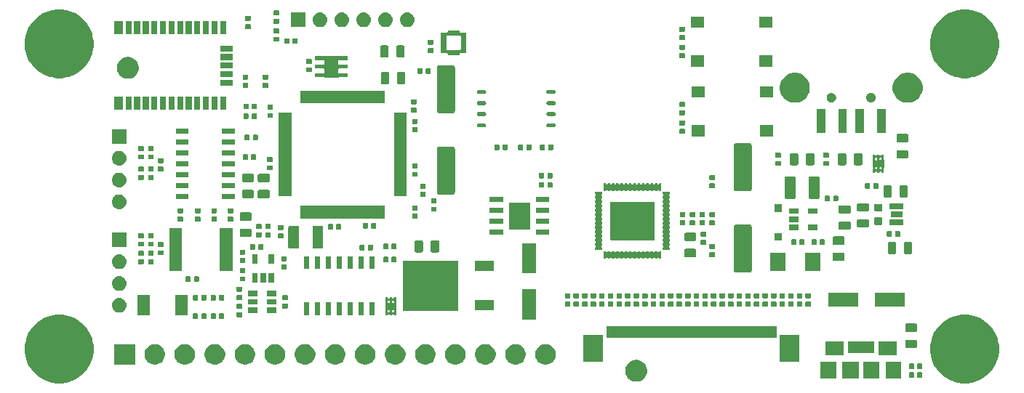
<source format=gts>
G04 #@! TF.GenerationSoftware,KiCad,Pcbnew,(5.0.1)-3*
G04 #@! TF.CreationDate,2019-01-04T23:11:44-08:00*
G04 #@! TF.ProjectId,croptop,63726F70746F702E6B696361645F7063,rev?*
G04 #@! TF.SameCoordinates,Original*
G04 #@! TF.FileFunction,Soldermask,Top*
G04 #@! TF.FilePolarity,Negative*
%FSLAX46Y46*%
G04 Gerber Fmt 4.6, Leading zero omitted, Abs format (unit mm)*
G04 Created by KiCad (PCBNEW (5.0.1)-3) date 1/4/2019 11:11:44 PM*
%MOMM*%
%LPD*%
G01*
G04 APERTURE LIST*
%ADD10C,0.100000*%
G04 APERTURE END LIST*
D10*
G36*
X177906973Y-133229223D02*
X178331757Y-133313718D01*
X179059710Y-133615246D01*
X179240431Y-133736000D01*
X179714854Y-134052999D01*
X180272001Y-134610146D01*
X180272003Y-134610149D01*
X180709754Y-135265290D01*
X181011282Y-135993243D01*
X181045822Y-136166889D01*
X181158146Y-136731574D01*
X181165000Y-136766034D01*
X181165000Y-137553966D01*
X181011282Y-138326757D01*
X180709754Y-139054710D01*
X180420812Y-139487142D01*
X180272001Y-139709854D01*
X179714854Y-140267001D01*
X179714851Y-140267003D01*
X179059710Y-140704754D01*
X178331757Y-141006282D01*
X177558967Y-141160000D01*
X176771033Y-141160000D01*
X175998243Y-141006282D01*
X175270290Y-140704754D01*
X174615149Y-140267003D01*
X174615146Y-140267001D01*
X174057999Y-139709854D01*
X173909188Y-139487142D01*
X173620246Y-139054710D01*
X173318718Y-138326757D01*
X173165000Y-137553966D01*
X173165000Y-136766034D01*
X173171855Y-136731574D01*
X173284178Y-136166889D01*
X173318718Y-135993243D01*
X173620246Y-135265290D01*
X174057997Y-134610149D01*
X174057999Y-134610146D01*
X174615146Y-134052999D01*
X175089569Y-133736000D01*
X175270290Y-133615246D01*
X175998243Y-133313718D01*
X176423027Y-133229223D01*
X176771033Y-133160000D01*
X177558967Y-133160000D01*
X177906973Y-133229223D01*
X177906973Y-133229223D01*
G37*
G36*
X72496973Y-133229223D02*
X72921757Y-133313718D01*
X73649710Y-133615246D01*
X73830431Y-133736000D01*
X74304854Y-134052999D01*
X74862001Y-134610146D01*
X74862003Y-134610149D01*
X75299754Y-135265290D01*
X75601282Y-135993243D01*
X75635822Y-136166889D01*
X75748146Y-136731574D01*
X75755000Y-136766034D01*
X75755000Y-137553966D01*
X75601282Y-138326757D01*
X75299754Y-139054710D01*
X75010812Y-139487142D01*
X74862001Y-139709854D01*
X74304854Y-140267001D01*
X74304851Y-140267003D01*
X73649710Y-140704754D01*
X72921757Y-141006282D01*
X72148967Y-141160000D01*
X71361033Y-141160000D01*
X70588243Y-141006282D01*
X69860290Y-140704754D01*
X69205149Y-140267003D01*
X69205146Y-140267001D01*
X68647999Y-139709854D01*
X68499188Y-139487142D01*
X68210246Y-139054710D01*
X67908718Y-138326757D01*
X67755000Y-137553966D01*
X67755000Y-136766034D01*
X67761855Y-136731574D01*
X67874178Y-136166889D01*
X67908718Y-135993243D01*
X68210246Y-135265290D01*
X68647997Y-134610149D01*
X68647999Y-134610146D01*
X69205146Y-134052999D01*
X69679569Y-133736000D01*
X69860290Y-133615246D01*
X70588243Y-133313718D01*
X71013027Y-133229223D01*
X71361033Y-133160000D01*
X72148967Y-133160000D01*
X72496973Y-133229223D01*
X72496973Y-133229223D01*
G37*
G36*
X139185765Y-138454403D02*
X139308445Y-138478805D01*
X139539571Y-138574541D01*
X139747581Y-138713529D01*
X139924471Y-138890419D01*
X139924473Y-138890422D01*
X140063459Y-139098429D01*
X140159195Y-139329555D01*
X140177374Y-139420946D01*
X140208000Y-139574914D01*
X140208000Y-139825086D01*
X140195043Y-139890226D01*
X140159195Y-140070445D01*
X140063459Y-140301571D01*
X139924471Y-140509581D01*
X139747581Y-140686471D01*
X139747578Y-140686473D01*
X139539571Y-140825459D01*
X139308445Y-140921195D01*
X139185765Y-140945597D01*
X139063086Y-140970000D01*
X138812914Y-140970000D01*
X138690235Y-140945597D01*
X138567555Y-140921195D01*
X138336429Y-140825459D01*
X138128422Y-140686473D01*
X138128419Y-140686471D01*
X137951529Y-140509581D01*
X137812541Y-140301571D01*
X137716805Y-140070445D01*
X137680957Y-139890226D01*
X137668000Y-139825086D01*
X137668000Y-139574914D01*
X137698626Y-139420946D01*
X137716805Y-139329555D01*
X137812541Y-139098429D01*
X137951527Y-138890422D01*
X137951529Y-138890419D01*
X138128419Y-138713529D01*
X138336429Y-138574541D01*
X138567555Y-138478805D01*
X138690235Y-138454403D01*
X138812914Y-138430000D01*
X139063086Y-138430000D01*
X139185765Y-138454403D01*
X139185765Y-138454403D01*
G37*
G36*
X167250000Y-140595000D02*
X165350000Y-140595000D01*
X165350000Y-138695000D01*
X167250000Y-138695000D01*
X167250000Y-140595000D01*
X167250000Y-140595000D01*
G37*
G36*
X164850000Y-140595000D02*
X162950000Y-140595000D01*
X162950000Y-138695000D01*
X164850000Y-138695000D01*
X164850000Y-140595000D01*
X164850000Y-140595000D01*
G37*
G36*
X169800000Y-140595000D02*
X168000000Y-140595000D01*
X168000000Y-138695000D01*
X169800000Y-138695000D01*
X169800000Y-140595000D01*
X169800000Y-140595000D01*
G37*
G36*
X162200000Y-140595000D02*
X160400000Y-140595000D01*
X160400000Y-138695000D01*
X162200000Y-138695000D01*
X162200000Y-140595000D01*
X162200000Y-140595000D01*
G37*
G36*
X171191463Y-139890226D02*
X171207298Y-139895030D01*
X171221886Y-139902827D01*
X171234676Y-139913324D01*
X171245173Y-139926114D01*
X171252970Y-139940702D01*
X171257774Y-139956537D01*
X171260000Y-139979140D01*
X171260000Y-140436860D01*
X171257774Y-140459463D01*
X171252970Y-140475298D01*
X171245173Y-140489886D01*
X171234676Y-140502676D01*
X171221886Y-140513173D01*
X171207298Y-140520970D01*
X171191463Y-140525774D01*
X171168860Y-140528000D01*
X170761140Y-140528000D01*
X170738537Y-140525774D01*
X170722702Y-140520970D01*
X170708114Y-140513173D01*
X170695324Y-140502676D01*
X170684827Y-140489886D01*
X170677030Y-140475298D01*
X170672226Y-140459463D01*
X170670000Y-140436860D01*
X170670000Y-139979140D01*
X170672226Y-139956537D01*
X170677030Y-139940702D01*
X170684827Y-139926114D01*
X170695324Y-139913324D01*
X170708114Y-139902827D01*
X170722702Y-139895030D01*
X170738537Y-139890226D01*
X170761140Y-139888000D01*
X171168860Y-139888000D01*
X171191463Y-139890226D01*
X171191463Y-139890226D01*
G37*
G36*
X172161463Y-139890226D02*
X172177298Y-139895030D01*
X172191886Y-139902827D01*
X172204676Y-139913324D01*
X172215173Y-139926114D01*
X172222970Y-139940702D01*
X172227774Y-139956537D01*
X172230000Y-139979140D01*
X172230000Y-140436860D01*
X172227774Y-140459463D01*
X172222970Y-140475298D01*
X172215173Y-140489886D01*
X172204676Y-140502676D01*
X172191886Y-140513173D01*
X172177298Y-140520970D01*
X172161463Y-140525774D01*
X172138860Y-140528000D01*
X171731140Y-140528000D01*
X171708537Y-140525774D01*
X171692702Y-140520970D01*
X171678114Y-140513173D01*
X171665324Y-140502676D01*
X171654827Y-140489886D01*
X171647030Y-140475298D01*
X171642226Y-140459463D01*
X171640000Y-140436860D01*
X171640000Y-139979140D01*
X171642226Y-139956537D01*
X171647030Y-139940702D01*
X171654827Y-139926114D01*
X171665324Y-139913324D01*
X171678114Y-139902827D01*
X171692702Y-139895030D01*
X171708537Y-139890226D01*
X171731140Y-139888000D01*
X172138860Y-139888000D01*
X172161463Y-139890226D01*
X172161463Y-139890226D01*
G37*
G36*
X172161463Y-138874226D02*
X172177298Y-138879030D01*
X172191886Y-138886827D01*
X172204676Y-138897324D01*
X172215173Y-138910114D01*
X172222970Y-138924702D01*
X172227774Y-138940537D01*
X172230000Y-138963140D01*
X172230000Y-139420860D01*
X172227774Y-139443463D01*
X172222970Y-139459298D01*
X172215173Y-139473886D01*
X172204676Y-139486676D01*
X172191886Y-139497173D01*
X172177298Y-139504970D01*
X172161463Y-139509774D01*
X172138860Y-139512000D01*
X171731140Y-139512000D01*
X171708537Y-139509774D01*
X171692702Y-139504970D01*
X171678114Y-139497173D01*
X171665324Y-139486676D01*
X171654827Y-139473886D01*
X171647030Y-139459298D01*
X171642226Y-139443463D01*
X171640000Y-139420860D01*
X171640000Y-138963140D01*
X171642226Y-138940537D01*
X171647030Y-138924702D01*
X171654827Y-138910114D01*
X171665324Y-138897324D01*
X171678114Y-138886827D01*
X171692702Y-138879030D01*
X171708537Y-138874226D01*
X171731140Y-138872000D01*
X172138860Y-138872000D01*
X172161463Y-138874226D01*
X172161463Y-138874226D01*
G37*
G36*
X171191463Y-138874226D02*
X171207298Y-138879030D01*
X171221886Y-138886827D01*
X171234676Y-138897324D01*
X171245173Y-138910114D01*
X171252970Y-138924702D01*
X171257774Y-138940537D01*
X171260000Y-138963140D01*
X171260000Y-139420860D01*
X171257774Y-139443463D01*
X171252970Y-139459298D01*
X171245173Y-139473886D01*
X171234676Y-139486676D01*
X171221886Y-139497173D01*
X171207298Y-139504970D01*
X171191463Y-139509774D01*
X171168860Y-139512000D01*
X170761140Y-139512000D01*
X170738537Y-139509774D01*
X170722702Y-139504970D01*
X170708114Y-139497173D01*
X170695324Y-139486676D01*
X170684827Y-139473886D01*
X170677030Y-139459298D01*
X170672226Y-139443463D01*
X170670000Y-139420860D01*
X170670000Y-138963140D01*
X170672226Y-138940537D01*
X170677030Y-138924702D01*
X170684827Y-138910114D01*
X170695324Y-138897324D01*
X170708114Y-138886827D01*
X170722702Y-138879030D01*
X170738537Y-138874226D01*
X170761140Y-138872000D01*
X171168860Y-138872000D01*
X171191463Y-138874226D01*
X171191463Y-138874226D01*
G37*
G36*
X86725026Y-136641115D02*
X86943412Y-136731573D01*
X87139958Y-136862901D01*
X87307099Y-137030042D01*
X87438427Y-137226588D01*
X87528885Y-137444974D01*
X87575000Y-137676809D01*
X87575000Y-137913191D01*
X87528885Y-138145026D01*
X87438427Y-138363412D01*
X87307099Y-138559958D01*
X87139958Y-138727099D01*
X86943412Y-138858427D01*
X86725026Y-138948885D01*
X86493191Y-138995000D01*
X86256809Y-138995000D01*
X86024974Y-138948885D01*
X85806588Y-138858427D01*
X85610042Y-138727099D01*
X85442901Y-138559958D01*
X85311573Y-138363412D01*
X85221115Y-138145026D01*
X85175000Y-137913191D01*
X85175000Y-137676809D01*
X85221115Y-137444974D01*
X85311573Y-137226588D01*
X85442901Y-137030042D01*
X85610042Y-136862901D01*
X85806588Y-136731573D01*
X86024974Y-136641115D01*
X86256809Y-136595000D01*
X86493191Y-136595000D01*
X86725026Y-136641115D01*
X86725026Y-136641115D01*
G37*
G36*
X128725026Y-136641115D02*
X128943412Y-136731573D01*
X129139958Y-136862901D01*
X129307099Y-137030042D01*
X129438427Y-137226588D01*
X129528885Y-137444974D01*
X129575000Y-137676809D01*
X129575000Y-137913191D01*
X129528885Y-138145026D01*
X129438427Y-138363412D01*
X129307099Y-138559958D01*
X129139958Y-138727099D01*
X128943412Y-138858427D01*
X128725026Y-138948885D01*
X128493191Y-138995000D01*
X128256809Y-138995000D01*
X128024974Y-138948885D01*
X127806588Y-138858427D01*
X127610042Y-138727099D01*
X127442901Y-138559958D01*
X127311573Y-138363412D01*
X127221115Y-138145026D01*
X127175000Y-137913191D01*
X127175000Y-137676809D01*
X127221115Y-137444974D01*
X127311573Y-137226588D01*
X127442901Y-137030042D01*
X127610042Y-136862901D01*
X127806588Y-136731573D01*
X128024974Y-136641115D01*
X128256809Y-136595000D01*
X128493191Y-136595000D01*
X128725026Y-136641115D01*
X128725026Y-136641115D01*
G37*
G36*
X121725026Y-136641115D02*
X121943412Y-136731573D01*
X122139958Y-136862901D01*
X122307099Y-137030042D01*
X122438427Y-137226588D01*
X122528885Y-137444974D01*
X122575000Y-137676809D01*
X122575000Y-137913191D01*
X122528885Y-138145026D01*
X122438427Y-138363412D01*
X122307099Y-138559958D01*
X122139958Y-138727099D01*
X121943412Y-138858427D01*
X121725026Y-138948885D01*
X121493191Y-138995000D01*
X121256809Y-138995000D01*
X121024974Y-138948885D01*
X120806588Y-138858427D01*
X120610042Y-138727099D01*
X120442901Y-138559958D01*
X120311573Y-138363412D01*
X120221115Y-138145026D01*
X120175000Y-137913191D01*
X120175000Y-137676809D01*
X120221115Y-137444974D01*
X120311573Y-137226588D01*
X120442901Y-137030042D01*
X120610042Y-136862901D01*
X120806588Y-136731573D01*
X121024974Y-136641115D01*
X121256809Y-136595000D01*
X121493191Y-136595000D01*
X121725026Y-136641115D01*
X121725026Y-136641115D01*
G37*
G36*
X118225026Y-136641115D02*
X118443412Y-136731573D01*
X118639958Y-136862901D01*
X118807099Y-137030042D01*
X118938427Y-137226588D01*
X119028885Y-137444974D01*
X119075000Y-137676809D01*
X119075000Y-137913191D01*
X119028885Y-138145026D01*
X118938427Y-138363412D01*
X118807099Y-138559958D01*
X118639958Y-138727099D01*
X118443412Y-138858427D01*
X118225026Y-138948885D01*
X117993191Y-138995000D01*
X117756809Y-138995000D01*
X117524974Y-138948885D01*
X117306588Y-138858427D01*
X117110042Y-138727099D01*
X116942901Y-138559958D01*
X116811573Y-138363412D01*
X116721115Y-138145026D01*
X116675000Y-137913191D01*
X116675000Y-137676809D01*
X116721115Y-137444974D01*
X116811573Y-137226588D01*
X116942901Y-137030042D01*
X117110042Y-136862901D01*
X117306588Y-136731573D01*
X117524974Y-136641115D01*
X117756809Y-136595000D01*
X117993191Y-136595000D01*
X118225026Y-136641115D01*
X118225026Y-136641115D01*
G37*
G36*
X114725026Y-136641115D02*
X114943412Y-136731573D01*
X115139958Y-136862901D01*
X115307099Y-137030042D01*
X115438427Y-137226588D01*
X115528885Y-137444974D01*
X115575000Y-137676809D01*
X115575000Y-137913191D01*
X115528885Y-138145026D01*
X115438427Y-138363412D01*
X115307099Y-138559958D01*
X115139958Y-138727099D01*
X114943412Y-138858427D01*
X114725026Y-138948885D01*
X114493191Y-138995000D01*
X114256809Y-138995000D01*
X114024974Y-138948885D01*
X113806588Y-138858427D01*
X113610042Y-138727099D01*
X113442901Y-138559958D01*
X113311573Y-138363412D01*
X113221115Y-138145026D01*
X113175000Y-137913191D01*
X113175000Y-137676809D01*
X113221115Y-137444974D01*
X113311573Y-137226588D01*
X113442901Y-137030042D01*
X113610042Y-136862901D01*
X113806588Y-136731573D01*
X114024974Y-136641115D01*
X114256809Y-136595000D01*
X114493191Y-136595000D01*
X114725026Y-136641115D01*
X114725026Y-136641115D01*
G37*
G36*
X111225026Y-136641115D02*
X111443412Y-136731573D01*
X111639958Y-136862901D01*
X111807099Y-137030042D01*
X111938427Y-137226588D01*
X112028885Y-137444974D01*
X112075000Y-137676809D01*
X112075000Y-137913191D01*
X112028885Y-138145026D01*
X111938427Y-138363412D01*
X111807099Y-138559958D01*
X111639958Y-138727099D01*
X111443412Y-138858427D01*
X111225026Y-138948885D01*
X110993191Y-138995000D01*
X110756809Y-138995000D01*
X110524974Y-138948885D01*
X110306588Y-138858427D01*
X110110042Y-138727099D01*
X109942901Y-138559958D01*
X109811573Y-138363412D01*
X109721115Y-138145026D01*
X109675000Y-137913191D01*
X109675000Y-137676809D01*
X109721115Y-137444974D01*
X109811573Y-137226588D01*
X109942901Y-137030042D01*
X110110042Y-136862901D01*
X110306588Y-136731573D01*
X110524974Y-136641115D01*
X110756809Y-136595000D01*
X110993191Y-136595000D01*
X111225026Y-136641115D01*
X111225026Y-136641115D01*
G37*
G36*
X107725026Y-136641115D02*
X107943412Y-136731573D01*
X108139958Y-136862901D01*
X108307099Y-137030042D01*
X108438427Y-137226588D01*
X108528885Y-137444974D01*
X108575000Y-137676809D01*
X108575000Y-137913191D01*
X108528885Y-138145026D01*
X108438427Y-138363412D01*
X108307099Y-138559958D01*
X108139958Y-138727099D01*
X107943412Y-138858427D01*
X107725026Y-138948885D01*
X107493191Y-138995000D01*
X107256809Y-138995000D01*
X107024974Y-138948885D01*
X106806588Y-138858427D01*
X106610042Y-138727099D01*
X106442901Y-138559958D01*
X106311573Y-138363412D01*
X106221115Y-138145026D01*
X106175000Y-137913191D01*
X106175000Y-137676809D01*
X106221115Y-137444974D01*
X106311573Y-137226588D01*
X106442901Y-137030042D01*
X106610042Y-136862901D01*
X106806588Y-136731573D01*
X107024974Y-136641115D01*
X107256809Y-136595000D01*
X107493191Y-136595000D01*
X107725026Y-136641115D01*
X107725026Y-136641115D01*
G37*
G36*
X104225026Y-136641115D02*
X104443412Y-136731573D01*
X104639958Y-136862901D01*
X104807099Y-137030042D01*
X104938427Y-137226588D01*
X105028885Y-137444974D01*
X105075000Y-137676809D01*
X105075000Y-137913191D01*
X105028885Y-138145026D01*
X104938427Y-138363412D01*
X104807099Y-138559958D01*
X104639958Y-138727099D01*
X104443412Y-138858427D01*
X104225026Y-138948885D01*
X103993191Y-138995000D01*
X103756809Y-138995000D01*
X103524974Y-138948885D01*
X103306588Y-138858427D01*
X103110042Y-138727099D01*
X102942901Y-138559958D01*
X102811573Y-138363412D01*
X102721115Y-138145026D01*
X102675000Y-137913191D01*
X102675000Y-137676809D01*
X102721115Y-137444974D01*
X102811573Y-137226588D01*
X102942901Y-137030042D01*
X103110042Y-136862901D01*
X103306588Y-136731573D01*
X103524974Y-136641115D01*
X103756809Y-136595000D01*
X103993191Y-136595000D01*
X104225026Y-136641115D01*
X104225026Y-136641115D01*
G37*
G36*
X100725026Y-136641115D02*
X100943412Y-136731573D01*
X101139958Y-136862901D01*
X101307099Y-137030042D01*
X101438427Y-137226588D01*
X101528885Y-137444974D01*
X101575000Y-137676809D01*
X101575000Y-137913191D01*
X101528885Y-138145026D01*
X101438427Y-138363412D01*
X101307099Y-138559958D01*
X101139958Y-138727099D01*
X100943412Y-138858427D01*
X100725026Y-138948885D01*
X100493191Y-138995000D01*
X100256809Y-138995000D01*
X100024974Y-138948885D01*
X99806588Y-138858427D01*
X99610042Y-138727099D01*
X99442901Y-138559958D01*
X99311573Y-138363412D01*
X99221115Y-138145026D01*
X99175000Y-137913191D01*
X99175000Y-137676809D01*
X99221115Y-137444974D01*
X99311573Y-137226588D01*
X99442901Y-137030042D01*
X99610042Y-136862901D01*
X99806588Y-136731573D01*
X100024974Y-136641115D01*
X100256809Y-136595000D01*
X100493191Y-136595000D01*
X100725026Y-136641115D01*
X100725026Y-136641115D01*
G37*
G36*
X97225026Y-136641115D02*
X97443412Y-136731573D01*
X97639958Y-136862901D01*
X97807099Y-137030042D01*
X97938427Y-137226588D01*
X98028885Y-137444974D01*
X98075000Y-137676809D01*
X98075000Y-137913191D01*
X98028885Y-138145026D01*
X97938427Y-138363412D01*
X97807099Y-138559958D01*
X97639958Y-138727099D01*
X97443412Y-138858427D01*
X97225026Y-138948885D01*
X96993191Y-138995000D01*
X96756809Y-138995000D01*
X96524974Y-138948885D01*
X96306588Y-138858427D01*
X96110042Y-138727099D01*
X95942901Y-138559958D01*
X95811573Y-138363412D01*
X95721115Y-138145026D01*
X95675000Y-137913191D01*
X95675000Y-137676809D01*
X95721115Y-137444974D01*
X95811573Y-137226588D01*
X95942901Y-137030042D01*
X96110042Y-136862901D01*
X96306588Y-136731573D01*
X96524974Y-136641115D01*
X96756809Y-136595000D01*
X96993191Y-136595000D01*
X97225026Y-136641115D01*
X97225026Y-136641115D01*
G37*
G36*
X93725026Y-136641115D02*
X93943412Y-136731573D01*
X94139958Y-136862901D01*
X94307099Y-137030042D01*
X94438427Y-137226588D01*
X94528885Y-137444974D01*
X94575000Y-137676809D01*
X94575000Y-137913191D01*
X94528885Y-138145026D01*
X94438427Y-138363412D01*
X94307099Y-138559958D01*
X94139958Y-138727099D01*
X93943412Y-138858427D01*
X93725026Y-138948885D01*
X93493191Y-138995000D01*
X93256809Y-138995000D01*
X93024974Y-138948885D01*
X92806588Y-138858427D01*
X92610042Y-138727099D01*
X92442901Y-138559958D01*
X92311573Y-138363412D01*
X92221115Y-138145026D01*
X92175000Y-137913191D01*
X92175000Y-137676809D01*
X92221115Y-137444974D01*
X92311573Y-137226588D01*
X92442901Y-137030042D01*
X92610042Y-136862901D01*
X92806588Y-136731573D01*
X93024974Y-136641115D01*
X93256809Y-136595000D01*
X93493191Y-136595000D01*
X93725026Y-136641115D01*
X93725026Y-136641115D01*
G37*
G36*
X90225026Y-136641115D02*
X90443412Y-136731573D01*
X90639958Y-136862901D01*
X90807099Y-137030042D01*
X90938427Y-137226588D01*
X91028885Y-137444974D01*
X91075000Y-137676809D01*
X91075000Y-137913191D01*
X91028885Y-138145026D01*
X90938427Y-138363412D01*
X90807099Y-138559958D01*
X90639958Y-138727099D01*
X90443412Y-138858427D01*
X90225026Y-138948885D01*
X89993191Y-138995000D01*
X89756809Y-138995000D01*
X89524974Y-138948885D01*
X89306588Y-138858427D01*
X89110042Y-138727099D01*
X88942901Y-138559958D01*
X88811573Y-138363412D01*
X88721115Y-138145026D01*
X88675000Y-137913191D01*
X88675000Y-137676809D01*
X88721115Y-137444974D01*
X88811573Y-137226588D01*
X88942901Y-137030042D01*
X89110042Y-136862901D01*
X89306588Y-136731573D01*
X89524974Y-136641115D01*
X89756809Y-136595000D01*
X89993191Y-136595000D01*
X90225026Y-136641115D01*
X90225026Y-136641115D01*
G37*
G36*
X83225026Y-136641115D02*
X83443412Y-136731573D01*
X83639958Y-136862901D01*
X83807099Y-137030042D01*
X83938427Y-137226588D01*
X84028885Y-137444974D01*
X84075000Y-137676809D01*
X84075000Y-137913191D01*
X84028885Y-138145026D01*
X83938427Y-138363412D01*
X83807099Y-138559958D01*
X83639958Y-138727099D01*
X83443412Y-138858427D01*
X83225026Y-138948885D01*
X82993191Y-138995000D01*
X82756809Y-138995000D01*
X82524974Y-138948885D01*
X82306588Y-138858427D01*
X82110042Y-138727099D01*
X81942901Y-138559958D01*
X81811573Y-138363412D01*
X81721115Y-138145026D01*
X81675000Y-137913191D01*
X81675000Y-137676809D01*
X81721115Y-137444974D01*
X81811573Y-137226588D01*
X81942901Y-137030042D01*
X82110042Y-136862901D01*
X82306588Y-136731573D01*
X82524974Y-136641115D01*
X82756809Y-136595000D01*
X82993191Y-136595000D01*
X83225026Y-136641115D01*
X83225026Y-136641115D01*
G37*
G36*
X125225026Y-136641115D02*
X125443412Y-136731573D01*
X125639958Y-136862901D01*
X125807099Y-137030042D01*
X125938427Y-137226588D01*
X126028885Y-137444974D01*
X126075000Y-137676809D01*
X126075000Y-137913191D01*
X126028885Y-138145026D01*
X125938427Y-138363412D01*
X125807099Y-138559958D01*
X125639958Y-138727099D01*
X125443412Y-138858427D01*
X125225026Y-138948885D01*
X124993191Y-138995000D01*
X124756809Y-138995000D01*
X124524974Y-138948885D01*
X124306588Y-138858427D01*
X124110042Y-138727099D01*
X123942901Y-138559958D01*
X123811573Y-138363412D01*
X123721115Y-138145026D01*
X123675000Y-137913191D01*
X123675000Y-137676809D01*
X123721115Y-137444974D01*
X123811573Y-137226588D01*
X123942901Y-137030042D01*
X124110042Y-136862901D01*
X124306588Y-136731573D01*
X124524974Y-136641115D01*
X124756809Y-136595000D01*
X124993191Y-136595000D01*
X125225026Y-136641115D01*
X125225026Y-136641115D01*
G37*
G36*
X80575000Y-138995000D02*
X78175000Y-138995000D01*
X78175000Y-136595000D01*
X80575000Y-136595000D01*
X80575000Y-138995000D01*
X80575000Y-138995000D01*
G37*
G36*
X135081500Y-138633000D02*
X132781500Y-138633000D01*
X132781500Y-135533000D01*
X135081500Y-135533000D01*
X135081500Y-138633000D01*
X135081500Y-138633000D01*
G37*
G36*
X157921500Y-138633000D02*
X155621500Y-138633000D01*
X155621500Y-135533000D01*
X157921500Y-135533000D01*
X157921500Y-138633000D01*
X157921500Y-138633000D01*
G37*
G36*
X169250000Y-137895000D02*
X167150000Y-137895000D01*
X167150000Y-136295000D01*
X169250000Y-136295000D01*
X169250000Y-137895000D01*
X169250000Y-137895000D01*
G37*
G36*
X163050000Y-137895000D02*
X160950000Y-137895000D01*
X160950000Y-136295000D01*
X163050000Y-136295000D01*
X163050000Y-137895000D01*
X163050000Y-137895000D01*
G37*
G36*
X166600000Y-137645000D02*
X163600000Y-137645000D01*
X163600000Y-136295000D01*
X166600000Y-136295000D01*
X166600000Y-137645000D01*
X166600000Y-137645000D01*
G37*
G36*
X171495992Y-136090076D02*
X171529883Y-136100357D01*
X171561111Y-136117048D01*
X171588485Y-136139515D01*
X171610952Y-136166889D01*
X171627643Y-136198117D01*
X171637924Y-136232008D01*
X171642000Y-136273391D01*
X171642000Y-136873609D01*
X171637924Y-136914992D01*
X171627643Y-136948883D01*
X171610952Y-136980111D01*
X171588485Y-137007485D01*
X171561111Y-137029952D01*
X171529883Y-137046643D01*
X171495992Y-137056924D01*
X171454609Y-137061000D01*
X170429391Y-137061000D01*
X170388008Y-137056924D01*
X170354117Y-137046643D01*
X170322889Y-137029952D01*
X170295515Y-137007485D01*
X170273048Y-136980111D01*
X170256357Y-136948883D01*
X170246076Y-136914992D01*
X170242000Y-136873609D01*
X170242000Y-136273391D01*
X170246076Y-136232008D01*
X170256357Y-136198117D01*
X170273048Y-136166889D01*
X170295515Y-136139515D01*
X170322889Y-136117048D01*
X170354117Y-136100357D01*
X170388008Y-136090076D01*
X170429391Y-136086000D01*
X171454609Y-136086000D01*
X171495992Y-136090076D01*
X171495992Y-136090076D01*
G37*
G36*
X155251500Y-135833000D02*
X135451500Y-135833000D01*
X135451500Y-134533000D01*
X155251500Y-134533000D01*
X155251500Y-135833000D01*
X155251500Y-135833000D01*
G37*
G36*
X171495992Y-134215076D02*
X171529883Y-134225357D01*
X171561111Y-134242048D01*
X171588485Y-134264515D01*
X171610952Y-134291889D01*
X171627643Y-134323117D01*
X171637924Y-134357008D01*
X171642000Y-134398391D01*
X171642000Y-134998609D01*
X171637924Y-135039992D01*
X171627643Y-135073883D01*
X171610952Y-135105111D01*
X171588485Y-135132485D01*
X171561111Y-135154952D01*
X171529883Y-135171643D01*
X171495992Y-135181924D01*
X171454609Y-135186000D01*
X170429391Y-135186000D01*
X170388008Y-135181924D01*
X170354117Y-135171643D01*
X170322889Y-135154952D01*
X170295515Y-135132485D01*
X170273048Y-135105111D01*
X170256357Y-135073883D01*
X170246076Y-135039992D01*
X170242000Y-134998609D01*
X170242000Y-134398391D01*
X170246076Y-134357008D01*
X170256357Y-134323117D01*
X170273048Y-134291889D01*
X170295515Y-134264515D01*
X170322889Y-134242048D01*
X170354117Y-134225357D01*
X170388008Y-134215076D01*
X170429391Y-134211000D01*
X171454609Y-134211000D01*
X171495992Y-134215076D01*
X171495992Y-134215076D01*
G37*
G36*
X127292000Y-133736000D02*
X125692000Y-133736000D01*
X125692000Y-130236000D01*
X127292000Y-130236000D01*
X127292000Y-133736000D01*
X127292000Y-133736000D01*
G37*
G36*
X88826463Y-133032226D02*
X88842298Y-133037030D01*
X88856886Y-133044827D01*
X88869676Y-133055324D01*
X88880173Y-133068114D01*
X88887970Y-133082702D01*
X88892774Y-133098537D01*
X88895000Y-133121140D01*
X88895000Y-133578860D01*
X88892774Y-133601463D01*
X88887970Y-133617298D01*
X88880173Y-133631886D01*
X88869676Y-133644676D01*
X88856886Y-133655173D01*
X88842298Y-133662970D01*
X88826463Y-133667774D01*
X88803860Y-133670000D01*
X88396140Y-133670000D01*
X88373537Y-133667774D01*
X88357702Y-133662970D01*
X88343114Y-133655173D01*
X88330324Y-133644676D01*
X88319827Y-133631886D01*
X88312030Y-133617298D01*
X88307226Y-133601463D01*
X88305000Y-133578860D01*
X88305000Y-133121140D01*
X88307226Y-133098537D01*
X88312030Y-133082702D01*
X88319827Y-133068114D01*
X88330324Y-133055324D01*
X88343114Y-133044827D01*
X88357702Y-133037030D01*
X88373537Y-133032226D01*
X88396140Y-133030000D01*
X88803860Y-133030000D01*
X88826463Y-133032226D01*
X88826463Y-133032226D01*
G37*
G36*
X90881463Y-133032226D02*
X90897298Y-133037030D01*
X90911886Y-133044827D01*
X90924676Y-133055324D01*
X90935173Y-133068114D01*
X90942970Y-133082702D01*
X90947774Y-133098537D01*
X90950000Y-133121140D01*
X90950000Y-133578860D01*
X90947774Y-133601463D01*
X90942970Y-133617298D01*
X90935173Y-133631886D01*
X90924676Y-133644676D01*
X90911886Y-133655173D01*
X90897298Y-133662970D01*
X90881463Y-133667774D01*
X90858860Y-133670000D01*
X90451140Y-133670000D01*
X90428537Y-133667774D01*
X90412702Y-133662970D01*
X90398114Y-133655173D01*
X90385324Y-133644676D01*
X90374827Y-133631886D01*
X90367030Y-133617298D01*
X90362226Y-133601463D01*
X90360000Y-133578860D01*
X90360000Y-133121140D01*
X90362226Y-133098537D01*
X90367030Y-133082702D01*
X90374827Y-133068114D01*
X90385324Y-133055324D01*
X90398114Y-133044827D01*
X90412702Y-133037030D01*
X90428537Y-133032226D01*
X90451140Y-133030000D01*
X90858860Y-133030000D01*
X90881463Y-133032226D01*
X90881463Y-133032226D01*
G37*
G36*
X89911463Y-133032226D02*
X89927298Y-133037030D01*
X89941886Y-133044827D01*
X89954676Y-133055324D01*
X89965173Y-133068114D01*
X89972970Y-133082702D01*
X89977774Y-133098537D01*
X89980000Y-133121140D01*
X89980000Y-133578860D01*
X89977774Y-133601463D01*
X89972970Y-133617298D01*
X89965173Y-133631886D01*
X89954676Y-133644676D01*
X89941886Y-133655173D01*
X89927298Y-133662970D01*
X89911463Y-133667774D01*
X89888860Y-133670000D01*
X89481140Y-133670000D01*
X89458537Y-133667774D01*
X89442702Y-133662970D01*
X89428114Y-133655173D01*
X89415324Y-133644676D01*
X89404827Y-133631886D01*
X89397030Y-133617298D01*
X89392226Y-133601463D01*
X89390000Y-133578860D01*
X89390000Y-133121140D01*
X89392226Y-133098537D01*
X89397030Y-133082702D01*
X89404827Y-133068114D01*
X89415324Y-133055324D01*
X89428114Y-133044827D01*
X89442702Y-133037030D01*
X89458537Y-133032226D01*
X89481140Y-133030000D01*
X89888860Y-133030000D01*
X89911463Y-133032226D01*
X89911463Y-133032226D01*
G37*
G36*
X87856463Y-133032226D02*
X87872298Y-133037030D01*
X87886886Y-133044827D01*
X87899676Y-133055324D01*
X87910173Y-133068114D01*
X87917970Y-133082702D01*
X87922774Y-133098537D01*
X87925000Y-133121140D01*
X87925000Y-133578860D01*
X87922774Y-133601463D01*
X87917970Y-133617298D01*
X87910173Y-133631886D01*
X87899676Y-133644676D01*
X87886886Y-133655173D01*
X87872298Y-133662970D01*
X87856463Y-133667774D01*
X87833860Y-133670000D01*
X87426140Y-133670000D01*
X87403537Y-133667774D01*
X87387702Y-133662970D01*
X87373114Y-133655173D01*
X87360324Y-133644676D01*
X87349827Y-133631886D01*
X87342030Y-133617298D01*
X87337226Y-133601463D01*
X87335000Y-133578860D01*
X87335000Y-133121140D01*
X87337226Y-133098537D01*
X87342030Y-133082702D01*
X87349827Y-133068114D01*
X87360324Y-133055324D01*
X87373114Y-133044827D01*
X87387702Y-133037030D01*
X87403537Y-133032226D01*
X87426140Y-133030000D01*
X87833860Y-133030000D01*
X87856463Y-133032226D01*
X87856463Y-133032226D01*
G37*
G36*
X92983087Y-132881770D02*
X92998922Y-132886574D01*
X93013510Y-132894371D01*
X93026300Y-132904868D01*
X93036797Y-132917658D01*
X93044594Y-132932246D01*
X93049398Y-132948081D01*
X93051624Y-132970684D01*
X93051624Y-133378404D01*
X93049398Y-133401007D01*
X93044594Y-133416842D01*
X93036797Y-133431430D01*
X93026300Y-133444220D01*
X93013510Y-133454717D01*
X92998922Y-133462514D01*
X92983087Y-133467318D01*
X92960484Y-133469544D01*
X92502764Y-133469544D01*
X92480161Y-133467318D01*
X92464326Y-133462514D01*
X92449738Y-133454717D01*
X92436948Y-133444220D01*
X92426451Y-133431430D01*
X92418654Y-133416842D01*
X92413850Y-133401007D01*
X92411624Y-133378404D01*
X92411624Y-132970684D01*
X92413850Y-132948081D01*
X92418654Y-132932246D01*
X92426451Y-132917658D01*
X92436948Y-132904868D01*
X92449738Y-132894371D01*
X92464326Y-132886574D01*
X92480161Y-132881770D01*
X92502764Y-132879544D01*
X92960484Y-132879544D01*
X92983087Y-132881770D01*
X92983087Y-132881770D01*
G37*
G36*
X86745000Y-133280000D02*
X85295000Y-133280000D01*
X85295000Y-130880000D01*
X86745000Y-130880000D01*
X86745000Y-133280000D01*
X86745000Y-133280000D01*
G37*
G36*
X82345000Y-133280000D02*
X80895000Y-133280000D01*
X80895000Y-130880000D01*
X82345000Y-130880000D01*
X82345000Y-133280000D01*
X82345000Y-133280000D01*
G37*
G36*
X109987449Y-131157551D02*
X109988602Y-131169253D01*
X109993383Y-131193287D01*
X110002760Y-131215925D01*
X110016374Y-131236300D01*
X110033702Y-131253627D01*
X110054076Y-131267241D01*
X110076715Y-131276618D01*
X110100749Y-131281398D01*
X110125253Y-131281398D01*
X110149287Y-131276617D01*
X110171925Y-131267240D01*
X110192300Y-131253626D01*
X110209627Y-131236298D01*
X110223241Y-131215924D01*
X110232618Y-131193285D01*
X110237398Y-131169253D01*
X110238551Y-131157551D01*
X110244141Y-131157000D01*
X110481859Y-131157000D01*
X110487449Y-131157551D01*
X110488602Y-131169253D01*
X110493383Y-131193287D01*
X110502760Y-131215925D01*
X110516374Y-131236300D01*
X110533702Y-131253627D01*
X110554076Y-131267241D01*
X110576715Y-131276618D01*
X110600749Y-131281398D01*
X110625253Y-131281398D01*
X110649287Y-131276617D01*
X110671925Y-131267240D01*
X110692300Y-131253626D01*
X110709627Y-131236298D01*
X110723241Y-131215924D01*
X110732618Y-131193285D01*
X110737398Y-131169253D01*
X110738551Y-131157551D01*
X110744141Y-131157000D01*
X110981859Y-131157000D01*
X110987449Y-131157551D01*
X110988000Y-131163141D01*
X110988000Y-131650859D01*
X110986259Y-131668538D01*
X110986009Y-131669795D01*
X110986019Y-131694299D01*
X110990808Y-131718331D01*
X111000194Y-131740966D01*
X111013000Y-131760116D01*
X111013000Y-132654607D01*
X111006478Y-132662554D01*
X110994927Y-132684165D01*
X110987814Y-132707614D01*
X110985412Y-132732000D01*
X110987302Y-132744758D01*
X110986200Y-132744867D01*
X110988000Y-132763141D01*
X110988000Y-133250859D01*
X110987449Y-133256449D01*
X110981859Y-133257000D01*
X110744141Y-133257000D01*
X110738551Y-133256449D01*
X110737398Y-133244747D01*
X110732617Y-133220713D01*
X110723240Y-133198075D01*
X110709626Y-133177700D01*
X110692298Y-133160373D01*
X110671924Y-133146759D01*
X110649285Y-133137382D01*
X110625251Y-133132602D01*
X110600747Y-133132602D01*
X110576713Y-133137383D01*
X110554075Y-133146760D01*
X110533700Y-133160374D01*
X110516373Y-133177702D01*
X110502759Y-133198076D01*
X110493382Y-133220715D01*
X110488602Y-133244747D01*
X110487449Y-133256449D01*
X110481859Y-133257000D01*
X110244141Y-133257000D01*
X110238551Y-133256449D01*
X110237398Y-133244747D01*
X110232617Y-133220713D01*
X110223240Y-133198075D01*
X110209626Y-133177700D01*
X110192298Y-133160373D01*
X110171924Y-133146759D01*
X110149285Y-133137382D01*
X110125251Y-133132602D01*
X110100747Y-133132602D01*
X110076713Y-133137383D01*
X110054075Y-133146760D01*
X110033700Y-133160374D01*
X110016373Y-133177702D01*
X110002759Y-133198076D01*
X109993382Y-133220715D01*
X109988602Y-133244747D01*
X109987449Y-133256449D01*
X109981859Y-133257000D01*
X109744141Y-133257000D01*
X109738551Y-133256449D01*
X109738000Y-133250859D01*
X109738000Y-132763141D01*
X109739741Y-132745462D01*
X109739991Y-132744205D01*
X109739987Y-132732000D01*
X109985412Y-132732000D01*
X109987302Y-132744758D01*
X109986200Y-132744867D01*
X109988602Y-132769253D01*
X109993383Y-132793287D01*
X110002760Y-132815925D01*
X110016374Y-132836300D01*
X110033702Y-132853627D01*
X110054076Y-132867241D01*
X110076715Y-132876618D01*
X110100749Y-132881398D01*
X110125253Y-132881398D01*
X110149287Y-132876617D01*
X110171925Y-132867240D01*
X110192300Y-132853626D01*
X110209627Y-132836298D01*
X110223241Y-132815924D01*
X110232618Y-132793285D01*
X110237398Y-132769253D01*
X110239741Y-132745462D01*
X110239991Y-132744205D01*
X110239987Y-132732000D01*
X110485412Y-132732000D01*
X110487302Y-132744758D01*
X110486200Y-132744867D01*
X110488602Y-132769253D01*
X110493383Y-132793287D01*
X110502760Y-132815925D01*
X110516374Y-132836300D01*
X110533702Y-132853627D01*
X110554076Y-132867241D01*
X110576715Y-132876618D01*
X110600749Y-132881398D01*
X110625253Y-132881398D01*
X110649287Y-132876617D01*
X110671925Y-132867240D01*
X110692300Y-132853626D01*
X110709627Y-132836298D01*
X110723241Y-132815924D01*
X110732618Y-132793285D01*
X110737398Y-132769253D01*
X110739741Y-132745462D01*
X110739991Y-132744205D01*
X110739981Y-132719701D01*
X110735192Y-132695669D01*
X110725806Y-132673034D01*
X110712184Y-132652664D01*
X110694850Y-132635344D01*
X110674471Y-132621737D01*
X110651828Y-132612369D01*
X110615588Y-132607000D01*
X110610412Y-132607000D01*
X110586026Y-132609402D01*
X110562577Y-132616515D01*
X110540966Y-132628066D01*
X110522024Y-132643612D01*
X110506478Y-132662554D01*
X110494927Y-132684165D01*
X110487814Y-132707614D01*
X110485412Y-132732000D01*
X110239987Y-132732000D01*
X110239981Y-132719701D01*
X110235192Y-132695669D01*
X110225806Y-132673034D01*
X110212184Y-132652664D01*
X110194850Y-132635344D01*
X110174471Y-132621737D01*
X110151828Y-132612369D01*
X110115588Y-132607000D01*
X110110412Y-132607000D01*
X110086026Y-132609402D01*
X110062577Y-132616515D01*
X110040966Y-132628066D01*
X110022024Y-132643612D01*
X110006478Y-132662554D01*
X109994927Y-132684165D01*
X109987814Y-132707614D01*
X109985412Y-132732000D01*
X109739987Y-132732000D01*
X109739981Y-132719701D01*
X109735192Y-132695669D01*
X109725806Y-132673034D01*
X109713000Y-132653884D01*
X109713000Y-131759393D01*
X109719522Y-131751446D01*
X109731073Y-131729835D01*
X109738186Y-131706386D01*
X109740588Y-131682000D01*
X109738780Y-131669795D01*
X109986009Y-131669795D01*
X109986019Y-131694299D01*
X109990808Y-131718331D01*
X110000194Y-131740966D01*
X110013816Y-131761336D01*
X110031150Y-131778656D01*
X110051529Y-131792263D01*
X110074172Y-131801631D01*
X110110412Y-131807000D01*
X110115588Y-131807000D01*
X110139974Y-131804598D01*
X110163423Y-131797485D01*
X110185034Y-131785934D01*
X110203976Y-131770388D01*
X110219522Y-131751446D01*
X110231073Y-131729835D01*
X110238186Y-131706386D01*
X110240588Y-131682000D01*
X110238780Y-131669795D01*
X110486009Y-131669795D01*
X110486019Y-131694299D01*
X110490808Y-131718331D01*
X110500194Y-131740966D01*
X110513816Y-131761336D01*
X110531150Y-131778656D01*
X110551529Y-131792263D01*
X110574172Y-131801631D01*
X110610412Y-131807000D01*
X110615588Y-131807000D01*
X110639974Y-131804598D01*
X110663423Y-131797485D01*
X110685034Y-131785934D01*
X110703976Y-131770388D01*
X110719522Y-131751446D01*
X110731073Y-131729835D01*
X110738186Y-131706386D01*
X110740588Y-131682000D01*
X110738698Y-131669242D01*
X110739800Y-131669133D01*
X110737398Y-131644747D01*
X110732617Y-131620713D01*
X110723240Y-131598075D01*
X110709626Y-131577700D01*
X110692298Y-131560373D01*
X110671924Y-131546759D01*
X110649285Y-131537382D01*
X110625251Y-131532602D01*
X110600747Y-131532602D01*
X110576713Y-131537383D01*
X110554075Y-131546760D01*
X110533700Y-131560374D01*
X110516373Y-131577702D01*
X110502759Y-131598076D01*
X110493382Y-131620715D01*
X110488602Y-131644747D01*
X110486259Y-131668538D01*
X110486009Y-131669795D01*
X110238780Y-131669795D01*
X110238698Y-131669242D01*
X110239800Y-131669133D01*
X110237398Y-131644747D01*
X110232617Y-131620713D01*
X110223240Y-131598075D01*
X110209626Y-131577700D01*
X110192298Y-131560373D01*
X110171924Y-131546759D01*
X110149285Y-131537382D01*
X110125251Y-131532602D01*
X110100747Y-131532602D01*
X110076713Y-131537383D01*
X110054075Y-131546760D01*
X110033700Y-131560374D01*
X110016373Y-131577702D01*
X110002759Y-131598076D01*
X109993382Y-131620715D01*
X109988602Y-131644747D01*
X109986259Y-131668538D01*
X109986009Y-131669795D01*
X109738780Y-131669795D01*
X109738698Y-131669242D01*
X109739800Y-131669133D01*
X109738000Y-131650859D01*
X109738000Y-131163141D01*
X109738551Y-131157551D01*
X109744141Y-131157000D01*
X109981859Y-131157000D01*
X109987449Y-131157551D01*
X109987449Y-131157551D01*
G37*
G36*
X108504000Y-133244000D02*
X107904000Y-133244000D01*
X107904000Y-131744000D01*
X108504000Y-131744000D01*
X108504000Y-133244000D01*
X108504000Y-133244000D01*
G37*
G36*
X107234000Y-133244000D02*
X106634000Y-133244000D01*
X106634000Y-131744000D01*
X107234000Y-131744000D01*
X107234000Y-133244000D01*
X107234000Y-133244000D01*
G37*
G36*
X100884000Y-133244000D02*
X100284000Y-133244000D01*
X100284000Y-131744000D01*
X100884000Y-131744000D01*
X100884000Y-133244000D01*
X100884000Y-133244000D01*
G37*
G36*
X102154000Y-133244000D02*
X101554000Y-133244000D01*
X101554000Y-131744000D01*
X102154000Y-131744000D01*
X102154000Y-133244000D01*
X102154000Y-133244000D01*
G37*
G36*
X105964000Y-133244000D02*
X105364000Y-133244000D01*
X105364000Y-131744000D01*
X105964000Y-131744000D01*
X105964000Y-133244000D01*
X105964000Y-133244000D01*
G37*
G36*
X104694000Y-133244000D02*
X104094000Y-133244000D01*
X104094000Y-131744000D01*
X104694000Y-131744000D01*
X104694000Y-133244000D01*
X104694000Y-133244000D01*
G37*
G36*
X103424000Y-133244000D02*
X102824000Y-133244000D01*
X102824000Y-131744000D01*
X103424000Y-131744000D01*
X103424000Y-133244000D01*
X103424000Y-133244000D01*
G37*
G36*
X94828624Y-132948544D02*
X93768624Y-132948544D01*
X93768624Y-132298544D01*
X94828624Y-132298544D01*
X94828624Y-132948544D01*
X94828624Y-132948544D01*
G37*
G36*
X97028624Y-132948544D02*
X95968624Y-132948544D01*
X95968624Y-132298544D01*
X97028624Y-132298544D01*
X97028624Y-132948544D01*
X97028624Y-132948544D01*
G37*
G36*
X78906630Y-131242299D02*
X79066855Y-131290903D01*
X79214520Y-131369831D01*
X79343949Y-131476051D01*
X79450169Y-131605480D01*
X79529097Y-131753145D01*
X79577701Y-131913370D01*
X79594112Y-132080000D01*
X79577701Y-132246630D01*
X79529097Y-132406855D01*
X79450169Y-132554520D01*
X79343949Y-132683949D01*
X79214520Y-132790169D01*
X79066855Y-132869097D01*
X78906630Y-132917701D01*
X78781752Y-132930000D01*
X78698248Y-132930000D01*
X78573370Y-132917701D01*
X78413145Y-132869097D01*
X78265480Y-132790169D01*
X78136051Y-132683949D01*
X78029831Y-132554520D01*
X77950903Y-132406855D01*
X77902299Y-132246630D01*
X77885888Y-132080000D01*
X77902299Y-131913370D01*
X77950903Y-131753145D01*
X78029831Y-131605480D01*
X78136051Y-131476051D01*
X78265480Y-131369831D01*
X78413145Y-131290903D01*
X78573370Y-131242299D01*
X78698248Y-131230000D01*
X78781752Y-131230000D01*
X78906630Y-131242299D01*
X78906630Y-131242299D01*
G37*
G36*
X118194000Y-132694000D02*
X111794000Y-132694000D01*
X111794000Y-126894000D01*
X118194000Y-126894000D01*
X118194000Y-132694000D01*
X118194000Y-132694000D01*
G37*
G36*
X122394000Y-132674000D02*
X120194000Y-132674000D01*
X120194000Y-131474000D01*
X122394000Y-131474000D01*
X122394000Y-132674000D01*
X122394000Y-132674000D01*
G37*
G36*
X92983087Y-131911770D02*
X92998922Y-131916574D01*
X93013510Y-131924371D01*
X93026300Y-131934868D01*
X93036797Y-131947658D01*
X93044594Y-131962246D01*
X93049398Y-131978081D01*
X93051624Y-132000684D01*
X93051624Y-132408404D01*
X93049398Y-132431007D01*
X93044594Y-132446842D01*
X93036797Y-132461430D01*
X93026300Y-132474220D01*
X93013510Y-132484717D01*
X92998922Y-132492514D01*
X92983087Y-132497318D01*
X92960484Y-132499544D01*
X92502764Y-132499544D01*
X92480161Y-132497318D01*
X92464326Y-132492514D01*
X92449738Y-132484717D01*
X92436948Y-132474220D01*
X92426451Y-132461430D01*
X92418654Y-132446842D01*
X92413850Y-132431007D01*
X92411624Y-132408404D01*
X92411624Y-132000684D01*
X92413850Y-131978081D01*
X92418654Y-131962246D01*
X92426451Y-131947658D01*
X92436948Y-131934868D01*
X92449738Y-131924371D01*
X92464326Y-131916574D01*
X92480161Y-131911770D01*
X92502764Y-131909544D01*
X92960484Y-131909544D01*
X92983087Y-131911770D01*
X92983087Y-131911770D01*
G37*
G36*
X98295463Y-131868226D02*
X98311298Y-131873030D01*
X98325886Y-131880827D01*
X98338676Y-131891324D01*
X98349173Y-131904114D01*
X98356970Y-131918702D01*
X98361774Y-131934537D01*
X98364000Y-131957140D01*
X98364000Y-132364860D01*
X98361774Y-132387463D01*
X98356970Y-132403298D01*
X98349173Y-132417886D01*
X98338676Y-132430676D01*
X98325886Y-132441173D01*
X98311298Y-132448970D01*
X98295463Y-132453774D01*
X98272860Y-132456000D01*
X97815140Y-132456000D01*
X97792537Y-132453774D01*
X97776702Y-132448970D01*
X97762114Y-132441173D01*
X97749324Y-132430676D01*
X97738827Y-132417886D01*
X97731030Y-132403298D01*
X97726226Y-132387463D01*
X97724000Y-132364860D01*
X97724000Y-131957140D01*
X97726226Y-131934537D01*
X97731030Y-131918702D01*
X97738827Y-131904114D01*
X97749324Y-131891324D01*
X97762114Y-131880827D01*
X97776702Y-131873030D01*
X97792537Y-131868226D01*
X97815140Y-131866000D01*
X98272860Y-131866000D01*
X98295463Y-131868226D01*
X98295463Y-131868226D01*
G37*
G36*
X170185000Y-132245000D02*
X166685000Y-132245000D01*
X166685000Y-130645000D01*
X170185000Y-130645000D01*
X170185000Y-132245000D01*
X170185000Y-132245000D01*
G37*
G36*
X164785000Y-132245000D02*
X161285000Y-132245000D01*
X161285000Y-130645000D01*
X164785000Y-130645000D01*
X164785000Y-132245000D01*
X164785000Y-132245000D01*
G37*
G36*
X153193963Y-131645226D02*
X153209798Y-131650030D01*
X153224386Y-131657827D01*
X153237176Y-131668324D01*
X153247673Y-131681114D01*
X153255470Y-131695702D01*
X153260274Y-131711537D01*
X153262500Y-131734140D01*
X153262500Y-132141860D01*
X153260274Y-132164463D01*
X153255470Y-132180298D01*
X153247673Y-132194886D01*
X153237176Y-132207676D01*
X153224386Y-132218173D01*
X153209798Y-132225970D01*
X153193963Y-132230774D01*
X153171360Y-132233000D01*
X152713640Y-132233000D01*
X152691037Y-132230774D01*
X152675202Y-132225970D01*
X152660614Y-132218173D01*
X152647824Y-132207676D01*
X152637327Y-132194886D01*
X152629530Y-132180298D01*
X152624726Y-132164463D01*
X152622500Y-132141860D01*
X152622500Y-131734140D01*
X152624726Y-131711537D01*
X152629530Y-131695702D01*
X152637327Y-131681114D01*
X152647824Y-131668324D01*
X152660614Y-131657827D01*
X152675202Y-131650030D01*
X152691037Y-131645226D01*
X152713640Y-131643000D01*
X153171360Y-131643000D01*
X153193963Y-131645226D01*
X153193963Y-131645226D01*
G37*
G36*
X150193963Y-131645226D02*
X150209798Y-131650030D01*
X150224386Y-131657827D01*
X150237176Y-131668324D01*
X150247673Y-131681114D01*
X150255470Y-131695702D01*
X150260274Y-131711537D01*
X150262500Y-131734140D01*
X150262500Y-132141860D01*
X150260274Y-132164463D01*
X150255470Y-132180298D01*
X150247673Y-132194886D01*
X150237176Y-132207676D01*
X150224386Y-132218173D01*
X150209798Y-132225970D01*
X150193963Y-132230774D01*
X150171360Y-132233000D01*
X149713640Y-132233000D01*
X149691037Y-132230774D01*
X149675202Y-132225970D01*
X149660614Y-132218173D01*
X149647824Y-132207676D01*
X149637327Y-132194886D01*
X149629530Y-132180298D01*
X149624726Y-132164463D01*
X149622500Y-132141860D01*
X149622500Y-131734140D01*
X149624726Y-131711537D01*
X149629530Y-131695702D01*
X149637327Y-131681114D01*
X149647824Y-131668324D01*
X149660614Y-131657827D01*
X149675202Y-131650030D01*
X149691037Y-131645226D01*
X149713640Y-131643000D01*
X150171360Y-131643000D01*
X150193963Y-131645226D01*
X150193963Y-131645226D01*
G37*
G36*
X131193963Y-131645226D02*
X131209798Y-131650030D01*
X131224386Y-131657827D01*
X131237176Y-131668324D01*
X131247673Y-131681114D01*
X131255470Y-131695702D01*
X131260274Y-131711537D01*
X131262500Y-131734140D01*
X131262500Y-132141860D01*
X131260274Y-132164463D01*
X131255470Y-132180298D01*
X131247673Y-132194886D01*
X131237176Y-132207676D01*
X131224386Y-132218173D01*
X131209798Y-132225970D01*
X131193963Y-132230774D01*
X131171360Y-132233000D01*
X130713640Y-132233000D01*
X130691037Y-132230774D01*
X130675202Y-132225970D01*
X130660614Y-132218173D01*
X130647824Y-132207676D01*
X130637327Y-132194886D01*
X130629530Y-132180298D01*
X130624726Y-132164463D01*
X130622500Y-132141860D01*
X130622500Y-131734140D01*
X130624726Y-131711537D01*
X130629530Y-131695702D01*
X130637327Y-131681114D01*
X130647824Y-131668324D01*
X130660614Y-131657827D01*
X130675202Y-131650030D01*
X130691037Y-131645226D01*
X130713640Y-131643000D01*
X131171360Y-131643000D01*
X131193963Y-131645226D01*
X131193963Y-131645226D01*
G37*
G36*
X132193963Y-131645226D02*
X132209798Y-131650030D01*
X132224386Y-131657827D01*
X132237176Y-131668324D01*
X132247673Y-131681114D01*
X132255470Y-131695702D01*
X132260274Y-131711537D01*
X132262500Y-131734140D01*
X132262500Y-132141860D01*
X132260274Y-132164463D01*
X132255470Y-132180298D01*
X132247673Y-132194886D01*
X132237176Y-132207676D01*
X132224386Y-132218173D01*
X132209798Y-132225970D01*
X132193963Y-132230774D01*
X132171360Y-132233000D01*
X131713640Y-132233000D01*
X131691037Y-132230774D01*
X131675202Y-132225970D01*
X131660614Y-132218173D01*
X131647824Y-132207676D01*
X131637327Y-132194886D01*
X131629530Y-132180298D01*
X131624726Y-132164463D01*
X131622500Y-132141860D01*
X131622500Y-131734140D01*
X131624726Y-131711537D01*
X131629530Y-131695702D01*
X131637327Y-131681114D01*
X131647824Y-131668324D01*
X131660614Y-131657827D01*
X131675202Y-131650030D01*
X131691037Y-131645226D01*
X131713640Y-131643000D01*
X132171360Y-131643000D01*
X132193963Y-131645226D01*
X132193963Y-131645226D01*
G37*
G36*
X140193963Y-131645226D02*
X140209798Y-131650030D01*
X140224386Y-131657827D01*
X140237176Y-131668324D01*
X140247673Y-131681114D01*
X140255470Y-131695702D01*
X140260274Y-131711537D01*
X140262500Y-131734140D01*
X140262500Y-132141860D01*
X140260274Y-132164463D01*
X140255470Y-132180298D01*
X140247673Y-132194886D01*
X140237176Y-132207676D01*
X140224386Y-132218173D01*
X140209798Y-132225970D01*
X140193963Y-132230774D01*
X140171360Y-132233000D01*
X139713640Y-132233000D01*
X139691037Y-132230774D01*
X139675202Y-132225970D01*
X139660614Y-132218173D01*
X139647824Y-132207676D01*
X139637327Y-132194886D01*
X139629530Y-132180298D01*
X139624726Y-132164463D01*
X139622500Y-132141860D01*
X139622500Y-131734140D01*
X139624726Y-131711537D01*
X139629530Y-131695702D01*
X139637327Y-131681114D01*
X139647824Y-131668324D01*
X139660614Y-131657827D01*
X139675202Y-131650030D01*
X139691037Y-131645226D01*
X139713640Y-131643000D01*
X140171360Y-131643000D01*
X140193963Y-131645226D01*
X140193963Y-131645226D01*
G37*
G36*
X151193963Y-131645226D02*
X151209798Y-131650030D01*
X151224386Y-131657827D01*
X151237176Y-131668324D01*
X151247673Y-131681114D01*
X151255470Y-131695702D01*
X151260274Y-131711537D01*
X151262500Y-131734140D01*
X151262500Y-132141860D01*
X151260274Y-132164463D01*
X151255470Y-132180298D01*
X151247673Y-132194886D01*
X151237176Y-132207676D01*
X151224386Y-132218173D01*
X151209798Y-132225970D01*
X151193963Y-132230774D01*
X151171360Y-132233000D01*
X150713640Y-132233000D01*
X150691037Y-132230774D01*
X150675202Y-132225970D01*
X150660614Y-132218173D01*
X150647824Y-132207676D01*
X150637327Y-132194886D01*
X150629530Y-132180298D01*
X150624726Y-132164463D01*
X150622500Y-132141860D01*
X150622500Y-131734140D01*
X150624726Y-131711537D01*
X150629530Y-131695702D01*
X150637327Y-131681114D01*
X150647824Y-131668324D01*
X150660614Y-131657827D01*
X150675202Y-131650030D01*
X150691037Y-131645226D01*
X150713640Y-131643000D01*
X151171360Y-131643000D01*
X151193963Y-131645226D01*
X151193963Y-131645226D01*
G37*
G36*
X133193963Y-131645226D02*
X133209798Y-131650030D01*
X133224386Y-131657827D01*
X133237176Y-131668324D01*
X133247673Y-131681114D01*
X133255470Y-131695702D01*
X133260274Y-131711537D01*
X133262500Y-131734140D01*
X133262500Y-132141860D01*
X133260274Y-132164463D01*
X133255470Y-132180298D01*
X133247673Y-132194886D01*
X133237176Y-132207676D01*
X133224386Y-132218173D01*
X133209798Y-132225970D01*
X133193963Y-132230774D01*
X133171360Y-132233000D01*
X132713640Y-132233000D01*
X132691037Y-132230774D01*
X132675202Y-132225970D01*
X132660614Y-132218173D01*
X132647824Y-132207676D01*
X132637327Y-132194886D01*
X132629530Y-132180298D01*
X132624726Y-132164463D01*
X132622500Y-132141860D01*
X132622500Y-131734140D01*
X132624726Y-131711537D01*
X132629530Y-131695702D01*
X132637327Y-131681114D01*
X132647824Y-131668324D01*
X132660614Y-131657827D01*
X132675202Y-131650030D01*
X132691037Y-131645226D01*
X132713640Y-131643000D01*
X133171360Y-131643000D01*
X133193963Y-131645226D01*
X133193963Y-131645226D01*
G37*
G36*
X137193963Y-131645226D02*
X137209798Y-131650030D01*
X137224386Y-131657827D01*
X137237176Y-131668324D01*
X137247673Y-131681114D01*
X137255470Y-131695702D01*
X137260274Y-131711537D01*
X137262500Y-131734140D01*
X137262500Y-132141860D01*
X137260274Y-132164463D01*
X137255470Y-132180298D01*
X137247673Y-132194886D01*
X137237176Y-132207676D01*
X137224386Y-132218173D01*
X137209798Y-132225970D01*
X137193963Y-132230774D01*
X137171360Y-132233000D01*
X136713640Y-132233000D01*
X136691037Y-132230774D01*
X136675202Y-132225970D01*
X136660614Y-132218173D01*
X136647824Y-132207676D01*
X136637327Y-132194886D01*
X136629530Y-132180298D01*
X136624726Y-132164463D01*
X136622500Y-132141860D01*
X136622500Y-131734140D01*
X136624726Y-131711537D01*
X136629530Y-131695702D01*
X136637327Y-131681114D01*
X136647824Y-131668324D01*
X136660614Y-131657827D01*
X136675202Y-131650030D01*
X136691037Y-131645226D01*
X136713640Y-131643000D01*
X137171360Y-131643000D01*
X137193963Y-131645226D01*
X137193963Y-131645226D01*
G37*
G36*
X154193963Y-131645226D02*
X154209798Y-131650030D01*
X154224386Y-131657827D01*
X154237176Y-131668324D01*
X154247673Y-131681114D01*
X154255470Y-131695702D01*
X154260274Y-131711537D01*
X154262500Y-131734140D01*
X154262500Y-132141860D01*
X154260274Y-132164463D01*
X154255470Y-132180298D01*
X154247673Y-132194886D01*
X154237176Y-132207676D01*
X154224386Y-132218173D01*
X154209798Y-132225970D01*
X154193963Y-132230774D01*
X154171360Y-132233000D01*
X153713640Y-132233000D01*
X153691037Y-132230774D01*
X153675202Y-132225970D01*
X153660614Y-132218173D01*
X153647824Y-132207676D01*
X153637327Y-132194886D01*
X153629530Y-132180298D01*
X153624726Y-132164463D01*
X153622500Y-132141860D01*
X153622500Y-131734140D01*
X153624726Y-131711537D01*
X153629530Y-131695702D01*
X153637327Y-131681114D01*
X153647824Y-131668324D01*
X153660614Y-131657827D01*
X153675202Y-131650030D01*
X153691037Y-131645226D01*
X153713640Y-131643000D01*
X154171360Y-131643000D01*
X154193963Y-131645226D01*
X154193963Y-131645226D01*
G37*
G36*
X155193963Y-131645226D02*
X155209798Y-131650030D01*
X155224386Y-131657827D01*
X155237176Y-131668324D01*
X155247673Y-131681114D01*
X155255470Y-131695702D01*
X155260274Y-131711537D01*
X155262500Y-131734140D01*
X155262500Y-132141860D01*
X155260274Y-132164463D01*
X155255470Y-132180298D01*
X155247673Y-132194886D01*
X155237176Y-132207676D01*
X155224386Y-132218173D01*
X155209798Y-132225970D01*
X155193963Y-132230774D01*
X155171360Y-132233000D01*
X154713640Y-132233000D01*
X154691037Y-132230774D01*
X154675202Y-132225970D01*
X154660614Y-132218173D01*
X154647824Y-132207676D01*
X154637327Y-132194886D01*
X154629530Y-132180298D01*
X154624726Y-132164463D01*
X154622500Y-132141860D01*
X154622500Y-131734140D01*
X154624726Y-131711537D01*
X154629530Y-131695702D01*
X154637327Y-131681114D01*
X154647824Y-131668324D01*
X154660614Y-131657827D01*
X154675202Y-131650030D01*
X154691037Y-131645226D01*
X154713640Y-131643000D01*
X155171360Y-131643000D01*
X155193963Y-131645226D01*
X155193963Y-131645226D01*
G37*
G36*
X156193963Y-131645226D02*
X156209798Y-131650030D01*
X156224386Y-131657827D01*
X156237176Y-131668324D01*
X156247673Y-131681114D01*
X156255470Y-131695702D01*
X156260274Y-131711537D01*
X156262500Y-131734140D01*
X156262500Y-132141860D01*
X156260274Y-132164463D01*
X156255470Y-132180298D01*
X156247673Y-132194886D01*
X156237176Y-132207676D01*
X156224386Y-132218173D01*
X156209798Y-132225970D01*
X156193963Y-132230774D01*
X156171360Y-132233000D01*
X155713640Y-132233000D01*
X155691037Y-132230774D01*
X155675202Y-132225970D01*
X155660614Y-132218173D01*
X155647824Y-132207676D01*
X155637327Y-132194886D01*
X155629530Y-132180298D01*
X155624726Y-132164463D01*
X155622500Y-132141860D01*
X155622500Y-131734140D01*
X155624726Y-131711537D01*
X155629530Y-131695702D01*
X155637327Y-131681114D01*
X155647824Y-131668324D01*
X155660614Y-131657827D01*
X155675202Y-131650030D01*
X155691037Y-131645226D01*
X155713640Y-131643000D01*
X156171360Y-131643000D01*
X156193963Y-131645226D01*
X156193963Y-131645226D01*
G37*
G36*
X157193963Y-131645226D02*
X157209798Y-131650030D01*
X157224386Y-131657827D01*
X157237176Y-131668324D01*
X157247673Y-131681114D01*
X157255470Y-131695702D01*
X157260274Y-131711537D01*
X157262500Y-131734140D01*
X157262500Y-132141860D01*
X157260274Y-132164463D01*
X157255470Y-132180298D01*
X157247673Y-132194886D01*
X157237176Y-132207676D01*
X157224386Y-132218173D01*
X157209798Y-132225970D01*
X157193963Y-132230774D01*
X157171360Y-132233000D01*
X156713640Y-132233000D01*
X156691037Y-132230774D01*
X156675202Y-132225970D01*
X156660614Y-132218173D01*
X156647824Y-132207676D01*
X156637327Y-132194886D01*
X156629530Y-132180298D01*
X156624726Y-132164463D01*
X156622500Y-132141860D01*
X156622500Y-131734140D01*
X156624726Y-131711537D01*
X156629530Y-131695702D01*
X156637327Y-131681114D01*
X156647824Y-131668324D01*
X156660614Y-131657827D01*
X156675202Y-131650030D01*
X156691037Y-131645226D01*
X156713640Y-131643000D01*
X157171360Y-131643000D01*
X157193963Y-131645226D01*
X157193963Y-131645226D01*
G37*
G36*
X158193963Y-131645226D02*
X158209798Y-131650030D01*
X158224386Y-131657827D01*
X158237176Y-131668324D01*
X158247673Y-131681114D01*
X158255470Y-131695702D01*
X158260274Y-131711537D01*
X158262500Y-131734140D01*
X158262500Y-132141860D01*
X158260274Y-132164463D01*
X158255470Y-132180298D01*
X158247673Y-132194886D01*
X158237176Y-132207676D01*
X158224386Y-132218173D01*
X158209798Y-132225970D01*
X158193963Y-132230774D01*
X158171360Y-132233000D01*
X157713640Y-132233000D01*
X157691037Y-132230774D01*
X157675202Y-132225970D01*
X157660614Y-132218173D01*
X157647824Y-132207676D01*
X157637327Y-132194886D01*
X157629530Y-132180298D01*
X157624726Y-132164463D01*
X157622500Y-132141860D01*
X157622500Y-131734140D01*
X157624726Y-131711537D01*
X157629530Y-131695702D01*
X157637327Y-131681114D01*
X157647824Y-131668324D01*
X157660614Y-131657827D01*
X157675202Y-131650030D01*
X157691037Y-131645226D01*
X157713640Y-131643000D01*
X158171360Y-131643000D01*
X158193963Y-131645226D01*
X158193963Y-131645226D01*
G37*
G36*
X159193963Y-131645226D02*
X159209798Y-131650030D01*
X159224386Y-131657827D01*
X159237176Y-131668324D01*
X159247673Y-131681114D01*
X159255470Y-131695702D01*
X159260274Y-131711537D01*
X159262500Y-131734140D01*
X159262500Y-132141860D01*
X159260274Y-132164463D01*
X159255470Y-132180298D01*
X159247673Y-132194886D01*
X159237176Y-132207676D01*
X159224386Y-132218173D01*
X159209798Y-132225970D01*
X159193963Y-132230774D01*
X159171360Y-132233000D01*
X158713640Y-132233000D01*
X158691037Y-132230774D01*
X158675202Y-132225970D01*
X158660614Y-132218173D01*
X158647824Y-132207676D01*
X158637327Y-132194886D01*
X158629530Y-132180298D01*
X158624726Y-132164463D01*
X158622500Y-132141860D01*
X158622500Y-131734140D01*
X158624726Y-131711537D01*
X158629530Y-131695702D01*
X158637327Y-131681114D01*
X158647824Y-131668324D01*
X158660614Y-131657827D01*
X158675202Y-131650030D01*
X158691037Y-131645226D01*
X158713640Y-131643000D01*
X159171360Y-131643000D01*
X159193963Y-131645226D01*
X159193963Y-131645226D01*
G37*
G36*
X141193963Y-131645226D02*
X141209798Y-131650030D01*
X141224386Y-131657827D01*
X141237176Y-131668324D01*
X141247673Y-131681114D01*
X141255470Y-131695702D01*
X141260274Y-131711537D01*
X141262500Y-131734140D01*
X141262500Y-132141860D01*
X141260274Y-132164463D01*
X141255470Y-132180298D01*
X141247673Y-132194886D01*
X141237176Y-132207676D01*
X141224386Y-132218173D01*
X141209798Y-132225970D01*
X141193963Y-132230774D01*
X141171360Y-132233000D01*
X140713640Y-132233000D01*
X140691037Y-132230774D01*
X140675202Y-132225970D01*
X140660614Y-132218173D01*
X140647824Y-132207676D01*
X140637327Y-132194886D01*
X140629530Y-132180298D01*
X140624726Y-132164463D01*
X140622500Y-132141860D01*
X140622500Y-131734140D01*
X140624726Y-131711537D01*
X140629530Y-131695702D01*
X140637327Y-131681114D01*
X140647824Y-131668324D01*
X140660614Y-131657827D01*
X140675202Y-131650030D01*
X140691037Y-131645226D01*
X140713640Y-131643000D01*
X141171360Y-131643000D01*
X141193963Y-131645226D01*
X141193963Y-131645226D01*
G37*
G36*
X143193963Y-131645226D02*
X143209798Y-131650030D01*
X143224386Y-131657827D01*
X143237176Y-131668324D01*
X143247673Y-131681114D01*
X143255470Y-131695702D01*
X143260274Y-131711537D01*
X143262500Y-131734140D01*
X143262500Y-132141860D01*
X143260274Y-132164463D01*
X143255470Y-132180298D01*
X143247673Y-132194886D01*
X143237176Y-132207676D01*
X143224386Y-132218173D01*
X143209798Y-132225970D01*
X143193963Y-132230774D01*
X143171360Y-132233000D01*
X142713640Y-132233000D01*
X142691037Y-132230774D01*
X142675202Y-132225970D01*
X142660614Y-132218173D01*
X142647824Y-132207676D01*
X142637327Y-132194886D01*
X142629530Y-132180298D01*
X142624726Y-132164463D01*
X142622500Y-132141860D01*
X142622500Y-131734140D01*
X142624726Y-131711537D01*
X142629530Y-131695702D01*
X142637327Y-131681114D01*
X142647824Y-131668324D01*
X142660614Y-131657827D01*
X142675202Y-131650030D01*
X142691037Y-131645226D01*
X142713640Y-131643000D01*
X143171360Y-131643000D01*
X143193963Y-131645226D01*
X143193963Y-131645226D01*
G37*
G36*
X134193963Y-131645226D02*
X134209798Y-131650030D01*
X134224386Y-131657827D01*
X134237176Y-131668324D01*
X134247673Y-131681114D01*
X134255470Y-131695702D01*
X134260274Y-131711537D01*
X134262500Y-131734140D01*
X134262500Y-132141860D01*
X134260274Y-132164463D01*
X134255470Y-132180298D01*
X134247673Y-132194886D01*
X134237176Y-132207676D01*
X134224386Y-132218173D01*
X134209798Y-132225970D01*
X134193963Y-132230774D01*
X134171360Y-132233000D01*
X133713640Y-132233000D01*
X133691037Y-132230774D01*
X133675202Y-132225970D01*
X133660614Y-132218173D01*
X133647824Y-132207676D01*
X133637327Y-132194886D01*
X133629530Y-132180298D01*
X133624726Y-132164463D01*
X133622500Y-132141860D01*
X133622500Y-131734140D01*
X133624726Y-131711537D01*
X133629530Y-131695702D01*
X133637327Y-131681114D01*
X133647824Y-131668324D01*
X133660614Y-131657827D01*
X133675202Y-131650030D01*
X133691037Y-131645226D01*
X133713640Y-131643000D01*
X134171360Y-131643000D01*
X134193963Y-131645226D01*
X134193963Y-131645226D01*
G37*
G36*
X135193963Y-131645226D02*
X135209798Y-131650030D01*
X135224386Y-131657827D01*
X135237176Y-131668324D01*
X135247673Y-131681114D01*
X135255470Y-131695702D01*
X135260274Y-131711537D01*
X135262500Y-131734140D01*
X135262500Y-132141860D01*
X135260274Y-132164463D01*
X135255470Y-132180298D01*
X135247673Y-132194886D01*
X135237176Y-132207676D01*
X135224386Y-132218173D01*
X135209798Y-132225970D01*
X135193963Y-132230774D01*
X135171360Y-132233000D01*
X134713640Y-132233000D01*
X134691037Y-132230774D01*
X134675202Y-132225970D01*
X134660614Y-132218173D01*
X134647824Y-132207676D01*
X134637327Y-132194886D01*
X134629530Y-132180298D01*
X134624726Y-132164463D01*
X134622500Y-132141860D01*
X134622500Y-131734140D01*
X134624726Y-131711537D01*
X134629530Y-131695702D01*
X134637327Y-131681114D01*
X134647824Y-131668324D01*
X134660614Y-131657827D01*
X134675202Y-131650030D01*
X134691037Y-131645226D01*
X134713640Y-131643000D01*
X135171360Y-131643000D01*
X135193963Y-131645226D01*
X135193963Y-131645226D01*
G37*
G36*
X149193963Y-131645226D02*
X149209798Y-131650030D01*
X149224386Y-131657827D01*
X149237176Y-131668324D01*
X149247673Y-131681114D01*
X149255470Y-131695702D01*
X149260274Y-131711537D01*
X149262500Y-131734140D01*
X149262500Y-132141860D01*
X149260274Y-132164463D01*
X149255470Y-132180298D01*
X149247673Y-132194886D01*
X149237176Y-132207676D01*
X149224386Y-132218173D01*
X149209798Y-132225970D01*
X149193963Y-132230774D01*
X149171360Y-132233000D01*
X148713640Y-132233000D01*
X148691037Y-132230774D01*
X148675202Y-132225970D01*
X148660614Y-132218173D01*
X148647824Y-132207676D01*
X148637327Y-132194886D01*
X148629530Y-132180298D01*
X148624726Y-132164463D01*
X148622500Y-132141860D01*
X148622500Y-131734140D01*
X148624726Y-131711537D01*
X148629530Y-131695702D01*
X148637327Y-131681114D01*
X148647824Y-131668324D01*
X148660614Y-131657827D01*
X148675202Y-131650030D01*
X148691037Y-131645226D01*
X148713640Y-131643000D01*
X149171360Y-131643000D01*
X149193963Y-131645226D01*
X149193963Y-131645226D01*
G37*
G36*
X148193963Y-131645226D02*
X148209798Y-131650030D01*
X148224386Y-131657827D01*
X148237176Y-131668324D01*
X148247673Y-131681114D01*
X148255470Y-131695702D01*
X148260274Y-131711537D01*
X148262500Y-131734140D01*
X148262500Y-132141860D01*
X148260274Y-132164463D01*
X148255470Y-132180298D01*
X148247673Y-132194886D01*
X148237176Y-132207676D01*
X148224386Y-132218173D01*
X148209798Y-132225970D01*
X148193963Y-132230774D01*
X148171360Y-132233000D01*
X147713640Y-132233000D01*
X147691037Y-132230774D01*
X147675202Y-132225970D01*
X147660614Y-132218173D01*
X147647824Y-132207676D01*
X147637327Y-132194886D01*
X147629530Y-132180298D01*
X147624726Y-132164463D01*
X147622500Y-132141860D01*
X147622500Y-131734140D01*
X147624726Y-131711537D01*
X147629530Y-131695702D01*
X147637327Y-131681114D01*
X147647824Y-131668324D01*
X147660614Y-131657827D01*
X147675202Y-131650030D01*
X147691037Y-131645226D01*
X147713640Y-131643000D01*
X148171360Y-131643000D01*
X148193963Y-131645226D01*
X148193963Y-131645226D01*
G37*
G36*
X136193963Y-131645226D02*
X136209798Y-131650030D01*
X136224386Y-131657827D01*
X136237176Y-131668324D01*
X136247673Y-131681114D01*
X136255470Y-131695702D01*
X136260274Y-131711537D01*
X136262500Y-131734140D01*
X136262500Y-132141860D01*
X136260274Y-132164463D01*
X136255470Y-132180298D01*
X136247673Y-132194886D01*
X136237176Y-132207676D01*
X136224386Y-132218173D01*
X136209798Y-132225970D01*
X136193963Y-132230774D01*
X136171360Y-132233000D01*
X135713640Y-132233000D01*
X135691037Y-132230774D01*
X135675202Y-132225970D01*
X135660614Y-132218173D01*
X135647824Y-132207676D01*
X135637327Y-132194886D01*
X135629530Y-132180298D01*
X135624726Y-132164463D01*
X135622500Y-132141860D01*
X135622500Y-131734140D01*
X135624726Y-131711537D01*
X135629530Y-131695702D01*
X135637327Y-131681114D01*
X135647824Y-131668324D01*
X135660614Y-131657827D01*
X135675202Y-131650030D01*
X135691037Y-131645226D01*
X135713640Y-131643000D01*
X136171360Y-131643000D01*
X136193963Y-131645226D01*
X136193963Y-131645226D01*
G37*
G36*
X147193963Y-131645226D02*
X147209798Y-131650030D01*
X147224386Y-131657827D01*
X147237176Y-131668324D01*
X147247673Y-131681114D01*
X147255470Y-131695702D01*
X147260274Y-131711537D01*
X147262500Y-131734140D01*
X147262500Y-132141860D01*
X147260274Y-132164463D01*
X147255470Y-132180298D01*
X147247673Y-132194886D01*
X147237176Y-132207676D01*
X147224386Y-132218173D01*
X147209798Y-132225970D01*
X147193963Y-132230774D01*
X147171360Y-132233000D01*
X146713640Y-132233000D01*
X146691037Y-132230774D01*
X146675202Y-132225970D01*
X146660614Y-132218173D01*
X146647824Y-132207676D01*
X146637327Y-132194886D01*
X146629530Y-132180298D01*
X146624726Y-132164463D01*
X146622500Y-132141860D01*
X146622500Y-131734140D01*
X146624726Y-131711537D01*
X146629530Y-131695702D01*
X146637327Y-131681114D01*
X146647824Y-131668324D01*
X146660614Y-131657827D01*
X146675202Y-131650030D01*
X146691037Y-131645226D01*
X146713640Y-131643000D01*
X147171360Y-131643000D01*
X147193963Y-131645226D01*
X147193963Y-131645226D01*
G37*
G36*
X146193963Y-131645226D02*
X146209798Y-131650030D01*
X146224386Y-131657827D01*
X146237176Y-131668324D01*
X146247673Y-131681114D01*
X146255470Y-131695702D01*
X146260274Y-131711537D01*
X146262500Y-131734140D01*
X146262500Y-132141860D01*
X146260274Y-132164463D01*
X146255470Y-132180298D01*
X146247673Y-132194886D01*
X146237176Y-132207676D01*
X146224386Y-132218173D01*
X146209798Y-132225970D01*
X146193963Y-132230774D01*
X146171360Y-132233000D01*
X145713640Y-132233000D01*
X145691037Y-132230774D01*
X145675202Y-132225970D01*
X145660614Y-132218173D01*
X145647824Y-132207676D01*
X145637327Y-132194886D01*
X145629530Y-132180298D01*
X145624726Y-132164463D01*
X145622500Y-132141860D01*
X145622500Y-131734140D01*
X145624726Y-131711537D01*
X145629530Y-131695702D01*
X145637327Y-131681114D01*
X145647824Y-131668324D01*
X145660614Y-131657827D01*
X145675202Y-131650030D01*
X145691037Y-131645226D01*
X145713640Y-131643000D01*
X146171360Y-131643000D01*
X146193963Y-131645226D01*
X146193963Y-131645226D01*
G37*
G36*
X138193963Y-131645226D02*
X138209798Y-131650030D01*
X138224386Y-131657827D01*
X138237176Y-131668324D01*
X138247673Y-131681114D01*
X138255470Y-131695702D01*
X138260274Y-131711537D01*
X138262500Y-131734140D01*
X138262500Y-132141860D01*
X138260274Y-132164463D01*
X138255470Y-132180298D01*
X138247673Y-132194886D01*
X138237176Y-132207676D01*
X138224386Y-132218173D01*
X138209798Y-132225970D01*
X138193963Y-132230774D01*
X138171360Y-132233000D01*
X137713640Y-132233000D01*
X137691037Y-132230774D01*
X137675202Y-132225970D01*
X137660614Y-132218173D01*
X137647824Y-132207676D01*
X137637327Y-132194886D01*
X137629530Y-132180298D01*
X137624726Y-132164463D01*
X137622500Y-132141860D01*
X137622500Y-131734140D01*
X137624726Y-131711537D01*
X137629530Y-131695702D01*
X137637327Y-131681114D01*
X137647824Y-131668324D01*
X137660614Y-131657827D01*
X137675202Y-131650030D01*
X137691037Y-131645226D01*
X137713640Y-131643000D01*
X138171360Y-131643000D01*
X138193963Y-131645226D01*
X138193963Y-131645226D01*
G37*
G36*
X139193963Y-131645226D02*
X139209798Y-131650030D01*
X139224386Y-131657827D01*
X139237176Y-131668324D01*
X139247673Y-131681114D01*
X139255470Y-131695702D01*
X139260274Y-131711537D01*
X139262500Y-131734140D01*
X139262500Y-132141860D01*
X139260274Y-132164463D01*
X139255470Y-132180298D01*
X139247673Y-132194886D01*
X139237176Y-132207676D01*
X139224386Y-132218173D01*
X139209798Y-132225970D01*
X139193963Y-132230774D01*
X139171360Y-132233000D01*
X138713640Y-132233000D01*
X138691037Y-132230774D01*
X138675202Y-132225970D01*
X138660614Y-132218173D01*
X138647824Y-132207676D01*
X138637327Y-132194886D01*
X138629530Y-132180298D01*
X138624726Y-132164463D01*
X138622500Y-132141860D01*
X138622500Y-131734140D01*
X138624726Y-131711537D01*
X138629530Y-131695702D01*
X138637327Y-131681114D01*
X138647824Y-131668324D01*
X138660614Y-131657827D01*
X138675202Y-131650030D01*
X138691037Y-131645226D01*
X138713640Y-131643000D01*
X139171360Y-131643000D01*
X139193963Y-131645226D01*
X139193963Y-131645226D01*
G37*
G36*
X145193963Y-131645226D02*
X145209798Y-131650030D01*
X145224386Y-131657827D01*
X145237176Y-131668324D01*
X145247673Y-131681114D01*
X145255470Y-131695702D01*
X145260274Y-131711537D01*
X145262500Y-131734140D01*
X145262500Y-132141860D01*
X145260274Y-132164463D01*
X145255470Y-132180298D01*
X145247673Y-132194886D01*
X145237176Y-132207676D01*
X145224386Y-132218173D01*
X145209798Y-132225970D01*
X145193963Y-132230774D01*
X145171360Y-132233000D01*
X144713640Y-132233000D01*
X144691037Y-132230774D01*
X144675202Y-132225970D01*
X144660614Y-132218173D01*
X144647824Y-132207676D01*
X144637327Y-132194886D01*
X144629530Y-132180298D01*
X144624726Y-132164463D01*
X144622500Y-132141860D01*
X144622500Y-131734140D01*
X144624726Y-131711537D01*
X144629530Y-131695702D01*
X144637327Y-131681114D01*
X144647824Y-131668324D01*
X144660614Y-131657827D01*
X144675202Y-131650030D01*
X144691037Y-131645226D01*
X144713640Y-131643000D01*
X145171360Y-131643000D01*
X145193963Y-131645226D01*
X145193963Y-131645226D01*
G37*
G36*
X144193963Y-131645226D02*
X144209798Y-131650030D01*
X144224386Y-131657827D01*
X144237176Y-131668324D01*
X144247673Y-131681114D01*
X144255470Y-131695702D01*
X144260274Y-131711537D01*
X144262500Y-131734140D01*
X144262500Y-132141860D01*
X144260274Y-132164463D01*
X144255470Y-132180298D01*
X144247673Y-132194886D01*
X144237176Y-132207676D01*
X144224386Y-132218173D01*
X144209798Y-132225970D01*
X144193963Y-132230774D01*
X144171360Y-132233000D01*
X143713640Y-132233000D01*
X143691037Y-132230774D01*
X143675202Y-132225970D01*
X143660614Y-132218173D01*
X143647824Y-132207676D01*
X143637327Y-132194886D01*
X143629530Y-132180298D01*
X143624726Y-132164463D01*
X143622500Y-132141860D01*
X143622500Y-131734140D01*
X143624726Y-131711537D01*
X143629530Y-131695702D01*
X143637327Y-131681114D01*
X143647824Y-131668324D01*
X143660614Y-131657827D01*
X143675202Y-131650030D01*
X143691037Y-131645226D01*
X143713640Y-131643000D01*
X144171360Y-131643000D01*
X144193963Y-131645226D01*
X144193963Y-131645226D01*
G37*
G36*
X152193963Y-131645226D02*
X152209798Y-131650030D01*
X152224386Y-131657827D01*
X152237176Y-131668324D01*
X152247673Y-131681114D01*
X152255470Y-131695702D01*
X152260274Y-131711537D01*
X152262500Y-131734140D01*
X152262500Y-132141860D01*
X152260274Y-132164463D01*
X152255470Y-132180298D01*
X152247673Y-132194886D01*
X152237176Y-132207676D01*
X152224386Y-132218173D01*
X152209798Y-132225970D01*
X152193963Y-132230774D01*
X152171360Y-132233000D01*
X151713640Y-132233000D01*
X151691037Y-132230774D01*
X151675202Y-132225970D01*
X151660614Y-132218173D01*
X151647824Y-132207676D01*
X151637327Y-132194886D01*
X151629530Y-132180298D01*
X151624726Y-132164463D01*
X151622500Y-132141860D01*
X151622500Y-131734140D01*
X151624726Y-131711537D01*
X151629530Y-131695702D01*
X151637327Y-131681114D01*
X151647824Y-131668324D01*
X151660614Y-131657827D01*
X151675202Y-131650030D01*
X151691037Y-131645226D01*
X151713640Y-131643000D01*
X152171360Y-131643000D01*
X152193963Y-131645226D01*
X152193963Y-131645226D01*
G37*
G36*
X142193963Y-131645226D02*
X142209798Y-131650030D01*
X142224386Y-131657827D01*
X142237176Y-131668324D01*
X142247673Y-131681114D01*
X142255470Y-131695702D01*
X142260274Y-131711537D01*
X142262500Y-131734140D01*
X142262500Y-132141860D01*
X142260274Y-132164463D01*
X142255470Y-132180298D01*
X142247673Y-132194886D01*
X142237176Y-132207676D01*
X142224386Y-132218173D01*
X142209798Y-132225970D01*
X142193963Y-132230774D01*
X142171360Y-132233000D01*
X141713640Y-132233000D01*
X141691037Y-132230774D01*
X141675202Y-132225970D01*
X141660614Y-132218173D01*
X141647824Y-132207676D01*
X141637327Y-132194886D01*
X141629530Y-132180298D01*
X141624726Y-132164463D01*
X141622500Y-132141860D01*
X141622500Y-131734140D01*
X141624726Y-131711537D01*
X141629530Y-131695702D01*
X141637327Y-131681114D01*
X141647824Y-131668324D01*
X141660614Y-131657827D01*
X141675202Y-131650030D01*
X141691037Y-131645226D01*
X141713640Y-131643000D01*
X142171360Y-131643000D01*
X142193963Y-131645226D01*
X142193963Y-131645226D01*
G37*
G36*
X94828624Y-131998544D02*
X93768624Y-131998544D01*
X93768624Y-131348544D01*
X94828624Y-131348544D01*
X94828624Y-131998544D01*
X94828624Y-131998544D01*
G37*
G36*
X97028624Y-131998544D02*
X95968624Y-131998544D01*
X95968624Y-131348544D01*
X97028624Y-131348544D01*
X97028624Y-131998544D01*
X97028624Y-131998544D01*
G37*
G36*
X90881463Y-130882226D02*
X90897298Y-130887030D01*
X90911886Y-130894827D01*
X90924676Y-130905324D01*
X90935173Y-130918114D01*
X90942970Y-130932702D01*
X90947774Y-130948537D01*
X90950000Y-130971140D01*
X90950000Y-131428860D01*
X90947774Y-131451463D01*
X90942970Y-131467298D01*
X90935173Y-131481886D01*
X90924676Y-131494676D01*
X90911886Y-131505173D01*
X90897298Y-131512970D01*
X90881463Y-131517774D01*
X90858860Y-131520000D01*
X90451140Y-131520000D01*
X90428537Y-131517774D01*
X90412702Y-131512970D01*
X90398114Y-131505173D01*
X90385324Y-131494676D01*
X90374827Y-131481886D01*
X90367030Y-131467298D01*
X90362226Y-131451463D01*
X90360000Y-131428860D01*
X90360000Y-130971140D01*
X90362226Y-130948537D01*
X90367030Y-130932702D01*
X90374827Y-130918114D01*
X90385324Y-130905324D01*
X90398114Y-130894827D01*
X90412702Y-130887030D01*
X90428537Y-130882226D01*
X90451140Y-130880000D01*
X90858860Y-130880000D01*
X90881463Y-130882226D01*
X90881463Y-130882226D01*
G37*
G36*
X89911463Y-130882226D02*
X89927298Y-130887030D01*
X89941886Y-130894827D01*
X89954676Y-130905324D01*
X89965173Y-130918114D01*
X89972970Y-130932702D01*
X89977774Y-130948537D01*
X89980000Y-130971140D01*
X89980000Y-131428860D01*
X89977774Y-131451463D01*
X89972970Y-131467298D01*
X89965173Y-131481886D01*
X89954676Y-131494676D01*
X89941886Y-131505173D01*
X89927298Y-131512970D01*
X89911463Y-131517774D01*
X89888860Y-131520000D01*
X89481140Y-131520000D01*
X89458537Y-131517774D01*
X89442702Y-131512970D01*
X89428114Y-131505173D01*
X89415324Y-131494676D01*
X89404827Y-131481886D01*
X89397030Y-131467298D01*
X89392226Y-131451463D01*
X89390000Y-131428860D01*
X89390000Y-130971140D01*
X89392226Y-130948537D01*
X89397030Y-130932702D01*
X89404827Y-130918114D01*
X89415324Y-130905324D01*
X89428114Y-130894827D01*
X89442702Y-130887030D01*
X89458537Y-130882226D01*
X89481140Y-130880000D01*
X89888860Y-130880000D01*
X89911463Y-130882226D01*
X89911463Y-130882226D01*
G37*
G36*
X88826463Y-130882226D02*
X88842298Y-130887030D01*
X88856886Y-130894827D01*
X88869676Y-130905324D01*
X88880173Y-130918114D01*
X88887970Y-130932702D01*
X88892774Y-130948537D01*
X88895000Y-130971140D01*
X88895000Y-131428860D01*
X88892774Y-131451463D01*
X88887970Y-131467298D01*
X88880173Y-131481886D01*
X88869676Y-131494676D01*
X88856886Y-131505173D01*
X88842298Y-131512970D01*
X88826463Y-131517774D01*
X88803860Y-131520000D01*
X88396140Y-131520000D01*
X88373537Y-131517774D01*
X88357702Y-131512970D01*
X88343114Y-131505173D01*
X88330324Y-131494676D01*
X88319827Y-131481886D01*
X88312030Y-131467298D01*
X88307226Y-131451463D01*
X88305000Y-131428860D01*
X88305000Y-130971140D01*
X88307226Y-130948537D01*
X88312030Y-130932702D01*
X88319827Y-130918114D01*
X88330324Y-130905324D01*
X88343114Y-130894827D01*
X88357702Y-130887030D01*
X88373537Y-130882226D01*
X88396140Y-130880000D01*
X88803860Y-130880000D01*
X88826463Y-130882226D01*
X88826463Y-130882226D01*
G37*
G36*
X87856463Y-130882226D02*
X87872298Y-130887030D01*
X87886886Y-130894827D01*
X87899676Y-130905324D01*
X87910173Y-130918114D01*
X87917970Y-130932702D01*
X87922774Y-130948537D01*
X87925000Y-130971140D01*
X87925000Y-131428860D01*
X87922774Y-131451463D01*
X87917970Y-131467298D01*
X87910173Y-131481886D01*
X87899676Y-131494676D01*
X87886886Y-131505173D01*
X87872298Y-131512970D01*
X87856463Y-131517774D01*
X87833860Y-131520000D01*
X87426140Y-131520000D01*
X87403537Y-131517774D01*
X87387702Y-131512970D01*
X87373114Y-131505173D01*
X87360324Y-131494676D01*
X87349827Y-131481886D01*
X87342030Y-131467298D01*
X87337226Y-131451463D01*
X87335000Y-131428860D01*
X87335000Y-130971140D01*
X87337226Y-130948537D01*
X87342030Y-130932702D01*
X87349827Y-130918114D01*
X87360324Y-130905324D01*
X87373114Y-130894827D01*
X87387702Y-130887030D01*
X87403537Y-130882226D01*
X87426140Y-130880000D01*
X87833860Y-130880000D01*
X87856463Y-130882226D01*
X87856463Y-130882226D01*
G37*
G36*
X98295463Y-130898226D02*
X98311298Y-130903030D01*
X98325886Y-130910827D01*
X98338676Y-130921324D01*
X98349173Y-130934114D01*
X98356970Y-130948702D01*
X98361774Y-130964537D01*
X98364000Y-130987140D01*
X98364000Y-131394860D01*
X98361774Y-131417463D01*
X98356970Y-131433298D01*
X98349173Y-131447886D01*
X98338676Y-131460676D01*
X98325886Y-131471173D01*
X98311298Y-131478970D01*
X98295463Y-131483774D01*
X98272860Y-131486000D01*
X97815140Y-131486000D01*
X97792537Y-131483774D01*
X97776702Y-131478970D01*
X97762114Y-131471173D01*
X97749324Y-131460676D01*
X97738827Y-131447886D01*
X97731030Y-131433298D01*
X97726226Y-131417463D01*
X97724000Y-131394860D01*
X97724000Y-130987140D01*
X97726226Y-130964537D01*
X97731030Y-130948702D01*
X97738827Y-130934114D01*
X97749324Y-130921324D01*
X97762114Y-130910827D01*
X97776702Y-130903030D01*
X97792537Y-130898226D01*
X97815140Y-130896000D01*
X98272860Y-130896000D01*
X98295463Y-130898226D01*
X98295463Y-130898226D01*
G37*
G36*
X92983087Y-130875226D02*
X92998922Y-130880030D01*
X93013510Y-130887827D01*
X93026300Y-130898324D01*
X93036797Y-130911114D01*
X93044594Y-130925702D01*
X93049398Y-130941537D01*
X93051624Y-130964140D01*
X93051624Y-131371860D01*
X93049398Y-131394463D01*
X93044594Y-131410298D01*
X93036797Y-131424886D01*
X93026300Y-131437676D01*
X93013510Y-131448173D01*
X92998922Y-131455970D01*
X92983087Y-131460774D01*
X92960484Y-131463000D01*
X92502764Y-131463000D01*
X92480161Y-131460774D01*
X92464326Y-131455970D01*
X92449738Y-131448173D01*
X92436948Y-131437676D01*
X92426451Y-131424886D01*
X92418654Y-131410298D01*
X92413850Y-131394463D01*
X92411624Y-131371860D01*
X92411624Y-130964140D01*
X92413850Y-130941537D01*
X92418654Y-130925702D01*
X92426451Y-130911114D01*
X92436948Y-130898324D01*
X92449738Y-130887827D01*
X92464326Y-130880030D01*
X92480161Y-130875226D01*
X92502764Y-130873000D01*
X92960484Y-130873000D01*
X92983087Y-130875226D01*
X92983087Y-130875226D01*
G37*
G36*
X145193963Y-130675226D02*
X145209798Y-130680030D01*
X145224386Y-130687827D01*
X145237176Y-130698324D01*
X145247673Y-130711114D01*
X145255470Y-130725702D01*
X145260274Y-130741537D01*
X145262500Y-130764140D01*
X145262500Y-131171860D01*
X145260274Y-131194463D01*
X145255470Y-131210298D01*
X145247673Y-131224886D01*
X145237176Y-131237676D01*
X145224386Y-131248173D01*
X145209798Y-131255970D01*
X145193963Y-131260774D01*
X145171360Y-131263000D01*
X144713640Y-131263000D01*
X144691037Y-131260774D01*
X144675202Y-131255970D01*
X144660614Y-131248173D01*
X144647824Y-131237676D01*
X144637327Y-131224886D01*
X144629530Y-131210298D01*
X144624726Y-131194463D01*
X144622500Y-131171860D01*
X144622500Y-130764140D01*
X144624726Y-130741537D01*
X144629530Y-130725702D01*
X144637327Y-130711114D01*
X144647824Y-130698324D01*
X144660614Y-130687827D01*
X144675202Y-130680030D01*
X144691037Y-130675226D01*
X144713640Y-130673000D01*
X145171360Y-130673000D01*
X145193963Y-130675226D01*
X145193963Y-130675226D01*
G37*
G36*
X137193963Y-130675226D02*
X137209798Y-130680030D01*
X137224386Y-130687827D01*
X137237176Y-130698324D01*
X137247673Y-130711114D01*
X137255470Y-130725702D01*
X137260274Y-130741537D01*
X137262500Y-130764140D01*
X137262500Y-131171860D01*
X137260274Y-131194463D01*
X137255470Y-131210298D01*
X137247673Y-131224886D01*
X137237176Y-131237676D01*
X137224386Y-131248173D01*
X137209798Y-131255970D01*
X137193963Y-131260774D01*
X137171360Y-131263000D01*
X136713640Y-131263000D01*
X136691037Y-131260774D01*
X136675202Y-131255970D01*
X136660614Y-131248173D01*
X136647824Y-131237676D01*
X136637327Y-131224886D01*
X136629530Y-131210298D01*
X136624726Y-131194463D01*
X136622500Y-131171860D01*
X136622500Y-130764140D01*
X136624726Y-130741537D01*
X136629530Y-130725702D01*
X136637327Y-130711114D01*
X136647824Y-130698324D01*
X136660614Y-130687827D01*
X136675202Y-130680030D01*
X136691037Y-130675226D01*
X136713640Y-130673000D01*
X137171360Y-130673000D01*
X137193963Y-130675226D01*
X137193963Y-130675226D01*
G37*
G36*
X144193963Y-130675226D02*
X144209798Y-130680030D01*
X144224386Y-130687827D01*
X144237176Y-130698324D01*
X144247673Y-130711114D01*
X144255470Y-130725702D01*
X144260274Y-130741537D01*
X144262500Y-130764140D01*
X144262500Y-131171860D01*
X144260274Y-131194463D01*
X144255470Y-131210298D01*
X144247673Y-131224886D01*
X144237176Y-131237676D01*
X144224386Y-131248173D01*
X144209798Y-131255970D01*
X144193963Y-131260774D01*
X144171360Y-131263000D01*
X143713640Y-131263000D01*
X143691037Y-131260774D01*
X143675202Y-131255970D01*
X143660614Y-131248173D01*
X143647824Y-131237676D01*
X143637327Y-131224886D01*
X143629530Y-131210298D01*
X143624726Y-131194463D01*
X143622500Y-131171860D01*
X143622500Y-130764140D01*
X143624726Y-130741537D01*
X143629530Y-130725702D01*
X143637327Y-130711114D01*
X143647824Y-130698324D01*
X143660614Y-130687827D01*
X143675202Y-130680030D01*
X143691037Y-130675226D01*
X143713640Y-130673000D01*
X144171360Y-130673000D01*
X144193963Y-130675226D01*
X144193963Y-130675226D01*
G37*
G36*
X143193963Y-130675226D02*
X143209798Y-130680030D01*
X143224386Y-130687827D01*
X143237176Y-130698324D01*
X143247673Y-130711114D01*
X143255470Y-130725702D01*
X143260274Y-130741537D01*
X143262500Y-130764140D01*
X143262500Y-131171860D01*
X143260274Y-131194463D01*
X143255470Y-131210298D01*
X143247673Y-131224886D01*
X143237176Y-131237676D01*
X143224386Y-131248173D01*
X143209798Y-131255970D01*
X143193963Y-131260774D01*
X143171360Y-131263000D01*
X142713640Y-131263000D01*
X142691037Y-131260774D01*
X142675202Y-131255970D01*
X142660614Y-131248173D01*
X142647824Y-131237676D01*
X142637327Y-131224886D01*
X142629530Y-131210298D01*
X142624726Y-131194463D01*
X142622500Y-131171860D01*
X142622500Y-130764140D01*
X142624726Y-130741537D01*
X142629530Y-130725702D01*
X142637327Y-130711114D01*
X142647824Y-130698324D01*
X142660614Y-130687827D01*
X142675202Y-130680030D01*
X142691037Y-130675226D01*
X142713640Y-130673000D01*
X143171360Y-130673000D01*
X143193963Y-130675226D01*
X143193963Y-130675226D01*
G37*
G36*
X142193963Y-130675226D02*
X142209798Y-130680030D01*
X142224386Y-130687827D01*
X142237176Y-130698324D01*
X142247673Y-130711114D01*
X142255470Y-130725702D01*
X142260274Y-130741537D01*
X142262500Y-130764140D01*
X142262500Y-131171860D01*
X142260274Y-131194463D01*
X142255470Y-131210298D01*
X142247673Y-131224886D01*
X142237176Y-131237676D01*
X142224386Y-131248173D01*
X142209798Y-131255970D01*
X142193963Y-131260774D01*
X142171360Y-131263000D01*
X141713640Y-131263000D01*
X141691037Y-131260774D01*
X141675202Y-131255970D01*
X141660614Y-131248173D01*
X141647824Y-131237676D01*
X141637327Y-131224886D01*
X141629530Y-131210298D01*
X141624726Y-131194463D01*
X141622500Y-131171860D01*
X141622500Y-130764140D01*
X141624726Y-130741537D01*
X141629530Y-130725702D01*
X141637327Y-130711114D01*
X141647824Y-130698324D01*
X141660614Y-130687827D01*
X141675202Y-130680030D01*
X141691037Y-130675226D01*
X141713640Y-130673000D01*
X142171360Y-130673000D01*
X142193963Y-130675226D01*
X142193963Y-130675226D01*
G37*
G36*
X141193963Y-130675226D02*
X141209798Y-130680030D01*
X141224386Y-130687827D01*
X141237176Y-130698324D01*
X141247673Y-130711114D01*
X141255470Y-130725702D01*
X141260274Y-130741537D01*
X141262500Y-130764140D01*
X141262500Y-131171860D01*
X141260274Y-131194463D01*
X141255470Y-131210298D01*
X141247673Y-131224886D01*
X141237176Y-131237676D01*
X141224386Y-131248173D01*
X141209798Y-131255970D01*
X141193963Y-131260774D01*
X141171360Y-131263000D01*
X140713640Y-131263000D01*
X140691037Y-131260774D01*
X140675202Y-131255970D01*
X140660614Y-131248173D01*
X140647824Y-131237676D01*
X140637327Y-131224886D01*
X140629530Y-131210298D01*
X140624726Y-131194463D01*
X140622500Y-131171860D01*
X140622500Y-130764140D01*
X140624726Y-130741537D01*
X140629530Y-130725702D01*
X140637327Y-130711114D01*
X140647824Y-130698324D01*
X140660614Y-130687827D01*
X140675202Y-130680030D01*
X140691037Y-130675226D01*
X140713640Y-130673000D01*
X141171360Y-130673000D01*
X141193963Y-130675226D01*
X141193963Y-130675226D01*
G37*
G36*
X139193963Y-130675226D02*
X139209798Y-130680030D01*
X139224386Y-130687827D01*
X139237176Y-130698324D01*
X139247673Y-130711114D01*
X139255470Y-130725702D01*
X139260274Y-130741537D01*
X139262500Y-130764140D01*
X139262500Y-131171860D01*
X139260274Y-131194463D01*
X139255470Y-131210298D01*
X139247673Y-131224886D01*
X139237176Y-131237676D01*
X139224386Y-131248173D01*
X139209798Y-131255970D01*
X139193963Y-131260774D01*
X139171360Y-131263000D01*
X138713640Y-131263000D01*
X138691037Y-131260774D01*
X138675202Y-131255970D01*
X138660614Y-131248173D01*
X138647824Y-131237676D01*
X138637327Y-131224886D01*
X138629530Y-131210298D01*
X138624726Y-131194463D01*
X138622500Y-131171860D01*
X138622500Y-130764140D01*
X138624726Y-130741537D01*
X138629530Y-130725702D01*
X138637327Y-130711114D01*
X138647824Y-130698324D01*
X138660614Y-130687827D01*
X138675202Y-130680030D01*
X138691037Y-130675226D01*
X138713640Y-130673000D01*
X139171360Y-130673000D01*
X139193963Y-130675226D01*
X139193963Y-130675226D01*
G37*
G36*
X140193963Y-130675226D02*
X140209798Y-130680030D01*
X140224386Y-130687827D01*
X140237176Y-130698324D01*
X140247673Y-130711114D01*
X140255470Y-130725702D01*
X140260274Y-130741537D01*
X140262500Y-130764140D01*
X140262500Y-131171860D01*
X140260274Y-131194463D01*
X140255470Y-131210298D01*
X140247673Y-131224886D01*
X140237176Y-131237676D01*
X140224386Y-131248173D01*
X140209798Y-131255970D01*
X140193963Y-131260774D01*
X140171360Y-131263000D01*
X139713640Y-131263000D01*
X139691037Y-131260774D01*
X139675202Y-131255970D01*
X139660614Y-131248173D01*
X139647824Y-131237676D01*
X139637327Y-131224886D01*
X139629530Y-131210298D01*
X139624726Y-131194463D01*
X139622500Y-131171860D01*
X139622500Y-130764140D01*
X139624726Y-130741537D01*
X139629530Y-130725702D01*
X139637327Y-130711114D01*
X139647824Y-130698324D01*
X139660614Y-130687827D01*
X139675202Y-130680030D01*
X139691037Y-130675226D01*
X139713640Y-130673000D01*
X140171360Y-130673000D01*
X140193963Y-130675226D01*
X140193963Y-130675226D01*
G37*
G36*
X138193963Y-130675226D02*
X138209798Y-130680030D01*
X138224386Y-130687827D01*
X138237176Y-130698324D01*
X138247673Y-130711114D01*
X138255470Y-130725702D01*
X138260274Y-130741537D01*
X138262500Y-130764140D01*
X138262500Y-131171860D01*
X138260274Y-131194463D01*
X138255470Y-131210298D01*
X138247673Y-131224886D01*
X138237176Y-131237676D01*
X138224386Y-131248173D01*
X138209798Y-131255970D01*
X138193963Y-131260774D01*
X138171360Y-131263000D01*
X137713640Y-131263000D01*
X137691037Y-131260774D01*
X137675202Y-131255970D01*
X137660614Y-131248173D01*
X137647824Y-131237676D01*
X137637327Y-131224886D01*
X137629530Y-131210298D01*
X137624726Y-131194463D01*
X137622500Y-131171860D01*
X137622500Y-130764140D01*
X137624726Y-130741537D01*
X137629530Y-130725702D01*
X137637327Y-130711114D01*
X137647824Y-130698324D01*
X137660614Y-130687827D01*
X137675202Y-130680030D01*
X137691037Y-130675226D01*
X137713640Y-130673000D01*
X138171360Y-130673000D01*
X138193963Y-130675226D01*
X138193963Y-130675226D01*
G37*
G36*
X136193963Y-130675226D02*
X136209798Y-130680030D01*
X136224386Y-130687827D01*
X136237176Y-130698324D01*
X136247673Y-130711114D01*
X136255470Y-130725702D01*
X136260274Y-130741537D01*
X136262500Y-130764140D01*
X136262500Y-131171860D01*
X136260274Y-131194463D01*
X136255470Y-131210298D01*
X136247673Y-131224886D01*
X136237176Y-131237676D01*
X136224386Y-131248173D01*
X136209798Y-131255970D01*
X136193963Y-131260774D01*
X136171360Y-131263000D01*
X135713640Y-131263000D01*
X135691037Y-131260774D01*
X135675202Y-131255970D01*
X135660614Y-131248173D01*
X135647824Y-131237676D01*
X135637327Y-131224886D01*
X135629530Y-131210298D01*
X135624726Y-131194463D01*
X135622500Y-131171860D01*
X135622500Y-130764140D01*
X135624726Y-130741537D01*
X135629530Y-130725702D01*
X135637327Y-130711114D01*
X135647824Y-130698324D01*
X135660614Y-130687827D01*
X135675202Y-130680030D01*
X135691037Y-130675226D01*
X135713640Y-130673000D01*
X136171360Y-130673000D01*
X136193963Y-130675226D01*
X136193963Y-130675226D01*
G37*
G36*
X135193963Y-130675226D02*
X135209798Y-130680030D01*
X135224386Y-130687827D01*
X135237176Y-130698324D01*
X135247673Y-130711114D01*
X135255470Y-130725702D01*
X135260274Y-130741537D01*
X135262500Y-130764140D01*
X135262500Y-131171860D01*
X135260274Y-131194463D01*
X135255470Y-131210298D01*
X135247673Y-131224886D01*
X135237176Y-131237676D01*
X135224386Y-131248173D01*
X135209798Y-131255970D01*
X135193963Y-131260774D01*
X135171360Y-131263000D01*
X134713640Y-131263000D01*
X134691037Y-131260774D01*
X134675202Y-131255970D01*
X134660614Y-131248173D01*
X134647824Y-131237676D01*
X134637327Y-131224886D01*
X134629530Y-131210298D01*
X134624726Y-131194463D01*
X134622500Y-131171860D01*
X134622500Y-130764140D01*
X134624726Y-130741537D01*
X134629530Y-130725702D01*
X134637327Y-130711114D01*
X134647824Y-130698324D01*
X134660614Y-130687827D01*
X134675202Y-130680030D01*
X134691037Y-130675226D01*
X134713640Y-130673000D01*
X135171360Y-130673000D01*
X135193963Y-130675226D01*
X135193963Y-130675226D01*
G37*
G36*
X134193963Y-130675226D02*
X134209798Y-130680030D01*
X134224386Y-130687827D01*
X134237176Y-130698324D01*
X134247673Y-130711114D01*
X134255470Y-130725702D01*
X134260274Y-130741537D01*
X134262500Y-130764140D01*
X134262500Y-131171860D01*
X134260274Y-131194463D01*
X134255470Y-131210298D01*
X134247673Y-131224886D01*
X134237176Y-131237676D01*
X134224386Y-131248173D01*
X134209798Y-131255970D01*
X134193963Y-131260774D01*
X134171360Y-131263000D01*
X133713640Y-131263000D01*
X133691037Y-131260774D01*
X133675202Y-131255970D01*
X133660614Y-131248173D01*
X133647824Y-131237676D01*
X133637327Y-131224886D01*
X133629530Y-131210298D01*
X133624726Y-131194463D01*
X133622500Y-131171860D01*
X133622500Y-130764140D01*
X133624726Y-130741537D01*
X133629530Y-130725702D01*
X133637327Y-130711114D01*
X133647824Y-130698324D01*
X133660614Y-130687827D01*
X133675202Y-130680030D01*
X133691037Y-130675226D01*
X133713640Y-130673000D01*
X134171360Y-130673000D01*
X134193963Y-130675226D01*
X134193963Y-130675226D01*
G37*
G36*
X133193963Y-130675226D02*
X133209798Y-130680030D01*
X133224386Y-130687827D01*
X133237176Y-130698324D01*
X133247673Y-130711114D01*
X133255470Y-130725702D01*
X133260274Y-130741537D01*
X133262500Y-130764140D01*
X133262500Y-131171860D01*
X133260274Y-131194463D01*
X133255470Y-131210298D01*
X133247673Y-131224886D01*
X133237176Y-131237676D01*
X133224386Y-131248173D01*
X133209798Y-131255970D01*
X133193963Y-131260774D01*
X133171360Y-131263000D01*
X132713640Y-131263000D01*
X132691037Y-131260774D01*
X132675202Y-131255970D01*
X132660614Y-131248173D01*
X132647824Y-131237676D01*
X132637327Y-131224886D01*
X132629530Y-131210298D01*
X132624726Y-131194463D01*
X132622500Y-131171860D01*
X132622500Y-130764140D01*
X132624726Y-130741537D01*
X132629530Y-130725702D01*
X132637327Y-130711114D01*
X132647824Y-130698324D01*
X132660614Y-130687827D01*
X132675202Y-130680030D01*
X132691037Y-130675226D01*
X132713640Y-130673000D01*
X133171360Y-130673000D01*
X133193963Y-130675226D01*
X133193963Y-130675226D01*
G37*
G36*
X132193963Y-130675226D02*
X132209798Y-130680030D01*
X132224386Y-130687827D01*
X132237176Y-130698324D01*
X132247673Y-130711114D01*
X132255470Y-130725702D01*
X132260274Y-130741537D01*
X132262500Y-130764140D01*
X132262500Y-131171860D01*
X132260274Y-131194463D01*
X132255470Y-131210298D01*
X132247673Y-131224886D01*
X132237176Y-131237676D01*
X132224386Y-131248173D01*
X132209798Y-131255970D01*
X132193963Y-131260774D01*
X132171360Y-131263000D01*
X131713640Y-131263000D01*
X131691037Y-131260774D01*
X131675202Y-131255970D01*
X131660614Y-131248173D01*
X131647824Y-131237676D01*
X131637327Y-131224886D01*
X131629530Y-131210298D01*
X131624726Y-131194463D01*
X131622500Y-131171860D01*
X131622500Y-130764140D01*
X131624726Y-130741537D01*
X131629530Y-130725702D01*
X131637327Y-130711114D01*
X131647824Y-130698324D01*
X131660614Y-130687827D01*
X131675202Y-130680030D01*
X131691037Y-130675226D01*
X131713640Y-130673000D01*
X132171360Y-130673000D01*
X132193963Y-130675226D01*
X132193963Y-130675226D01*
G37*
G36*
X147193963Y-130675226D02*
X147209798Y-130680030D01*
X147224386Y-130687827D01*
X147237176Y-130698324D01*
X147247673Y-130711114D01*
X147255470Y-130725702D01*
X147260274Y-130741537D01*
X147262500Y-130764140D01*
X147262500Y-131171860D01*
X147260274Y-131194463D01*
X147255470Y-131210298D01*
X147247673Y-131224886D01*
X147237176Y-131237676D01*
X147224386Y-131248173D01*
X147209798Y-131255970D01*
X147193963Y-131260774D01*
X147171360Y-131263000D01*
X146713640Y-131263000D01*
X146691037Y-131260774D01*
X146675202Y-131255970D01*
X146660614Y-131248173D01*
X146647824Y-131237676D01*
X146637327Y-131224886D01*
X146629530Y-131210298D01*
X146624726Y-131194463D01*
X146622500Y-131171860D01*
X146622500Y-130764140D01*
X146624726Y-130741537D01*
X146629530Y-130725702D01*
X146637327Y-130711114D01*
X146647824Y-130698324D01*
X146660614Y-130687827D01*
X146675202Y-130680030D01*
X146691037Y-130675226D01*
X146713640Y-130673000D01*
X147171360Y-130673000D01*
X147193963Y-130675226D01*
X147193963Y-130675226D01*
G37*
G36*
X146193963Y-130675226D02*
X146209798Y-130680030D01*
X146224386Y-130687827D01*
X146237176Y-130698324D01*
X146247673Y-130711114D01*
X146255470Y-130725702D01*
X146260274Y-130741537D01*
X146262500Y-130764140D01*
X146262500Y-131171860D01*
X146260274Y-131194463D01*
X146255470Y-131210298D01*
X146247673Y-131224886D01*
X146237176Y-131237676D01*
X146224386Y-131248173D01*
X146209798Y-131255970D01*
X146193963Y-131260774D01*
X146171360Y-131263000D01*
X145713640Y-131263000D01*
X145691037Y-131260774D01*
X145675202Y-131255970D01*
X145660614Y-131248173D01*
X145647824Y-131237676D01*
X145637327Y-131224886D01*
X145629530Y-131210298D01*
X145624726Y-131194463D01*
X145622500Y-131171860D01*
X145622500Y-130764140D01*
X145624726Y-130741537D01*
X145629530Y-130725702D01*
X145637327Y-130711114D01*
X145647824Y-130698324D01*
X145660614Y-130687827D01*
X145675202Y-130680030D01*
X145691037Y-130675226D01*
X145713640Y-130673000D01*
X146171360Y-130673000D01*
X146193963Y-130675226D01*
X146193963Y-130675226D01*
G37*
G36*
X155193963Y-130675226D02*
X155209798Y-130680030D01*
X155224386Y-130687827D01*
X155237176Y-130698324D01*
X155247673Y-130711114D01*
X155255470Y-130725702D01*
X155260274Y-130741537D01*
X155262500Y-130764140D01*
X155262500Y-131171860D01*
X155260274Y-131194463D01*
X155255470Y-131210298D01*
X155247673Y-131224886D01*
X155237176Y-131237676D01*
X155224386Y-131248173D01*
X155209798Y-131255970D01*
X155193963Y-131260774D01*
X155171360Y-131263000D01*
X154713640Y-131263000D01*
X154691037Y-131260774D01*
X154675202Y-131255970D01*
X154660614Y-131248173D01*
X154647824Y-131237676D01*
X154637327Y-131224886D01*
X154629530Y-131210298D01*
X154624726Y-131194463D01*
X154622500Y-131171860D01*
X154622500Y-130764140D01*
X154624726Y-130741537D01*
X154629530Y-130725702D01*
X154637327Y-130711114D01*
X154647824Y-130698324D01*
X154660614Y-130687827D01*
X154675202Y-130680030D01*
X154691037Y-130675226D01*
X154713640Y-130673000D01*
X155171360Y-130673000D01*
X155193963Y-130675226D01*
X155193963Y-130675226D01*
G37*
G36*
X157193963Y-130675226D02*
X157209798Y-130680030D01*
X157224386Y-130687827D01*
X157237176Y-130698324D01*
X157247673Y-130711114D01*
X157255470Y-130725702D01*
X157260274Y-130741537D01*
X157262500Y-130764140D01*
X157262500Y-131171860D01*
X157260274Y-131194463D01*
X157255470Y-131210298D01*
X157247673Y-131224886D01*
X157237176Y-131237676D01*
X157224386Y-131248173D01*
X157209798Y-131255970D01*
X157193963Y-131260774D01*
X157171360Y-131263000D01*
X156713640Y-131263000D01*
X156691037Y-131260774D01*
X156675202Y-131255970D01*
X156660614Y-131248173D01*
X156647824Y-131237676D01*
X156637327Y-131224886D01*
X156629530Y-131210298D01*
X156624726Y-131194463D01*
X156622500Y-131171860D01*
X156622500Y-130764140D01*
X156624726Y-130741537D01*
X156629530Y-130725702D01*
X156637327Y-130711114D01*
X156647824Y-130698324D01*
X156660614Y-130687827D01*
X156675202Y-130680030D01*
X156691037Y-130675226D01*
X156713640Y-130673000D01*
X157171360Y-130673000D01*
X157193963Y-130675226D01*
X157193963Y-130675226D01*
G37*
G36*
X156193963Y-130675226D02*
X156209798Y-130680030D01*
X156224386Y-130687827D01*
X156237176Y-130698324D01*
X156247673Y-130711114D01*
X156255470Y-130725702D01*
X156260274Y-130741537D01*
X156262500Y-130764140D01*
X156262500Y-131171860D01*
X156260274Y-131194463D01*
X156255470Y-131210298D01*
X156247673Y-131224886D01*
X156237176Y-131237676D01*
X156224386Y-131248173D01*
X156209798Y-131255970D01*
X156193963Y-131260774D01*
X156171360Y-131263000D01*
X155713640Y-131263000D01*
X155691037Y-131260774D01*
X155675202Y-131255970D01*
X155660614Y-131248173D01*
X155647824Y-131237676D01*
X155637327Y-131224886D01*
X155629530Y-131210298D01*
X155624726Y-131194463D01*
X155622500Y-131171860D01*
X155622500Y-130764140D01*
X155624726Y-130741537D01*
X155629530Y-130725702D01*
X155637327Y-130711114D01*
X155647824Y-130698324D01*
X155660614Y-130687827D01*
X155675202Y-130680030D01*
X155691037Y-130675226D01*
X155713640Y-130673000D01*
X156171360Y-130673000D01*
X156193963Y-130675226D01*
X156193963Y-130675226D01*
G37*
G36*
X158193963Y-130675226D02*
X158209798Y-130680030D01*
X158224386Y-130687827D01*
X158237176Y-130698324D01*
X158247673Y-130711114D01*
X158255470Y-130725702D01*
X158260274Y-130741537D01*
X158262500Y-130764140D01*
X158262500Y-131171860D01*
X158260274Y-131194463D01*
X158255470Y-131210298D01*
X158247673Y-131224886D01*
X158237176Y-131237676D01*
X158224386Y-131248173D01*
X158209798Y-131255970D01*
X158193963Y-131260774D01*
X158171360Y-131263000D01*
X157713640Y-131263000D01*
X157691037Y-131260774D01*
X157675202Y-131255970D01*
X157660614Y-131248173D01*
X157647824Y-131237676D01*
X157637327Y-131224886D01*
X157629530Y-131210298D01*
X157624726Y-131194463D01*
X157622500Y-131171860D01*
X157622500Y-130764140D01*
X157624726Y-130741537D01*
X157629530Y-130725702D01*
X157637327Y-130711114D01*
X157647824Y-130698324D01*
X157660614Y-130687827D01*
X157675202Y-130680030D01*
X157691037Y-130675226D01*
X157713640Y-130673000D01*
X158171360Y-130673000D01*
X158193963Y-130675226D01*
X158193963Y-130675226D01*
G37*
G36*
X159193963Y-130675226D02*
X159209798Y-130680030D01*
X159224386Y-130687827D01*
X159237176Y-130698324D01*
X159247673Y-130711114D01*
X159255470Y-130725702D01*
X159260274Y-130741537D01*
X159262500Y-130764140D01*
X159262500Y-131171860D01*
X159260274Y-131194463D01*
X159255470Y-131210298D01*
X159247673Y-131224886D01*
X159237176Y-131237676D01*
X159224386Y-131248173D01*
X159209798Y-131255970D01*
X159193963Y-131260774D01*
X159171360Y-131263000D01*
X158713640Y-131263000D01*
X158691037Y-131260774D01*
X158675202Y-131255970D01*
X158660614Y-131248173D01*
X158647824Y-131237676D01*
X158637327Y-131224886D01*
X158629530Y-131210298D01*
X158624726Y-131194463D01*
X158622500Y-131171860D01*
X158622500Y-130764140D01*
X158624726Y-130741537D01*
X158629530Y-130725702D01*
X158637327Y-130711114D01*
X158647824Y-130698324D01*
X158660614Y-130687827D01*
X158675202Y-130680030D01*
X158691037Y-130675226D01*
X158713640Y-130673000D01*
X159171360Y-130673000D01*
X159193963Y-130675226D01*
X159193963Y-130675226D01*
G37*
G36*
X151193963Y-130675226D02*
X151209798Y-130680030D01*
X151224386Y-130687827D01*
X151237176Y-130698324D01*
X151247673Y-130711114D01*
X151255470Y-130725702D01*
X151260274Y-130741537D01*
X151262500Y-130764140D01*
X151262500Y-131171860D01*
X151260274Y-131194463D01*
X151255470Y-131210298D01*
X151247673Y-131224886D01*
X151237176Y-131237676D01*
X151224386Y-131248173D01*
X151209798Y-131255970D01*
X151193963Y-131260774D01*
X151171360Y-131263000D01*
X150713640Y-131263000D01*
X150691037Y-131260774D01*
X150675202Y-131255970D01*
X150660614Y-131248173D01*
X150647824Y-131237676D01*
X150637327Y-131224886D01*
X150629530Y-131210298D01*
X150624726Y-131194463D01*
X150622500Y-131171860D01*
X150622500Y-130764140D01*
X150624726Y-130741537D01*
X150629530Y-130725702D01*
X150637327Y-130711114D01*
X150647824Y-130698324D01*
X150660614Y-130687827D01*
X150675202Y-130680030D01*
X150691037Y-130675226D01*
X150713640Y-130673000D01*
X151171360Y-130673000D01*
X151193963Y-130675226D01*
X151193963Y-130675226D01*
G37*
G36*
X154193963Y-130675226D02*
X154209798Y-130680030D01*
X154224386Y-130687827D01*
X154237176Y-130698324D01*
X154247673Y-130711114D01*
X154255470Y-130725702D01*
X154260274Y-130741537D01*
X154262500Y-130764140D01*
X154262500Y-131171860D01*
X154260274Y-131194463D01*
X154255470Y-131210298D01*
X154247673Y-131224886D01*
X154237176Y-131237676D01*
X154224386Y-131248173D01*
X154209798Y-131255970D01*
X154193963Y-131260774D01*
X154171360Y-131263000D01*
X153713640Y-131263000D01*
X153691037Y-131260774D01*
X153675202Y-131255970D01*
X153660614Y-131248173D01*
X153647824Y-131237676D01*
X153637327Y-131224886D01*
X153629530Y-131210298D01*
X153624726Y-131194463D01*
X153622500Y-131171860D01*
X153622500Y-130764140D01*
X153624726Y-130741537D01*
X153629530Y-130725702D01*
X153637327Y-130711114D01*
X153647824Y-130698324D01*
X153660614Y-130687827D01*
X153675202Y-130680030D01*
X153691037Y-130675226D01*
X153713640Y-130673000D01*
X154171360Y-130673000D01*
X154193963Y-130675226D01*
X154193963Y-130675226D01*
G37*
G36*
X153193963Y-130675226D02*
X153209798Y-130680030D01*
X153224386Y-130687827D01*
X153237176Y-130698324D01*
X153247673Y-130711114D01*
X153255470Y-130725702D01*
X153260274Y-130741537D01*
X153262500Y-130764140D01*
X153262500Y-131171860D01*
X153260274Y-131194463D01*
X153255470Y-131210298D01*
X153247673Y-131224886D01*
X153237176Y-131237676D01*
X153224386Y-131248173D01*
X153209798Y-131255970D01*
X153193963Y-131260774D01*
X153171360Y-131263000D01*
X152713640Y-131263000D01*
X152691037Y-131260774D01*
X152675202Y-131255970D01*
X152660614Y-131248173D01*
X152647824Y-131237676D01*
X152637327Y-131224886D01*
X152629530Y-131210298D01*
X152624726Y-131194463D01*
X152622500Y-131171860D01*
X152622500Y-130764140D01*
X152624726Y-130741537D01*
X152629530Y-130725702D01*
X152637327Y-130711114D01*
X152647824Y-130698324D01*
X152660614Y-130687827D01*
X152675202Y-130680030D01*
X152691037Y-130675226D01*
X152713640Y-130673000D01*
X153171360Y-130673000D01*
X153193963Y-130675226D01*
X153193963Y-130675226D01*
G37*
G36*
X152193963Y-130675226D02*
X152209798Y-130680030D01*
X152224386Y-130687827D01*
X152237176Y-130698324D01*
X152247673Y-130711114D01*
X152255470Y-130725702D01*
X152260274Y-130741537D01*
X152262500Y-130764140D01*
X152262500Y-131171860D01*
X152260274Y-131194463D01*
X152255470Y-131210298D01*
X152247673Y-131224886D01*
X152237176Y-131237676D01*
X152224386Y-131248173D01*
X152209798Y-131255970D01*
X152193963Y-131260774D01*
X152171360Y-131263000D01*
X151713640Y-131263000D01*
X151691037Y-131260774D01*
X151675202Y-131255970D01*
X151660614Y-131248173D01*
X151647824Y-131237676D01*
X151637327Y-131224886D01*
X151629530Y-131210298D01*
X151624726Y-131194463D01*
X151622500Y-131171860D01*
X151622500Y-130764140D01*
X151624726Y-130741537D01*
X151629530Y-130725702D01*
X151637327Y-130711114D01*
X151647824Y-130698324D01*
X151660614Y-130687827D01*
X151675202Y-130680030D01*
X151691037Y-130675226D01*
X151713640Y-130673000D01*
X152171360Y-130673000D01*
X152193963Y-130675226D01*
X152193963Y-130675226D01*
G37*
G36*
X131193963Y-130675226D02*
X131209798Y-130680030D01*
X131224386Y-130687827D01*
X131237176Y-130698324D01*
X131247673Y-130711114D01*
X131255470Y-130725702D01*
X131260274Y-130741537D01*
X131262500Y-130764140D01*
X131262500Y-131171860D01*
X131260274Y-131194463D01*
X131255470Y-131210298D01*
X131247673Y-131224886D01*
X131237176Y-131237676D01*
X131224386Y-131248173D01*
X131209798Y-131255970D01*
X131193963Y-131260774D01*
X131171360Y-131263000D01*
X130713640Y-131263000D01*
X130691037Y-131260774D01*
X130675202Y-131255970D01*
X130660614Y-131248173D01*
X130647824Y-131237676D01*
X130637327Y-131224886D01*
X130629530Y-131210298D01*
X130624726Y-131194463D01*
X130622500Y-131171860D01*
X130622500Y-130764140D01*
X130624726Y-130741537D01*
X130629530Y-130725702D01*
X130637327Y-130711114D01*
X130647824Y-130698324D01*
X130660614Y-130687827D01*
X130675202Y-130680030D01*
X130691037Y-130675226D01*
X130713640Y-130673000D01*
X131171360Y-130673000D01*
X131193963Y-130675226D01*
X131193963Y-130675226D01*
G37*
G36*
X150193963Y-130675226D02*
X150209798Y-130680030D01*
X150224386Y-130687827D01*
X150237176Y-130698324D01*
X150247673Y-130711114D01*
X150255470Y-130725702D01*
X150260274Y-130741537D01*
X150262500Y-130764140D01*
X150262500Y-131171860D01*
X150260274Y-131194463D01*
X150255470Y-131210298D01*
X150247673Y-131224886D01*
X150237176Y-131237676D01*
X150224386Y-131248173D01*
X150209798Y-131255970D01*
X150193963Y-131260774D01*
X150171360Y-131263000D01*
X149713640Y-131263000D01*
X149691037Y-131260774D01*
X149675202Y-131255970D01*
X149660614Y-131248173D01*
X149647824Y-131237676D01*
X149637327Y-131224886D01*
X149629530Y-131210298D01*
X149624726Y-131194463D01*
X149622500Y-131171860D01*
X149622500Y-130764140D01*
X149624726Y-130741537D01*
X149629530Y-130725702D01*
X149637327Y-130711114D01*
X149647824Y-130698324D01*
X149660614Y-130687827D01*
X149675202Y-130680030D01*
X149691037Y-130675226D01*
X149713640Y-130673000D01*
X150171360Y-130673000D01*
X150193963Y-130675226D01*
X150193963Y-130675226D01*
G37*
G36*
X149193963Y-130675226D02*
X149209798Y-130680030D01*
X149224386Y-130687827D01*
X149237176Y-130698324D01*
X149247673Y-130711114D01*
X149255470Y-130725702D01*
X149260274Y-130741537D01*
X149262500Y-130764140D01*
X149262500Y-131171860D01*
X149260274Y-131194463D01*
X149255470Y-131210298D01*
X149247673Y-131224886D01*
X149237176Y-131237676D01*
X149224386Y-131248173D01*
X149209798Y-131255970D01*
X149193963Y-131260774D01*
X149171360Y-131263000D01*
X148713640Y-131263000D01*
X148691037Y-131260774D01*
X148675202Y-131255970D01*
X148660614Y-131248173D01*
X148647824Y-131237676D01*
X148637327Y-131224886D01*
X148629530Y-131210298D01*
X148624726Y-131194463D01*
X148622500Y-131171860D01*
X148622500Y-130764140D01*
X148624726Y-130741537D01*
X148629530Y-130725702D01*
X148637327Y-130711114D01*
X148647824Y-130698324D01*
X148660614Y-130687827D01*
X148675202Y-130680030D01*
X148691037Y-130675226D01*
X148713640Y-130673000D01*
X149171360Y-130673000D01*
X149193963Y-130675226D01*
X149193963Y-130675226D01*
G37*
G36*
X148193963Y-130675226D02*
X148209798Y-130680030D01*
X148224386Y-130687827D01*
X148237176Y-130698324D01*
X148247673Y-130711114D01*
X148255470Y-130725702D01*
X148260274Y-130741537D01*
X148262500Y-130764140D01*
X148262500Y-131171860D01*
X148260274Y-131194463D01*
X148255470Y-131210298D01*
X148247673Y-131224886D01*
X148237176Y-131237676D01*
X148224386Y-131248173D01*
X148209798Y-131255970D01*
X148193963Y-131260774D01*
X148171360Y-131263000D01*
X147713640Y-131263000D01*
X147691037Y-131260774D01*
X147675202Y-131255970D01*
X147660614Y-131248173D01*
X147647824Y-131237676D01*
X147637327Y-131224886D01*
X147629530Y-131210298D01*
X147624726Y-131194463D01*
X147622500Y-131171860D01*
X147622500Y-130764140D01*
X147624726Y-130741537D01*
X147629530Y-130725702D01*
X147637327Y-130711114D01*
X147647824Y-130698324D01*
X147660614Y-130687827D01*
X147675202Y-130680030D01*
X147691037Y-130675226D01*
X147713640Y-130673000D01*
X148171360Y-130673000D01*
X148193963Y-130675226D01*
X148193963Y-130675226D01*
G37*
G36*
X97028624Y-131048544D02*
X95968624Y-131048544D01*
X95968624Y-130398544D01*
X97028624Y-130398544D01*
X97028624Y-131048544D01*
X97028624Y-131048544D01*
G37*
G36*
X94828624Y-131048544D02*
X93768624Y-131048544D01*
X93768624Y-130398544D01*
X94828624Y-130398544D01*
X94828624Y-131048544D01*
X94828624Y-131048544D01*
G37*
G36*
X92983087Y-129905226D02*
X92998922Y-129910030D01*
X93013510Y-129917827D01*
X93026300Y-129928324D01*
X93036797Y-129941114D01*
X93044594Y-129955702D01*
X93049398Y-129971537D01*
X93051624Y-129994140D01*
X93051624Y-130401860D01*
X93049398Y-130424463D01*
X93044594Y-130440298D01*
X93036797Y-130454886D01*
X93026300Y-130467676D01*
X93013510Y-130478173D01*
X92998922Y-130485970D01*
X92983087Y-130490774D01*
X92960484Y-130493000D01*
X92502764Y-130493000D01*
X92480161Y-130490774D01*
X92464326Y-130485970D01*
X92449738Y-130478173D01*
X92436948Y-130467676D01*
X92426451Y-130454886D01*
X92418654Y-130440298D01*
X92413850Y-130424463D01*
X92411624Y-130401860D01*
X92411624Y-129994140D01*
X92413850Y-129971537D01*
X92418654Y-129955702D01*
X92426451Y-129941114D01*
X92436948Y-129928324D01*
X92449738Y-129917827D01*
X92464326Y-129910030D01*
X92480161Y-129905226D01*
X92502764Y-129903000D01*
X92960484Y-129903000D01*
X92983087Y-129905226D01*
X92983087Y-129905226D01*
G37*
G36*
X78906630Y-128702299D02*
X79066855Y-128750903D01*
X79214520Y-128829831D01*
X79343949Y-128936051D01*
X79450169Y-129065480D01*
X79529097Y-129213145D01*
X79577701Y-129373370D01*
X79594112Y-129540000D01*
X79577701Y-129706630D01*
X79529097Y-129866855D01*
X79450169Y-130014520D01*
X79343949Y-130143949D01*
X79214520Y-130250169D01*
X79066855Y-130329097D01*
X78906630Y-130377701D01*
X78781752Y-130390000D01*
X78698248Y-130390000D01*
X78573370Y-130377701D01*
X78413145Y-130329097D01*
X78265480Y-130250169D01*
X78136051Y-130143949D01*
X78029831Y-130014520D01*
X77950903Y-129866855D01*
X77902299Y-129706630D01*
X77885888Y-129540000D01*
X77902299Y-129373370D01*
X77950903Y-129213145D01*
X78029831Y-129065480D01*
X78136051Y-128936051D01*
X78265480Y-128829831D01*
X78413145Y-128750903D01*
X78573370Y-128702299D01*
X78698248Y-128690000D01*
X78781752Y-128690000D01*
X78906630Y-128702299D01*
X78906630Y-128702299D01*
G37*
G36*
X95829000Y-129392000D02*
X95179000Y-129392000D01*
X95179000Y-128332000D01*
X95829000Y-128332000D01*
X95829000Y-129392000D01*
X95829000Y-129392000D01*
G37*
G36*
X96779000Y-129392000D02*
X96129000Y-129392000D01*
X96129000Y-128332000D01*
X96779000Y-128332000D01*
X96779000Y-129392000D01*
X96779000Y-129392000D01*
G37*
G36*
X94879000Y-129392000D02*
X94229000Y-129392000D01*
X94229000Y-128332000D01*
X94879000Y-128332000D01*
X94879000Y-129392000D01*
X94879000Y-129392000D01*
G37*
G36*
X87960463Y-128714226D02*
X87976298Y-128719030D01*
X87990886Y-128726827D01*
X88003676Y-128737324D01*
X88014173Y-128750114D01*
X88021970Y-128764702D01*
X88026774Y-128780537D01*
X88029000Y-128803140D01*
X88029000Y-129260860D01*
X88026774Y-129283463D01*
X88021970Y-129299298D01*
X88014173Y-129313886D01*
X88003676Y-129326676D01*
X87990886Y-129337173D01*
X87976298Y-129344970D01*
X87960463Y-129349774D01*
X87937860Y-129352000D01*
X87530140Y-129352000D01*
X87507537Y-129349774D01*
X87491702Y-129344970D01*
X87477114Y-129337173D01*
X87464324Y-129326676D01*
X87453827Y-129313886D01*
X87446030Y-129299298D01*
X87441226Y-129283463D01*
X87439000Y-129260860D01*
X87439000Y-128803140D01*
X87441226Y-128780537D01*
X87446030Y-128764702D01*
X87453827Y-128750114D01*
X87464324Y-128737324D01*
X87477114Y-128726827D01*
X87491702Y-128719030D01*
X87507537Y-128714226D01*
X87530140Y-128712000D01*
X87937860Y-128712000D01*
X87960463Y-128714226D01*
X87960463Y-128714226D01*
G37*
G36*
X86990463Y-128714226D02*
X87006298Y-128719030D01*
X87020886Y-128726827D01*
X87033676Y-128737324D01*
X87044173Y-128750114D01*
X87051970Y-128764702D01*
X87056774Y-128780537D01*
X87059000Y-128803140D01*
X87059000Y-129260860D01*
X87056774Y-129283463D01*
X87051970Y-129299298D01*
X87044173Y-129313886D01*
X87033676Y-129326676D01*
X87020886Y-129337173D01*
X87006298Y-129344970D01*
X86990463Y-129349774D01*
X86967860Y-129352000D01*
X86560140Y-129352000D01*
X86537537Y-129349774D01*
X86521702Y-129344970D01*
X86507114Y-129337173D01*
X86494324Y-129326676D01*
X86483827Y-129313886D01*
X86476030Y-129299298D01*
X86471226Y-129283463D01*
X86469000Y-129260860D01*
X86469000Y-128803140D01*
X86471226Y-128780537D01*
X86476030Y-128764702D01*
X86483827Y-128750114D01*
X86494324Y-128737324D01*
X86507114Y-128726827D01*
X86521702Y-128719030D01*
X86537537Y-128714226D01*
X86560140Y-128712000D01*
X86967860Y-128712000D01*
X86990463Y-128714226D01*
X86990463Y-128714226D01*
G37*
G36*
X93342463Y-128716226D02*
X93358298Y-128721030D01*
X93372886Y-128728827D01*
X93385676Y-128739324D01*
X93396173Y-128752114D01*
X93403970Y-128766702D01*
X93408774Y-128782537D01*
X93411000Y-128805140D01*
X93411000Y-129212860D01*
X93408774Y-129235463D01*
X93403970Y-129251298D01*
X93396173Y-129265886D01*
X93385676Y-129278676D01*
X93372886Y-129289173D01*
X93358298Y-129296970D01*
X93342463Y-129301774D01*
X93319860Y-129304000D01*
X92862140Y-129304000D01*
X92839537Y-129301774D01*
X92823702Y-129296970D01*
X92809114Y-129289173D01*
X92796324Y-129278676D01*
X92785827Y-129265886D01*
X92778030Y-129251298D01*
X92773226Y-129235463D01*
X92771000Y-129212860D01*
X92771000Y-128805140D01*
X92773226Y-128782537D01*
X92778030Y-128766702D01*
X92785827Y-128752114D01*
X92796324Y-128739324D01*
X92809114Y-128728827D01*
X92823702Y-128721030D01*
X92839537Y-128716226D01*
X92862140Y-128714000D01*
X93319860Y-128714000D01*
X93342463Y-128716226D01*
X93342463Y-128716226D01*
G37*
G36*
X127292000Y-128336000D02*
X125692000Y-128336000D01*
X125692000Y-124836000D01*
X127292000Y-124836000D01*
X127292000Y-128336000D01*
X127292000Y-128336000D01*
G37*
G36*
X93342463Y-127746226D02*
X93358298Y-127751030D01*
X93372886Y-127758827D01*
X93385676Y-127769324D01*
X93396173Y-127782114D01*
X93403970Y-127796702D01*
X93408774Y-127812537D01*
X93411000Y-127835140D01*
X93411000Y-128242860D01*
X93408774Y-128265463D01*
X93403970Y-128281298D01*
X93396173Y-128295886D01*
X93385676Y-128308676D01*
X93372886Y-128319173D01*
X93358298Y-128326970D01*
X93342463Y-128331774D01*
X93319860Y-128334000D01*
X92862140Y-128334000D01*
X92839537Y-128331774D01*
X92823702Y-128326970D01*
X92809114Y-128319173D01*
X92796324Y-128308676D01*
X92785827Y-128295886D01*
X92778030Y-128281298D01*
X92773226Y-128265463D01*
X92771000Y-128242860D01*
X92771000Y-127835140D01*
X92773226Y-127812537D01*
X92778030Y-127796702D01*
X92785827Y-127782114D01*
X92796324Y-127769324D01*
X92809114Y-127758827D01*
X92823702Y-127751030D01*
X92839537Y-127746226D01*
X92862140Y-127744000D01*
X93319860Y-127744000D01*
X93342463Y-127746226D01*
X93342463Y-127746226D01*
G37*
G36*
X152151324Y-122682022D02*
X152202267Y-122697475D01*
X152249211Y-122722568D01*
X152290361Y-122756339D01*
X152324132Y-122797489D01*
X152349225Y-122844433D01*
X152364678Y-122895376D01*
X152370500Y-122954490D01*
X152370500Y-127997910D01*
X152364678Y-128057024D01*
X152349225Y-128107967D01*
X152324132Y-128154911D01*
X152290361Y-128196061D01*
X152249211Y-128229832D01*
X152202267Y-128254925D01*
X152151324Y-128270378D01*
X152092210Y-128276200D01*
X150548790Y-128276200D01*
X150489676Y-128270378D01*
X150438733Y-128254925D01*
X150391789Y-128229832D01*
X150350639Y-128196061D01*
X150316868Y-128154911D01*
X150291775Y-128107967D01*
X150276322Y-128057024D01*
X150270500Y-127997910D01*
X150270500Y-122954490D01*
X150276322Y-122895376D01*
X150291775Y-122844433D01*
X150316868Y-122797489D01*
X150350639Y-122756339D01*
X150391789Y-122722568D01*
X150438733Y-122697475D01*
X150489676Y-122682022D01*
X150548790Y-122676200D01*
X152092210Y-122676200D01*
X152151324Y-122682022D01*
X152151324Y-122682022D01*
G37*
G36*
X122394000Y-128114000D02*
X120194000Y-128114000D01*
X120194000Y-126914000D01*
X122394000Y-126914000D01*
X122394000Y-128114000D01*
X122394000Y-128114000D01*
G37*
G36*
X91965000Y-128103000D02*
X90465000Y-128103000D01*
X90465000Y-123103000D01*
X91965000Y-123103000D01*
X91965000Y-128103000D01*
X91965000Y-128103000D01*
G37*
G36*
X86065000Y-128103000D02*
X84565000Y-128103000D01*
X84565000Y-123103000D01*
X86065000Y-123103000D01*
X86065000Y-128103000D01*
X86065000Y-128103000D01*
G37*
G36*
X160401000Y-128079500D02*
X158623000Y-128079500D01*
X158623000Y-125920500D01*
X160401000Y-125920500D01*
X160401000Y-128079500D01*
X160401000Y-128079500D01*
G37*
G36*
X156337000Y-128079500D02*
X154559000Y-128079500D01*
X154559000Y-125920500D01*
X156337000Y-125920500D01*
X156337000Y-128079500D01*
X156337000Y-128079500D01*
G37*
G36*
X98168463Y-127319226D02*
X98184298Y-127324030D01*
X98198886Y-127331827D01*
X98211676Y-127342324D01*
X98222173Y-127355114D01*
X98229970Y-127369702D01*
X98234774Y-127385537D01*
X98237000Y-127408140D01*
X98237000Y-127815860D01*
X98234774Y-127838463D01*
X98229970Y-127854298D01*
X98222173Y-127868886D01*
X98211676Y-127881676D01*
X98198886Y-127892173D01*
X98184298Y-127899970D01*
X98168463Y-127904774D01*
X98145860Y-127907000D01*
X97688140Y-127907000D01*
X97665537Y-127904774D01*
X97649702Y-127899970D01*
X97635114Y-127892173D01*
X97622324Y-127881676D01*
X97611827Y-127868886D01*
X97604030Y-127854298D01*
X97599226Y-127838463D01*
X97597000Y-127815860D01*
X97597000Y-127408140D01*
X97599226Y-127385537D01*
X97604030Y-127369702D01*
X97611827Y-127355114D01*
X97622324Y-127342324D01*
X97635114Y-127331827D01*
X97649702Y-127324030D01*
X97665537Y-127319226D01*
X97688140Y-127317000D01*
X98145860Y-127317000D01*
X98168463Y-127319226D01*
X98168463Y-127319226D01*
G37*
G36*
X78906630Y-126162299D02*
X79066855Y-126210903D01*
X79214520Y-126289831D01*
X79343949Y-126396051D01*
X79450169Y-126525480D01*
X79529097Y-126673145D01*
X79577701Y-126833370D01*
X79594112Y-127000000D01*
X79577701Y-127166630D01*
X79529097Y-127326855D01*
X79450169Y-127474520D01*
X79343949Y-127603949D01*
X79214520Y-127710169D01*
X79066855Y-127789097D01*
X78906630Y-127837701D01*
X78781752Y-127850000D01*
X78698248Y-127850000D01*
X78573370Y-127837701D01*
X78413145Y-127789097D01*
X78265480Y-127710169D01*
X78136051Y-127603949D01*
X78029831Y-127474520D01*
X77950903Y-127326855D01*
X77902299Y-127166630D01*
X77885888Y-127000000D01*
X77902299Y-126833370D01*
X77950903Y-126673145D01*
X78029831Y-126525480D01*
X78136051Y-126396051D01*
X78265480Y-126289831D01*
X78413145Y-126210903D01*
X78573370Y-126162299D01*
X78698248Y-126150000D01*
X78781752Y-126150000D01*
X78906630Y-126162299D01*
X78906630Y-126162299D01*
G37*
G36*
X108504000Y-127844000D02*
X107904000Y-127844000D01*
X107904000Y-126344000D01*
X108504000Y-126344000D01*
X108504000Y-127844000D01*
X108504000Y-127844000D01*
G37*
G36*
X103424000Y-127844000D02*
X102824000Y-127844000D01*
X102824000Y-126344000D01*
X103424000Y-126344000D01*
X103424000Y-127844000D01*
X103424000Y-127844000D01*
G37*
G36*
X102154000Y-127844000D02*
X101554000Y-127844000D01*
X101554000Y-126344000D01*
X102154000Y-126344000D01*
X102154000Y-127844000D01*
X102154000Y-127844000D01*
G37*
G36*
X100884000Y-127844000D02*
X100284000Y-127844000D01*
X100284000Y-126344000D01*
X100884000Y-126344000D01*
X100884000Y-127844000D01*
X100884000Y-127844000D01*
G37*
G36*
X107234000Y-127844000D02*
X106634000Y-127844000D01*
X106634000Y-126344000D01*
X107234000Y-126344000D01*
X107234000Y-127844000D01*
X107234000Y-127844000D01*
G37*
G36*
X105964000Y-127844000D02*
X105364000Y-127844000D01*
X105364000Y-126344000D01*
X105964000Y-126344000D01*
X105964000Y-127844000D01*
X105964000Y-127844000D01*
G37*
G36*
X104694000Y-127844000D02*
X104094000Y-127844000D01*
X104094000Y-126344000D01*
X104694000Y-126344000D01*
X104694000Y-127844000D01*
X104694000Y-127844000D01*
G37*
G36*
X81531463Y-126707226D02*
X81547298Y-126712030D01*
X81561886Y-126719827D01*
X81574676Y-126730324D01*
X81585173Y-126743114D01*
X81592970Y-126757702D01*
X81597774Y-126773537D01*
X81600000Y-126796140D01*
X81600000Y-127203860D01*
X81597774Y-127226463D01*
X81592970Y-127242298D01*
X81585173Y-127256886D01*
X81574676Y-127269676D01*
X81561886Y-127280173D01*
X81547298Y-127287970D01*
X81531463Y-127292774D01*
X81508860Y-127295000D01*
X81051140Y-127295000D01*
X81028537Y-127292774D01*
X81012702Y-127287970D01*
X80998114Y-127280173D01*
X80985324Y-127269676D01*
X80974827Y-127256886D01*
X80967030Y-127242298D01*
X80962226Y-127226463D01*
X80960000Y-127203860D01*
X80960000Y-126796140D01*
X80962226Y-126773537D01*
X80967030Y-126757702D01*
X80974827Y-126743114D01*
X80985324Y-126730324D01*
X80998114Y-126719827D01*
X81012702Y-126712030D01*
X81028537Y-126707226D01*
X81051140Y-126705000D01*
X81508860Y-126705000D01*
X81531463Y-126707226D01*
X81531463Y-126707226D01*
G37*
G36*
X82674463Y-126707226D02*
X82690298Y-126712030D01*
X82704886Y-126719827D01*
X82717676Y-126730324D01*
X82728173Y-126743114D01*
X82735970Y-126757702D01*
X82740774Y-126773537D01*
X82743000Y-126796140D01*
X82743000Y-127203860D01*
X82740774Y-127226463D01*
X82735970Y-127242298D01*
X82728173Y-127256886D01*
X82717676Y-127269676D01*
X82704886Y-127280173D01*
X82690298Y-127287970D01*
X82674463Y-127292774D01*
X82651860Y-127295000D01*
X82194140Y-127295000D01*
X82171537Y-127292774D01*
X82155702Y-127287970D01*
X82141114Y-127280173D01*
X82128324Y-127269676D01*
X82117827Y-127256886D01*
X82110030Y-127242298D01*
X82105226Y-127226463D01*
X82103000Y-127203860D01*
X82103000Y-126796140D01*
X82105226Y-126773537D01*
X82110030Y-126757702D01*
X82117827Y-126743114D01*
X82128324Y-126730324D01*
X82141114Y-126719827D01*
X82155702Y-126712030D01*
X82171537Y-126707226D01*
X82194140Y-126705000D01*
X82651860Y-126705000D01*
X82674463Y-126707226D01*
X82674463Y-126707226D01*
G37*
G36*
X96779000Y-127192000D02*
X96129000Y-127192000D01*
X96129000Y-126132000D01*
X96779000Y-126132000D01*
X96779000Y-127192000D01*
X96779000Y-127192000D01*
G37*
G36*
X94879000Y-127192000D02*
X94229000Y-127192000D01*
X94229000Y-126132000D01*
X94879000Y-126132000D01*
X94879000Y-127192000D01*
X94879000Y-127192000D01*
G37*
G36*
X93342463Y-126557226D02*
X93358298Y-126562030D01*
X93372886Y-126569827D01*
X93385676Y-126580324D01*
X93396173Y-126593114D01*
X93403970Y-126607702D01*
X93408774Y-126623537D01*
X93411000Y-126646140D01*
X93411000Y-127053860D01*
X93408774Y-127076463D01*
X93403970Y-127092298D01*
X93396173Y-127106886D01*
X93385676Y-127119676D01*
X93372886Y-127130173D01*
X93358298Y-127137970D01*
X93342463Y-127142774D01*
X93319860Y-127145000D01*
X92862140Y-127145000D01*
X92839537Y-127142774D01*
X92823702Y-127137970D01*
X92809114Y-127130173D01*
X92796324Y-127119676D01*
X92785827Y-127106886D01*
X92778030Y-127092298D01*
X92773226Y-127076463D01*
X92771000Y-127053860D01*
X92771000Y-126646140D01*
X92773226Y-126623537D01*
X92778030Y-126607702D01*
X92785827Y-126593114D01*
X92796324Y-126580324D01*
X92809114Y-126569827D01*
X92823702Y-126562030D01*
X92839537Y-126557226D01*
X92862140Y-126555000D01*
X93319860Y-126555000D01*
X93342463Y-126557226D01*
X93342463Y-126557226D01*
G37*
G36*
X109977463Y-126428226D02*
X109993298Y-126433030D01*
X110007886Y-126440827D01*
X110020676Y-126451324D01*
X110031173Y-126464114D01*
X110038970Y-126478702D01*
X110043774Y-126494537D01*
X110046000Y-126517140D01*
X110046000Y-126974860D01*
X110043774Y-126997463D01*
X110038970Y-127013298D01*
X110031173Y-127027886D01*
X110020676Y-127040676D01*
X110007886Y-127051173D01*
X109993298Y-127058970D01*
X109977463Y-127063774D01*
X109954860Y-127066000D01*
X109547140Y-127066000D01*
X109524537Y-127063774D01*
X109508702Y-127058970D01*
X109494114Y-127051173D01*
X109481324Y-127040676D01*
X109470827Y-127027886D01*
X109463030Y-127013298D01*
X109458226Y-126997463D01*
X109456000Y-126974860D01*
X109456000Y-126517140D01*
X109458226Y-126494537D01*
X109463030Y-126478702D01*
X109470827Y-126464114D01*
X109481324Y-126451324D01*
X109494114Y-126440827D01*
X109508702Y-126433030D01*
X109524537Y-126428226D01*
X109547140Y-126426000D01*
X109954860Y-126426000D01*
X109977463Y-126428226D01*
X109977463Y-126428226D01*
G37*
G36*
X110947463Y-126428226D02*
X110963298Y-126433030D01*
X110977886Y-126440827D01*
X110990676Y-126451324D01*
X111001173Y-126464114D01*
X111008970Y-126478702D01*
X111013774Y-126494537D01*
X111016000Y-126517140D01*
X111016000Y-126974860D01*
X111013774Y-126997463D01*
X111008970Y-127013298D01*
X111001173Y-127027886D01*
X110990676Y-127040676D01*
X110977886Y-127051173D01*
X110963298Y-127058970D01*
X110947463Y-127063774D01*
X110924860Y-127066000D01*
X110517140Y-127066000D01*
X110494537Y-127063774D01*
X110478702Y-127058970D01*
X110464114Y-127051173D01*
X110451324Y-127040676D01*
X110440827Y-127027886D01*
X110433030Y-127013298D01*
X110428226Y-126997463D01*
X110426000Y-126974860D01*
X110426000Y-126517140D01*
X110428226Y-126494537D01*
X110433030Y-126478702D01*
X110440827Y-126464114D01*
X110451324Y-126451324D01*
X110464114Y-126440827D01*
X110478702Y-126433030D01*
X110494537Y-126428226D01*
X110517140Y-126426000D01*
X110924860Y-126426000D01*
X110947463Y-126428226D01*
X110947463Y-126428226D01*
G37*
G36*
X98168463Y-126349226D02*
X98184298Y-126354030D01*
X98198886Y-126361827D01*
X98211676Y-126372324D01*
X98222173Y-126385114D01*
X98229970Y-126399702D01*
X98234774Y-126415537D01*
X98237000Y-126438140D01*
X98237000Y-126845860D01*
X98234774Y-126868463D01*
X98229970Y-126884298D01*
X98222173Y-126898886D01*
X98211676Y-126911676D01*
X98198886Y-126922173D01*
X98184298Y-126929970D01*
X98168463Y-126934774D01*
X98145860Y-126937000D01*
X97688140Y-126937000D01*
X97665537Y-126934774D01*
X97649702Y-126929970D01*
X97635114Y-126922173D01*
X97622324Y-126911676D01*
X97611827Y-126898886D01*
X97604030Y-126884298D01*
X97599226Y-126868463D01*
X97597000Y-126845860D01*
X97597000Y-126438140D01*
X97599226Y-126415537D01*
X97604030Y-126399702D01*
X97611827Y-126385114D01*
X97622324Y-126372324D01*
X97635114Y-126361827D01*
X97649702Y-126354030D01*
X97665537Y-126349226D01*
X97688140Y-126347000D01*
X98145860Y-126347000D01*
X98168463Y-126349226D01*
X98168463Y-126349226D01*
G37*
G36*
X163050492Y-125930076D02*
X163084383Y-125940357D01*
X163115611Y-125957048D01*
X163142985Y-125979515D01*
X163165452Y-126006889D01*
X163182143Y-126038117D01*
X163192424Y-126072008D01*
X163196500Y-126113391D01*
X163196500Y-126713609D01*
X163192424Y-126754992D01*
X163182143Y-126788883D01*
X163165452Y-126820111D01*
X163142985Y-126847485D01*
X163115611Y-126869952D01*
X163084383Y-126886643D01*
X163050492Y-126896924D01*
X163009109Y-126901000D01*
X161983891Y-126901000D01*
X161942508Y-126896924D01*
X161908617Y-126886643D01*
X161877389Y-126869952D01*
X161850015Y-126847485D01*
X161827548Y-126820111D01*
X161810857Y-126788883D01*
X161800576Y-126754992D01*
X161796500Y-126713609D01*
X161796500Y-126113391D01*
X161800576Y-126072008D01*
X161810857Y-126038117D01*
X161827548Y-126006889D01*
X161850015Y-125979515D01*
X161877389Y-125957048D01*
X161908617Y-125940357D01*
X161942508Y-125930076D01*
X161983891Y-125926000D01*
X163009109Y-125926000D01*
X163050492Y-125930076D01*
X163050492Y-125930076D01*
G37*
G36*
X135367949Y-125750751D02*
X135369102Y-125762453D01*
X135373883Y-125786487D01*
X135383260Y-125809125D01*
X135396874Y-125829500D01*
X135414202Y-125846827D01*
X135434576Y-125860441D01*
X135457215Y-125869818D01*
X135481249Y-125874598D01*
X135505753Y-125874598D01*
X135529787Y-125869817D01*
X135552425Y-125860440D01*
X135572800Y-125846826D01*
X135590127Y-125829498D01*
X135603741Y-125809124D01*
X135613118Y-125786485D01*
X135617898Y-125762453D01*
X135619051Y-125750751D01*
X135624641Y-125750200D01*
X135862359Y-125750200D01*
X135867949Y-125750751D01*
X135869102Y-125762453D01*
X135873883Y-125786487D01*
X135883260Y-125809125D01*
X135896874Y-125829500D01*
X135914202Y-125846827D01*
X135934576Y-125860441D01*
X135957215Y-125869818D01*
X135981249Y-125874598D01*
X136005753Y-125874598D01*
X136029787Y-125869817D01*
X136052425Y-125860440D01*
X136072800Y-125846826D01*
X136090127Y-125829498D01*
X136103741Y-125809124D01*
X136113118Y-125786485D01*
X136117898Y-125762453D01*
X136119051Y-125750751D01*
X136124641Y-125750200D01*
X136362359Y-125750200D01*
X136367949Y-125750751D01*
X136369102Y-125762453D01*
X136373883Y-125786487D01*
X136383260Y-125809125D01*
X136396874Y-125829500D01*
X136414202Y-125846827D01*
X136434576Y-125860441D01*
X136457215Y-125869818D01*
X136481249Y-125874598D01*
X136505753Y-125874598D01*
X136529787Y-125869817D01*
X136552425Y-125860440D01*
X136572800Y-125846826D01*
X136590127Y-125829498D01*
X136603741Y-125809124D01*
X136613118Y-125786485D01*
X136617898Y-125762453D01*
X136619051Y-125750751D01*
X136624641Y-125750200D01*
X136862359Y-125750200D01*
X136867949Y-125750751D01*
X136869102Y-125762453D01*
X136873883Y-125786487D01*
X136883260Y-125809125D01*
X136896874Y-125829500D01*
X136914202Y-125846827D01*
X136934576Y-125860441D01*
X136957215Y-125869818D01*
X136981249Y-125874598D01*
X137005753Y-125874598D01*
X137029787Y-125869817D01*
X137052425Y-125860440D01*
X137072800Y-125846826D01*
X137090127Y-125829498D01*
X137103741Y-125809124D01*
X137113118Y-125786485D01*
X137117898Y-125762453D01*
X137119051Y-125750751D01*
X137124641Y-125750200D01*
X137362359Y-125750200D01*
X137367949Y-125750751D01*
X137369102Y-125762453D01*
X137373883Y-125786487D01*
X137383260Y-125809125D01*
X137396874Y-125829500D01*
X137414202Y-125846827D01*
X137434576Y-125860441D01*
X137457215Y-125869818D01*
X137481249Y-125874598D01*
X137505753Y-125874598D01*
X137529787Y-125869817D01*
X137552425Y-125860440D01*
X137572800Y-125846826D01*
X137590127Y-125829498D01*
X137603741Y-125809124D01*
X137613118Y-125786485D01*
X137617898Y-125762453D01*
X137619051Y-125750751D01*
X137624641Y-125750200D01*
X137862359Y-125750200D01*
X137867949Y-125750751D01*
X137869102Y-125762453D01*
X137873883Y-125786487D01*
X137883260Y-125809125D01*
X137896874Y-125829500D01*
X137914202Y-125846827D01*
X137934576Y-125860441D01*
X137957215Y-125869818D01*
X137981249Y-125874598D01*
X138005753Y-125874598D01*
X138029787Y-125869817D01*
X138052425Y-125860440D01*
X138072800Y-125846826D01*
X138090127Y-125829498D01*
X138103741Y-125809124D01*
X138113118Y-125786485D01*
X138117898Y-125762453D01*
X138119051Y-125750751D01*
X138124641Y-125750200D01*
X138362359Y-125750200D01*
X138367949Y-125750751D01*
X138369102Y-125762453D01*
X138373883Y-125786487D01*
X138383260Y-125809125D01*
X138396874Y-125829500D01*
X138414202Y-125846827D01*
X138434576Y-125860441D01*
X138457215Y-125869818D01*
X138481249Y-125874598D01*
X138505753Y-125874598D01*
X138529787Y-125869817D01*
X138552425Y-125860440D01*
X138572800Y-125846826D01*
X138590127Y-125829498D01*
X138603741Y-125809124D01*
X138613118Y-125786485D01*
X138617898Y-125762453D01*
X138619051Y-125750751D01*
X138624641Y-125750200D01*
X138862359Y-125750200D01*
X138867949Y-125750751D01*
X138869102Y-125762453D01*
X138873883Y-125786487D01*
X138883260Y-125809125D01*
X138896874Y-125829500D01*
X138914202Y-125846827D01*
X138934576Y-125860441D01*
X138957215Y-125869818D01*
X138981249Y-125874598D01*
X139005753Y-125874598D01*
X139029787Y-125869817D01*
X139052425Y-125860440D01*
X139072800Y-125846826D01*
X139090127Y-125829498D01*
X139103741Y-125809124D01*
X139113118Y-125786485D01*
X139117898Y-125762453D01*
X139119051Y-125750751D01*
X139124641Y-125750200D01*
X139362359Y-125750200D01*
X139367949Y-125750751D01*
X139369102Y-125762453D01*
X139373883Y-125786487D01*
X139383260Y-125809125D01*
X139396874Y-125829500D01*
X139414202Y-125846827D01*
X139434576Y-125860441D01*
X139457215Y-125869818D01*
X139481249Y-125874598D01*
X139505753Y-125874598D01*
X139529787Y-125869817D01*
X139552425Y-125860440D01*
X139572800Y-125846826D01*
X139590127Y-125829498D01*
X139603741Y-125809124D01*
X139613118Y-125786485D01*
X139617898Y-125762453D01*
X139619051Y-125750751D01*
X139624641Y-125750200D01*
X139862359Y-125750200D01*
X139867949Y-125750751D01*
X139869102Y-125762453D01*
X139873883Y-125786487D01*
X139883260Y-125809125D01*
X139896874Y-125829500D01*
X139914202Y-125846827D01*
X139934576Y-125860441D01*
X139957215Y-125869818D01*
X139981249Y-125874598D01*
X140005753Y-125874598D01*
X140029787Y-125869817D01*
X140052425Y-125860440D01*
X140072800Y-125846826D01*
X140090127Y-125829498D01*
X140103741Y-125809124D01*
X140113118Y-125786485D01*
X140117898Y-125762453D01*
X140119051Y-125750751D01*
X140124641Y-125750200D01*
X140362359Y-125750200D01*
X140367949Y-125750751D01*
X140369102Y-125762453D01*
X140373883Y-125786487D01*
X140383260Y-125809125D01*
X140396874Y-125829500D01*
X140414202Y-125846827D01*
X140434576Y-125860441D01*
X140457215Y-125869818D01*
X140481249Y-125874598D01*
X140505753Y-125874598D01*
X140529787Y-125869817D01*
X140552425Y-125860440D01*
X140572800Y-125846826D01*
X140590127Y-125829498D01*
X140603741Y-125809124D01*
X140613118Y-125786485D01*
X140617898Y-125762453D01*
X140619051Y-125750751D01*
X140624641Y-125750200D01*
X140862359Y-125750200D01*
X140867949Y-125750751D01*
X140869102Y-125762453D01*
X140873883Y-125786487D01*
X140883260Y-125809125D01*
X140896874Y-125829500D01*
X140914202Y-125846827D01*
X140934576Y-125860441D01*
X140957215Y-125869818D01*
X140981249Y-125874598D01*
X141005753Y-125874598D01*
X141029787Y-125869817D01*
X141052425Y-125860440D01*
X141072800Y-125846826D01*
X141090127Y-125829498D01*
X141103741Y-125809124D01*
X141113118Y-125786485D01*
X141117898Y-125762453D01*
X141119051Y-125750751D01*
X141124641Y-125750200D01*
X141362359Y-125750200D01*
X141367949Y-125750751D01*
X141369102Y-125762453D01*
X141373883Y-125786487D01*
X141383260Y-125809125D01*
X141396874Y-125829500D01*
X141414202Y-125846827D01*
X141434576Y-125860441D01*
X141457215Y-125869818D01*
X141481249Y-125874598D01*
X141505753Y-125874598D01*
X141529787Y-125869817D01*
X141552425Y-125860440D01*
X141572800Y-125846826D01*
X141590127Y-125829498D01*
X141603741Y-125809124D01*
X141613118Y-125786485D01*
X141617898Y-125762453D01*
X141619051Y-125750751D01*
X141624641Y-125750200D01*
X141868500Y-125750200D01*
X141868500Y-126619059D01*
X141867949Y-126624649D01*
X141862359Y-126625200D01*
X141624641Y-126625200D01*
X141619051Y-126624649D01*
X141617898Y-126612947D01*
X141613117Y-126588913D01*
X141603740Y-126566275D01*
X141590126Y-126545900D01*
X141572798Y-126528573D01*
X141552424Y-126514959D01*
X141529785Y-126505582D01*
X141505751Y-126500802D01*
X141481247Y-126500802D01*
X141457213Y-126505583D01*
X141434575Y-126514960D01*
X141414200Y-126528574D01*
X141396873Y-126545902D01*
X141383259Y-126566276D01*
X141373882Y-126588915D01*
X141369102Y-126612947D01*
X141367949Y-126624649D01*
X141362359Y-126625200D01*
X141124641Y-126625200D01*
X141119051Y-126624649D01*
X141117898Y-126612947D01*
X141113117Y-126588913D01*
X141103740Y-126566275D01*
X141090126Y-126545900D01*
X141072798Y-126528573D01*
X141052424Y-126514959D01*
X141029785Y-126505582D01*
X141005751Y-126500802D01*
X140981247Y-126500802D01*
X140957213Y-126505583D01*
X140934575Y-126514960D01*
X140914200Y-126528574D01*
X140896873Y-126545902D01*
X140883259Y-126566276D01*
X140873882Y-126588915D01*
X140869102Y-126612947D01*
X140867949Y-126624649D01*
X140862359Y-126625200D01*
X140624641Y-126625200D01*
X140619051Y-126624649D01*
X140617898Y-126612947D01*
X140613117Y-126588913D01*
X140603740Y-126566275D01*
X140590126Y-126545900D01*
X140572798Y-126528573D01*
X140552424Y-126514959D01*
X140529785Y-126505582D01*
X140505751Y-126500802D01*
X140481247Y-126500802D01*
X140457213Y-126505583D01*
X140434575Y-126514960D01*
X140414200Y-126528574D01*
X140396873Y-126545902D01*
X140383259Y-126566276D01*
X140373882Y-126588915D01*
X140369102Y-126612947D01*
X140367949Y-126624649D01*
X140362359Y-126625200D01*
X140124641Y-126625200D01*
X140119051Y-126624649D01*
X140117898Y-126612947D01*
X140113117Y-126588913D01*
X140103740Y-126566275D01*
X140090126Y-126545900D01*
X140072798Y-126528573D01*
X140052424Y-126514959D01*
X140029785Y-126505582D01*
X140005751Y-126500802D01*
X139981247Y-126500802D01*
X139957213Y-126505583D01*
X139934575Y-126514960D01*
X139914200Y-126528574D01*
X139896873Y-126545902D01*
X139883259Y-126566276D01*
X139873882Y-126588915D01*
X139869102Y-126612947D01*
X139867949Y-126624649D01*
X139862359Y-126625200D01*
X139624641Y-126625200D01*
X139619051Y-126624649D01*
X139617898Y-126612947D01*
X139613117Y-126588913D01*
X139603740Y-126566275D01*
X139590126Y-126545900D01*
X139572798Y-126528573D01*
X139552424Y-126514959D01*
X139529785Y-126505582D01*
X139505751Y-126500802D01*
X139481247Y-126500802D01*
X139457213Y-126505583D01*
X139434575Y-126514960D01*
X139414200Y-126528574D01*
X139396873Y-126545902D01*
X139383259Y-126566276D01*
X139373882Y-126588915D01*
X139369102Y-126612947D01*
X139367949Y-126624649D01*
X139362359Y-126625200D01*
X139124641Y-126625200D01*
X139119051Y-126624649D01*
X139117898Y-126612947D01*
X139113117Y-126588913D01*
X139103740Y-126566275D01*
X139090126Y-126545900D01*
X139072798Y-126528573D01*
X139052424Y-126514959D01*
X139029785Y-126505582D01*
X139005751Y-126500802D01*
X138981247Y-126500802D01*
X138957213Y-126505583D01*
X138934575Y-126514960D01*
X138914200Y-126528574D01*
X138896873Y-126545902D01*
X138883259Y-126566276D01*
X138873882Y-126588915D01*
X138869102Y-126612947D01*
X138867949Y-126624649D01*
X138862359Y-126625200D01*
X138624641Y-126625200D01*
X138619051Y-126624649D01*
X138617898Y-126612947D01*
X138613117Y-126588913D01*
X138603740Y-126566275D01*
X138590126Y-126545900D01*
X138572798Y-126528573D01*
X138552424Y-126514959D01*
X138529785Y-126505582D01*
X138505751Y-126500802D01*
X138481247Y-126500802D01*
X138457213Y-126505583D01*
X138434575Y-126514960D01*
X138414200Y-126528574D01*
X138396873Y-126545902D01*
X138383259Y-126566276D01*
X138373882Y-126588915D01*
X138369102Y-126612947D01*
X138367949Y-126624649D01*
X138362359Y-126625200D01*
X138124641Y-126625200D01*
X138119051Y-126624649D01*
X138117898Y-126612947D01*
X138113117Y-126588913D01*
X138103740Y-126566275D01*
X138090126Y-126545900D01*
X138072798Y-126528573D01*
X138052424Y-126514959D01*
X138029785Y-126505582D01*
X138005751Y-126500802D01*
X137981247Y-126500802D01*
X137957213Y-126505583D01*
X137934575Y-126514960D01*
X137914200Y-126528574D01*
X137896873Y-126545902D01*
X137883259Y-126566276D01*
X137873882Y-126588915D01*
X137869102Y-126612947D01*
X137867949Y-126624649D01*
X137862359Y-126625200D01*
X137624641Y-126625200D01*
X137619051Y-126624649D01*
X137617898Y-126612947D01*
X137613117Y-126588913D01*
X137603740Y-126566275D01*
X137590126Y-126545900D01*
X137572798Y-126528573D01*
X137552424Y-126514959D01*
X137529785Y-126505582D01*
X137505751Y-126500802D01*
X137481247Y-126500802D01*
X137457213Y-126505583D01*
X137434575Y-126514960D01*
X137414200Y-126528574D01*
X137396873Y-126545902D01*
X137383259Y-126566276D01*
X137373882Y-126588915D01*
X137369102Y-126612947D01*
X137367949Y-126624649D01*
X137362359Y-126625200D01*
X137124641Y-126625200D01*
X137119051Y-126624649D01*
X137117898Y-126612947D01*
X137113117Y-126588913D01*
X137103740Y-126566275D01*
X137090126Y-126545900D01*
X137072798Y-126528573D01*
X137052424Y-126514959D01*
X137029785Y-126505582D01*
X137005751Y-126500802D01*
X136981247Y-126500802D01*
X136957213Y-126505583D01*
X136934575Y-126514960D01*
X136914200Y-126528574D01*
X136896873Y-126545902D01*
X136883259Y-126566276D01*
X136873882Y-126588915D01*
X136869102Y-126612947D01*
X136867949Y-126624649D01*
X136862359Y-126625200D01*
X136624641Y-126625200D01*
X136619051Y-126624649D01*
X136617898Y-126612947D01*
X136613117Y-126588913D01*
X136603740Y-126566275D01*
X136590126Y-126545900D01*
X136572798Y-126528573D01*
X136552424Y-126514959D01*
X136529785Y-126505582D01*
X136505751Y-126500802D01*
X136481247Y-126500802D01*
X136457213Y-126505583D01*
X136434575Y-126514960D01*
X136414200Y-126528574D01*
X136396873Y-126545902D01*
X136383259Y-126566276D01*
X136373882Y-126588915D01*
X136369102Y-126612947D01*
X136367949Y-126624649D01*
X136362359Y-126625200D01*
X136124641Y-126625200D01*
X136119051Y-126624649D01*
X136117898Y-126612947D01*
X136113117Y-126588913D01*
X136103740Y-126566275D01*
X136090126Y-126545900D01*
X136072798Y-126528573D01*
X136052424Y-126514959D01*
X136029785Y-126505582D01*
X136005751Y-126500802D01*
X135981247Y-126500802D01*
X135957213Y-126505583D01*
X135934575Y-126514960D01*
X135914200Y-126528574D01*
X135896873Y-126545902D01*
X135883259Y-126566276D01*
X135873882Y-126588915D01*
X135869102Y-126612947D01*
X135867949Y-126624649D01*
X135862359Y-126625200D01*
X135624641Y-126625200D01*
X135619051Y-126624649D01*
X135617898Y-126612947D01*
X135613117Y-126588913D01*
X135603740Y-126566275D01*
X135590126Y-126545900D01*
X135572798Y-126528573D01*
X135552424Y-126514959D01*
X135529785Y-126505582D01*
X135505751Y-126500802D01*
X135481247Y-126500802D01*
X135457213Y-126505583D01*
X135434575Y-126514960D01*
X135414200Y-126528574D01*
X135396873Y-126545902D01*
X135383259Y-126566276D01*
X135373882Y-126588915D01*
X135369102Y-126612947D01*
X135367949Y-126624649D01*
X135362359Y-126625200D01*
X135124641Y-126625200D01*
X135119051Y-126624649D01*
X135118500Y-126619059D01*
X135118500Y-125750200D01*
X135362359Y-125750200D01*
X135367949Y-125750751D01*
X135367949Y-125750751D01*
G37*
G36*
X148015963Y-125894426D02*
X148031798Y-125899230D01*
X148046386Y-125907027D01*
X148059176Y-125917524D01*
X148069673Y-125930314D01*
X148077470Y-125944902D01*
X148082274Y-125960737D01*
X148084500Y-125983340D01*
X148084500Y-126391060D01*
X148082274Y-126413663D01*
X148077470Y-126429498D01*
X148069673Y-126444086D01*
X148059176Y-126456876D01*
X148046386Y-126467373D01*
X148031798Y-126475170D01*
X148015963Y-126479974D01*
X147993360Y-126482200D01*
X147535640Y-126482200D01*
X147513037Y-126479974D01*
X147497202Y-126475170D01*
X147482614Y-126467373D01*
X147469824Y-126456876D01*
X147459327Y-126444086D01*
X147451530Y-126429498D01*
X147446726Y-126413663D01*
X147444500Y-126391060D01*
X147444500Y-125983340D01*
X147446726Y-125960737D01*
X147451530Y-125944902D01*
X147459327Y-125930314D01*
X147469824Y-125917524D01*
X147482614Y-125907027D01*
X147497202Y-125899230D01*
X147513037Y-125894426D01*
X147535640Y-125892200D01*
X147993360Y-125892200D01*
X148015963Y-125894426D01*
X148015963Y-125894426D01*
G37*
G36*
X145778492Y-125498276D02*
X145812383Y-125508557D01*
X145843611Y-125525248D01*
X145870985Y-125547715D01*
X145893452Y-125575089D01*
X145910143Y-125606317D01*
X145920424Y-125640208D01*
X145924500Y-125681591D01*
X145924500Y-126281809D01*
X145920424Y-126323192D01*
X145910143Y-126357083D01*
X145893452Y-126388311D01*
X145870985Y-126415685D01*
X145843611Y-126438152D01*
X145812383Y-126454843D01*
X145778492Y-126465124D01*
X145737109Y-126469200D01*
X144711891Y-126469200D01*
X144670508Y-126465124D01*
X144636617Y-126454843D01*
X144605389Y-126438152D01*
X144578015Y-126415685D01*
X144555548Y-126388311D01*
X144538857Y-126357083D01*
X144528576Y-126323192D01*
X144524500Y-126281809D01*
X144524500Y-125681591D01*
X144528576Y-125640208D01*
X144538857Y-125606317D01*
X144555548Y-125575089D01*
X144578015Y-125547715D01*
X144605389Y-125525248D01*
X144636617Y-125508557D01*
X144670508Y-125498276D01*
X144711891Y-125494200D01*
X145737109Y-125494200D01*
X145778492Y-125498276D01*
X145778492Y-125498276D01*
G37*
G36*
X82674463Y-125737226D02*
X82690298Y-125742030D01*
X82704886Y-125749827D01*
X82717676Y-125760324D01*
X82728173Y-125773114D01*
X82735970Y-125787702D01*
X82740774Y-125803537D01*
X82743000Y-125826140D01*
X82743000Y-126233860D01*
X82740774Y-126256463D01*
X82735970Y-126272298D01*
X82728173Y-126286886D01*
X82717676Y-126299676D01*
X82704886Y-126310173D01*
X82690298Y-126317970D01*
X82674463Y-126322774D01*
X82651860Y-126325000D01*
X82194140Y-126325000D01*
X82171537Y-126322774D01*
X82155702Y-126317970D01*
X82141114Y-126310173D01*
X82128324Y-126299676D01*
X82117827Y-126286886D01*
X82110030Y-126272298D01*
X82105226Y-126256463D01*
X82103000Y-126233860D01*
X82103000Y-125826140D01*
X82105226Y-125803537D01*
X82110030Y-125787702D01*
X82117827Y-125773114D01*
X82128324Y-125760324D01*
X82141114Y-125749827D01*
X82155702Y-125742030D01*
X82171537Y-125737226D01*
X82194140Y-125735000D01*
X82651860Y-125735000D01*
X82674463Y-125737226D01*
X82674463Y-125737226D01*
G37*
G36*
X81531463Y-125737226D02*
X81547298Y-125742030D01*
X81561886Y-125749827D01*
X81574676Y-125760324D01*
X81585173Y-125773114D01*
X81592970Y-125787702D01*
X81597774Y-125803537D01*
X81600000Y-125826140D01*
X81600000Y-126233860D01*
X81597774Y-126256463D01*
X81592970Y-126272298D01*
X81585173Y-126286886D01*
X81574676Y-126299676D01*
X81561886Y-126310173D01*
X81547298Y-126317970D01*
X81531463Y-126322774D01*
X81508860Y-126325000D01*
X81051140Y-126325000D01*
X81028537Y-126322774D01*
X81012702Y-126317970D01*
X80998114Y-126310173D01*
X80985324Y-126299676D01*
X80974827Y-126286886D01*
X80967030Y-126272298D01*
X80962226Y-126256463D01*
X80960000Y-126233860D01*
X80960000Y-125826140D01*
X80962226Y-125803537D01*
X80967030Y-125787702D01*
X80974827Y-125773114D01*
X80985324Y-125760324D01*
X80998114Y-125749827D01*
X81012702Y-125742030D01*
X81028537Y-125737226D01*
X81051140Y-125735000D01*
X81508860Y-125735000D01*
X81531463Y-125737226D01*
X81531463Y-125737226D01*
G37*
G36*
X83817463Y-125668226D02*
X83833298Y-125673030D01*
X83847886Y-125680827D01*
X83860676Y-125691324D01*
X83871173Y-125704114D01*
X83878970Y-125718702D01*
X83883774Y-125734537D01*
X83886000Y-125757140D01*
X83886000Y-126164860D01*
X83883774Y-126187463D01*
X83878970Y-126203298D01*
X83871173Y-126217886D01*
X83860676Y-126230676D01*
X83847886Y-126241173D01*
X83833298Y-126248970D01*
X83817463Y-126253774D01*
X83794860Y-126256000D01*
X83337140Y-126256000D01*
X83314537Y-126253774D01*
X83298702Y-126248970D01*
X83284114Y-126241173D01*
X83271324Y-126230676D01*
X83260827Y-126217886D01*
X83253030Y-126203298D01*
X83248226Y-126187463D01*
X83246000Y-126164860D01*
X83246000Y-125757140D01*
X83248226Y-125734537D01*
X83253030Y-125718702D01*
X83260827Y-125704114D01*
X83271324Y-125691324D01*
X83284114Y-125680827D01*
X83298702Y-125673030D01*
X83314537Y-125668226D01*
X83337140Y-125666000D01*
X83794860Y-125666000D01*
X83817463Y-125668226D01*
X83817463Y-125668226D01*
G37*
G36*
X93342463Y-125587226D02*
X93358298Y-125592030D01*
X93372886Y-125599827D01*
X93385676Y-125610324D01*
X93396173Y-125623114D01*
X93403970Y-125637702D01*
X93408774Y-125653537D01*
X93411000Y-125676140D01*
X93411000Y-126083860D01*
X93408774Y-126106463D01*
X93403970Y-126122298D01*
X93396173Y-126136886D01*
X93385676Y-126149676D01*
X93372886Y-126160173D01*
X93358298Y-126167970D01*
X93342463Y-126172774D01*
X93319860Y-126175000D01*
X92862140Y-126175000D01*
X92839537Y-126172774D01*
X92823702Y-126167970D01*
X92809114Y-126160173D01*
X92796324Y-126149676D01*
X92785827Y-126136886D01*
X92778030Y-126122298D01*
X92773226Y-126106463D01*
X92771000Y-126083860D01*
X92771000Y-125676140D01*
X92773226Y-125653537D01*
X92778030Y-125637702D01*
X92785827Y-125623114D01*
X92796324Y-125610324D01*
X92809114Y-125599827D01*
X92823702Y-125592030D01*
X92839537Y-125587226D01*
X92862140Y-125585000D01*
X93319860Y-125585000D01*
X93342463Y-125587226D01*
X93342463Y-125587226D01*
G37*
G36*
X169052640Y-124718291D02*
X169086531Y-124728572D01*
X169117759Y-124745263D01*
X169145133Y-124767730D01*
X169167600Y-124795104D01*
X169184291Y-124826332D01*
X169194572Y-124860223D01*
X169198648Y-124901606D01*
X169198648Y-125926824D01*
X169194572Y-125968207D01*
X169184291Y-126002098D01*
X169167600Y-126033326D01*
X169145133Y-126060700D01*
X169117759Y-126083167D01*
X169086531Y-126099858D01*
X169052640Y-126110139D01*
X169011257Y-126114215D01*
X168411039Y-126114215D01*
X168369656Y-126110139D01*
X168335765Y-126099858D01*
X168304537Y-126083167D01*
X168277163Y-126060700D01*
X168254696Y-126033326D01*
X168238005Y-126002098D01*
X168227724Y-125968207D01*
X168223648Y-125926824D01*
X168223648Y-124901606D01*
X168227724Y-124860223D01*
X168238005Y-124826332D01*
X168254696Y-124795104D01*
X168277163Y-124767730D01*
X168304537Y-124745263D01*
X168335765Y-124728572D01*
X168369656Y-124718291D01*
X168411039Y-124714215D01*
X169011257Y-124714215D01*
X169052640Y-124718291D01*
X169052640Y-124718291D01*
G37*
G36*
X170927640Y-124718291D02*
X170961531Y-124728572D01*
X170992759Y-124745263D01*
X171020133Y-124767730D01*
X171042600Y-124795104D01*
X171059291Y-124826332D01*
X171069572Y-124860223D01*
X171073648Y-124901606D01*
X171073648Y-125926824D01*
X171069572Y-125968207D01*
X171059291Y-126002098D01*
X171042600Y-126033326D01*
X171020133Y-126060700D01*
X170992759Y-126083167D01*
X170961531Y-126099858D01*
X170927640Y-126110139D01*
X170886257Y-126114215D01*
X170286039Y-126114215D01*
X170244656Y-126110139D01*
X170210765Y-126099858D01*
X170179537Y-126083167D01*
X170152163Y-126060700D01*
X170129696Y-126033326D01*
X170113005Y-126002098D01*
X170102724Y-125968207D01*
X170098648Y-125926824D01*
X170098648Y-124901606D01*
X170102724Y-124860223D01*
X170113005Y-124826332D01*
X170129696Y-124795104D01*
X170152163Y-124767730D01*
X170179537Y-124745263D01*
X170210765Y-124728572D01*
X170244656Y-124718291D01*
X170286039Y-124714215D01*
X170886257Y-124714215D01*
X170927640Y-124718291D01*
X170927640Y-124718291D01*
G37*
G36*
X113957992Y-124526076D02*
X113991883Y-124536357D01*
X114023111Y-124553048D01*
X114050485Y-124575515D01*
X114072952Y-124602889D01*
X114089643Y-124634117D01*
X114099924Y-124668008D01*
X114104000Y-124709391D01*
X114104000Y-125734609D01*
X114099924Y-125775992D01*
X114089643Y-125809883D01*
X114072952Y-125841111D01*
X114050485Y-125868485D01*
X114023111Y-125890952D01*
X113991883Y-125907643D01*
X113957992Y-125917924D01*
X113916609Y-125922000D01*
X113316391Y-125922000D01*
X113275008Y-125917924D01*
X113241117Y-125907643D01*
X113209889Y-125890952D01*
X113182515Y-125868485D01*
X113160048Y-125841111D01*
X113143357Y-125809883D01*
X113133076Y-125775992D01*
X113129000Y-125734609D01*
X113129000Y-124709391D01*
X113133076Y-124668008D01*
X113143357Y-124634117D01*
X113160048Y-124602889D01*
X113182515Y-124575515D01*
X113209889Y-124553048D01*
X113241117Y-124536357D01*
X113275008Y-124526076D01*
X113316391Y-124522000D01*
X113916609Y-124522000D01*
X113957992Y-124526076D01*
X113957992Y-124526076D01*
G37*
G36*
X115832992Y-124526076D02*
X115866883Y-124536357D01*
X115898111Y-124553048D01*
X115925485Y-124575515D01*
X115947952Y-124602889D01*
X115964643Y-124634117D01*
X115974924Y-124668008D01*
X115979000Y-124709391D01*
X115979000Y-125734609D01*
X115974924Y-125775992D01*
X115964643Y-125809883D01*
X115947952Y-125841111D01*
X115925485Y-125868485D01*
X115898111Y-125890952D01*
X115866883Y-125907643D01*
X115832992Y-125917924D01*
X115791609Y-125922000D01*
X115191391Y-125922000D01*
X115150008Y-125917924D01*
X115116117Y-125907643D01*
X115084889Y-125890952D01*
X115057515Y-125868485D01*
X115035048Y-125841111D01*
X115018357Y-125809883D01*
X115008076Y-125775992D01*
X115004000Y-125734609D01*
X115004000Y-124709391D01*
X115008076Y-124668008D01*
X115018357Y-124634117D01*
X115035048Y-124602889D01*
X115057515Y-124575515D01*
X115084889Y-124553048D01*
X115116117Y-124536357D01*
X115150008Y-124526076D01*
X115191391Y-124522000D01*
X115791609Y-124522000D01*
X115832992Y-124526076D01*
X115832992Y-124526076D01*
G37*
G36*
X107246963Y-125031226D02*
X107262798Y-125036030D01*
X107277386Y-125043827D01*
X107290176Y-125054324D01*
X107300673Y-125067114D01*
X107308470Y-125081702D01*
X107313274Y-125097537D01*
X107315500Y-125120140D01*
X107315500Y-125577860D01*
X107313274Y-125600463D01*
X107308470Y-125616298D01*
X107300673Y-125630886D01*
X107290176Y-125643676D01*
X107277386Y-125654173D01*
X107262798Y-125661970D01*
X107246963Y-125666774D01*
X107224360Y-125669000D01*
X106816640Y-125669000D01*
X106794037Y-125666774D01*
X106778202Y-125661970D01*
X106763614Y-125654173D01*
X106750824Y-125643676D01*
X106740327Y-125630886D01*
X106732530Y-125616298D01*
X106727726Y-125600463D01*
X106725500Y-125577860D01*
X106725500Y-125120140D01*
X106727726Y-125097537D01*
X106732530Y-125081702D01*
X106740327Y-125067114D01*
X106750824Y-125054324D01*
X106763614Y-125043827D01*
X106778202Y-125036030D01*
X106794037Y-125031226D01*
X106816640Y-125029000D01*
X107224360Y-125029000D01*
X107246963Y-125031226D01*
X107246963Y-125031226D01*
G37*
G36*
X108216963Y-125031226D02*
X108232798Y-125036030D01*
X108247386Y-125043827D01*
X108260176Y-125054324D01*
X108270673Y-125067114D01*
X108278470Y-125081702D01*
X108283274Y-125097537D01*
X108285500Y-125120140D01*
X108285500Y-125577860D01*
X108283274Y-125600463D01*
X108278470Y-125616298D01*
X108270673Y-125630886D01*
X108260176Y-125643676D01*
X108247386Y-125654173D01*
X108232798Y-125661970D01*
X108216963Y-125666774D01*
X108194360Y-125669000D01*
X107786640Y-125669000D01*
X107764037Y-125666774D01*
X107748202Y-125661970D01*
X107733614Y-125654173D01*
X107720824Y-125643676D01*
X107710327Y-125630886D01*
X107702530Y-125616298D01*
X107697726Y-125600463D01*
X107695500Y-125577860D01*
X107695500Y-125120140D01*
X107697726Y-125097537D01*
X107702530Y-125081702D01*
X107710327Y-125067114D01*
X107720824Y-125054324D01*
X107733614Y-125043827D01*
X107748202Y-125036030D01*
X107764037Y-125031226D01*
X107786640Y-125029000D01*
X108194360Y-125029000D01*
X108216963Y-125031226D01*
X108216963Y-125031226D01*
G37*
G36*
X142867949Y-118875751D02*
X142868500Y-118881341D01*
X142868500Y-119119059D01*
X142867949Y-119124649D01*
X142856247Y-119125802D01*
X142832213Y-119130583D01*
X142809575Y-119139960D01*
X142789200Y-119153574D01*
X142771873Y-119170902D01*
X142758259Y-119191276D01*
X142748882Y-119213915D01*
X142744102Y-119237949D01*
X142744102Y-119262453D01*
X142748883Y-119286487D01*
X142758260Y-119309125D01*
X142771874Y-119329500D01*
X142789202Y-119346827D01*
X142809576Y-119360441D01*
X142832215Y-119369818D01*
X142856247Y-119374598D01*
X142867949Y-119375751D01*
X142868500Y-119381341D01*
X142868500Y-119619059D01*
X142867949Y-119624649D01*
X142856247Y-119625802D01*
X142832213Y-119630583D01*
X142809575Y-119639960D01*
X142789200Y-119653574D01*
X142771873Y-119670902D01*
X142758259Y-119691276D01*
X142748882Y-119713915D01*
X142744102Y-119737949D01*
X142744102Y-119762453D01*
X142748883Y-119786487D01*
X142758260Y-119809125D01*
X142771874Y-119829500D01*
X142789202Y-119846827D01*
X142809576Y-119860441D01*
X142832215Y-119869818D01*
X142856247Y-119874598D01*
X142867949Y-119875751D01*
X142868500Y-119881341D01*
X142868500Y-120119059D01*
X142867949Y-120124649D01*
X142856247Y-120125802D01*
X142832213Y-120130583D01*
X142809575Y-120139960D01*
X142789200Y-120153574D01*
X142771873Y-120170902D01*
X142758259Y-120191276D01*
X142748882Y-120213915D01*
X142744102Y-120237949D01*
X142744102Y-120262453D01*
X142748883Y-120286487D01*
X142758260Y-120309125D01*
X142771874Y-120329500D01*
X142789202Y-120346827D01*
X142809576Y-120360441D01*
X142832215Y-120369818D01*
X142856247Y-120374598D01*
X142867949Y-120375751D01*
X142868500Y-120381341D01*
X142868500Y-120619059D01*
X142867949Y-120624649D01*
X142856247Y-120625802D01*
X142832213Y-120630583D01*
X142809575Y-120639960D01*
X142789200Y-120653574D01*
X142771873Y-120670902D01*
X142758259Y-120691276D01*
X142748882Y-120713915D01*
X142744102Y-120737949D01*
X142744102Y-120762453D01*
X142748883Y-120786487D01*
X142758260Y-120809125D01*
X142771874Y-120829500D01*
X142789202Y-120846827D01*
X142809576Y-120860441D01*
X142832215Y-120869818D01*
X142856247Y-120874598D01*
X142867949Y-120875751D01*
X142868500Y-120881341D01*
X142868500Y-121119059D01*
X142867949Y-121124649D01*
X142856247Y-121125802D01*
X142832213Y-121130583D01*
X142809575Y-121139960D01*
X142789200Y-121153574D01*
X142771873Y-121170902D01*
X142758259Y-121191276D01*
X142748882Y-121213915D01*
X142744102Y-121237949D01*
X142744102Y-121262453D01*
X142748883Y-121286487D01*
X142758260Y-121309125D01*
X142771874Y-121329500D01*
X142789202Y-121346827D01*
X142809576Y-121360441D01*
X142832215Y-121369818D01*
X142856247Y-121374598D01*
X142867949Y-121375751D01*
X142868500Y-121381341D01*
X142868500Y-121619059D01*
X142867949Y-121624649D01*
X142856247Y-121625802D01*
X142832213Y-121630583D01*
X142809575Y-121639960D01*
X142789200Y-121653574D01*
X142771873Y-121670902D01*
X142758259Y-121691276D01*
X142748882Y-121713915D01*
X142744102Y-121737949D01*
X142744102Y-121762453D01*
X142748883Y-121786487D01*
X142758260Y-121809125D01*
X142771874Y-121829500D01*
X142789202Y-121846827D01*
X142809576Y-121860441D01*
X142832215Y-121869818D01*
X142856247Y-121874598D01*
X142867949Y-121875751D01*
X142868500Y-121881341D01*
X142868500Y-122119059D01*
X142867949Y-122124649D01*
X142856247Y-122125802D01*
X142832213Y-122130583D01*
X142809575Y-122139960D01*
X142789200Y-122153574D01*
X142771873Y-122170902D01*
X142758259Y-122191276D01*
X142748882Y-122213915D01*
X142744102Y-122237949D01*
X142744102Y-122262453D01*
X142748883Y-122286487D01*
X142758260Y-122309125D01*
X142771874Y-122329500D01*
X142789202Y-122346827D01*
X142809576Y-122360441D01*
X142832215Y-122369818D01*
X142856247Y-122374598D01*
X142867949Y-122375751D01*
X142868500Y-122381341D01*
X142868500Y-122619059D01*
X142867949Y-122624649D01*
X142856247Y-122625802D01*
X142832213Y-122630583D01*
X142809575Y-122639960D01*
X142789200Y-122653574D01*
X142771873Y-122670902D01*
X142758259Y-122691276D01*
X142748882Y-122713915D01*
X142744102Y-122737949D01*
X142744102Y-122762453D01*
X142748883Y-122786487D01*
X142758260Y-122809125D01*
X142771874Y-122829500D01*
X142789202Y-122846827D01*
X142809576Y-122860441D01*
X142832215Y-122869818D01*
X142856247Y-122874598D01*
X142867949Y-122875751D01*
X142868500Y-122881341D01*
X142868500Y-123119059D01*
X142867949Y-123124649D01*
X142856247Y-123125802D01*
X142832213Y-123130583D01*
X142809575Y-123139960D01*
X142789200Y-123153574D01*
X142771873Y-123170902D01*
X142758259Y-123191276D01*
X142748882Y-123213915D01*
X142744102Y-123237949D01*
X142744102Y-123262453D01*
X142748883Y-123286487D01*
X142758260Y-123309125D01*
X142771874Y-123329500D01*
X142789202Y-123346827D01*
X142809576Y-123360441D01*
X142832215Y-123369818D01*
X142856247Y-123374598D01*
X142867949Y-123375751D01*
X142868500Y-123381341D01*
X142868500Y-123619059D01*
X142867949Y-123624649D01*
X142856247Y-123625802D01*
X142832213Y-123630583D01*
X142809575Y-123639960D01*
X142789200Y-123653574D01*
X142771873Y-123670902D01*
X142758259Y-123691276D01*
X142748882Y-123713915D01*
X142744102Y-123737949D01*
X142744102Y-123762453D01*
X142748883Y-123786487D01*
X142758260Y-123809125D01*
X142771874Y-123829500D01*
X142789202Y-123846827D01*
X142809576Y-123860441D01*
X142832215Y-123869818D01*
X142856247Y-123874598D01*
X142867949Y-123875751D01*
X142868500Y-123881341D01*
X142868500Y-124119059D01*
X142867949Y-124124649D01*
X142856247Y-124125802D01*
X142832213Y-124130583D01*
X142809575Y-124139960D01*
X142789200Y-124153574D01*
X142771873Y-124170902D01*
X142758259Y-124191276D01*
X142748882Y-124213915D01*
X142744102Y-124237949D01*
X142744102Y-124262453D01*
X142748883Y-124286487D01*
X142758260Y-124309125D01*
X142771874Y-124329500D01*
X142789202Y-124346827D01*
X142809576Y-124360441D01*
X142832215Y-124369818D01*
X142856247Y-124374598D01*
X142867949Y-124375751D01*
X142868500Y-124381341D01*
X142868500Y-124619059D01*
X142867949Y-124624649D01*
X142856247Y-124625802D01*
X142832213Y-124630583D01*
X142809575Y-124639960D01*
X142789200Y-124653574D01*
X142771873Y-124670902D01*
X142758259Y-124691276D01*
X142748882Y-124713915D01*
X142744102Y-124737949D01*
X142744102Y-124762453D01*
X142748883Y-124786487D01*
X142758260Y-124809125D01*
X142771874Y-124829500D01*
X142789202Y-124846827D01*
X142809576Y-124860441D01*
X142832215Y-124869818D01*
X142856247Y-124874598D01*
X142867949Y-124875751D01*
X142868500Y-124881341D01*
X142868500Y-125119059D01*
X142867949Y-125124649D01*
X142856247Y-125125802D01*
X142832213Y-125130583D01*
X142809575Y-125139960D01*
X142789200Y-125153574D01*
X142771873Y-125170902D01*
X142758259Y-125191276D01*
X142748882Y-125213915D01*
X142744102Y-125237949D01*
X142744102Y-125262453D01*
X142748883Y-125286487D01*
X142758260Y-125309125D01*
X142771874Y-125329500D01*
X142789202Y-125346827D01*
X142809576Y-125360441D01*
X142832215Y-125369818D01*
X142856247Y-125374598D01*
X142867949Y-125375751D01*
X142868500Y-125381341D01*
X142868500Y-125619059D01*
X142867949Y-125624649D01*
X142862359Y-125625200D01*
X141993500Y-125625200D01*
X141993500Y-125381341D01*
X141994051Y-125375751D01*
X142005753Y-125374598D01*
X142029787Y-125369817D01*
X142052425Y-125360440D01*
X142072800Y-125346826D01*
X142090127Y-125329498D01*
X142103741Y-125309124D01*
X142113118Y-125286485D01*
X142117898Y-125262451D01*
X142117898Y-125237947D01*
X142113117Y-125213913D01*
X142103740Y-125191275D01*
X142090126Y-125170900D01*
X142072798Y-125153573D01*
X142052424Y-125139959D01*
X142029785Y-125130582D01*
X142005753Y-125125802D01*
X141994051Y-125124649D01*
X141993500Y-125119059D01*
X141993500Y-124881341D01*
X141994051Y-124875751D01*
X142005753Y-124874598D01*
X142029787Y-124869817D01*
X142052425Y-124860440D01*
X142072800Y-124846826D01*
X142090127Y-124829498D01*
X142103741Y-124809124D01*
X142113118Y-124786485D01*
X142117898Y-124762451D01*
X142117898Y-124737947D01*
X142113117Y-124713913D01*
X142103740Y-124691275D01*
X142090126Y-124670900D01*
X142072798Y-124653573D01*
X142052424Y-124639959D01*
X142029785Y-124630582D01*
X142005753Y-124625802D01*
X141994051Y-124624649D01*
X141993500Y-124619059D01*
X141993500Y-124381341D01*
X141994051Y-124375751D01*
X142005753Y-124374598D01*
X142029787Y-124369817D01*
X142052425Y-124360440D01*
X142072800Y-124346826D01*
X142090127Y-124329498D01*
X142103741Y-124309124D01*
X142113118Y-124286485D01*
X142117898Y-124262451D01*
X142117898Y-124237947D01*
X142113117Y-124213913D01*
X142103740Y-124191275D01*
X142090126Y-124170900D01*
X142072798Y-124153573D01*
X142052424Y-124139959D01*
X142029785Y-124130582D01*
X142005753Y-124125802D01*
X141994051Y-124124649D01*
X141993500Y-124119059D01*
X141993500Y-123881341D01*
X141994051Y-123875751D01*
X142005753Y-123874598D01*
X142029787Y-123869817D01*
X142052425Y-123860440D01*
X142072800Y-123846826D01*
X142090127Y-123829498D01*
X142103741Y-123809124D01*
X142113118Y-123786485D01*
X142117898Y-123762451D01*
X142117898Y-123737947D01*
X142113117Y-123713913D01*
X142103740Y-123691275D01*
X142090126Y-123670900D01*
X142072798Y-123653573D01*
X142052424Y-123639959D01*
X142029785Y-123630582D01*
X142005753Y-123625802D01*
X141994051Y-123624649D01*
X141993500Y-123619059D01*
X141993500Y-123381341D01*
X141994051Y-123375751D01*
X142005753Y-123374598D01*
X142029787Y-123369817D01*
X142052425Y-123360440D01*
X142072800Y-123346826D01*
X142090127Y-123329498D01*
X142103741Y-123309124D01*
X142113118Y-123286485D01*
X142117898Y-123262451D01*
X142117898Y-123237947D01*
X142113117Y-123213913D01*
X142103740Y-123191275D01*
X142090126Y-123170900D01*
X142072798Y-123153573D01*
X142052424Y-123139959D01*
X142029785Y-123130582D01*
X142005753Y-123125802D01*
X141994051Y-123124649D01*
X141993500Y-123119059D01*
X141993500Y-122881341D01*
X141994051Y-122875751D01*
X142005753Y-122874598D01*
X142029787Y-122869817D01*
X142052425Y-122860440D01*
X142072800Y-122846826D01*
X142090127Y-122829498D01*
X142103741Y-122809124D01*
X142113118Y-122786485D01*
X142117898Y-122762451D01*
X142117898Y-122737947D01*
X142113117Y-122713913D01*
X142103740Y-122691275D01*
X142090126Y-122670900D01*
X142072798Y-122653573D01*
X142052424Y-122639959D01*
X142029785Y-122630582D01*
X142005753Y-122625802D01*
X141994051Y-122624649D01*
X141993500Y-122619059D01*
X141993500Y-122381341D01*
X141994051Y-122375751D01*
X142005753Y-122374598D01*
X142029787Y-122369817D01*
X142052425Y-122360440D01*
X142072800Y-122346826D01*
X142090127Y-122329498D01*
X142103741Y-122309124D01*
X142113118Y-122286485D01*
X142117898Y-122262451D01*
X142117898Y-122237947D01*
X142113117Y-122213913D01*
X142103740Y-122191275D01*
X142090126Y-122170900D01*
X142072798Y-122153573D01*
X142052424Y-122139959D01*
X142029785Y-122130582D01*
X142005753Y-122125802D01*
X141994051Y-122124649D01*
X141993500Y-122119059D01*
X141993500Y-121881341D01*
X141994051Y-121875751D01*
X142005753Y-121874598D01*
X142029787Y-121869817D01*
X142052425Y-121860440D01*
X142072800Y-121846826D01*
X142090127Y-121829498D01*
X142103741Y-121809124D01*
X142113118Y-121786485D01*
X142117898Y-121762451D01*
X142117898Y-121737947D01*
X142113117Y-121713913D01*
X142103740Y-121691275D01*
X142090126Y-121670900D01*
X142072798Y-121653573D01*
X142052424Y-121639959D01*
X142029785Y-121630582D01*
X142005753Y-121625802D01*
X141994051Y-121624649D01*
X141993500Y-121619059D01*
X141993500Y-121381341D01*
X141994051Y-121375751D01*
X142005753Y-121374598D01*
X142029787Y-121369817D01*
X142052425Y-121360440D01*
X142072800Y-121346826D01*
X142090127Y-121329498D01*
X142103741Y-121309124D01*
X142113118Y-121286485D01*
X142117898Y-121262451D01*
X142117898Y-121237947D01*
X142113117Y-121213913D01*
X142103740Y-121191275D01*
X142090126Y-121170900D01*
X142072798Y-121153573D01*
X142052424Y-121139959D01*
X142029785Y-121130582D01*
X142005753Y-121125802D01*
X141994051Y-121124649D01*
X141993500Y-121119059D01*
X141993500Y-120881341D01*
X141994051Y-120875751D01*
X142005753Y-120874598D01*
X142029787Y-120869817D01*
X142052425Y-120860440D01*
X142072800Y-120846826D01*
X142090127Y-120829498D01*
X142103741Y-120809124D01*
X142113118Y-120786485D01*
X142117898Y-120762451D01*
X142117898Y-120737947D01*
X142113117Y-120713913D01*
X142103740Y-120691275D01*
X142090126Y-120670900D01*
X142072798Y-120653573D01*
X142052424Y-120639959D01*
X142029785Y-120630582D01*
X142005753Y-120625802D01*
X141994051Y-120624649D01*
X141993500Y-120619059D01*
X141993500Y-120381341D01*
X141994051Y-120375751D01*
X142005753Y-120374598D01*
X142029787Y-120369817D01*
X142052425Y-120360440D01*
X142072800Y-120346826D01*
X142090127Y-120329498D01*
X142103741Y-120309124D01*
X142113118Y-120286485D01*
X142117898Y-120262451D01*
X142117898Y-120237947D01*
X142113117Y-120213913D01*
X142103740Y-120191275D01*
X142090126Y-120170900D01*
X142072798Y-120153573D01*
X142052424Y-120139959D01*
X142029785Y-120130582D01*
X142005753Y-120125802D01*
X141994051Y-120124649D01*
X141993500Y-120119059D01*
X141993500Y-119881341D01*
X141994051Y-119875751D01*
X142005753Y-119874598D01*
X142029787Y-119869817D01*
X142052425Y-119860440D01*
X142072800Y-119846826D01*
X142090127Y-119829498D01*
X142103741Y-119809124D01*
X142113118Y-119786485D01*
X142117898Y-119762451D01*
X142117898Y-119737947D01*
X142113117Y-119713913D01*
X142103740Y-119691275D01*
X142090126Y-119670900D01*
X142072798Y-119653573D01*
X142052424Y-119639959D01*
X142029785Y-119630582D01*
X142005753Y-119625802D01*
X141994051Y-119624649D01*
X141993500Y-119619059D01*
X141993500Y-119381341D01*
X141994051Y-119375751D01*
X142005753Y-119374598D01*
X142029787Y-119369817D01*
X142052425Y-119360440D01*
X142072800Y-119346826D01*
X142090127Y-119329498D01*
X142103741Y-119309124D01*
X142113118Y-119286485D01*
X142117898Y-119262451D01*
X142117898Y-119237947D01*
X142113117Y-119213913D01*
X142103740Y-119191275D01*
X142090126Y-119170900D01*
X142072798Y-119153573D01*
X142052424Y-119139959D01*
X142029785Y-119130582D01*
X142005753Y-119125802D01*
X141994051Y-119124649D01*
X141993500Y-119119059D01*
X141993500Y-118875200D01*
X142862359Y-118875200D01*
X142867949Y-118875751D01*
X142867949Y-118875751D01*
G37*
G36*
X134993500Y-119119059D02*
X134992949Y-119124649D01*
X134981247Y-119125802D01*
X134957213Y-119130583D01*
X134934575Y-119139960D01*
X134914200Y-119153574D01*
X134896873Y-119170902D01*
X134883259Y-119191276D01*
X134873882Y-119213915D01*
X134869102Y-119237949D01*
X134869102Y-119262453D01*
X134873883Y-119286487D01*
X134883260Y-119309125D01*
X134896874Y-119329500D01*
X134914202Y-119346827D01*
X134934576Y-119360441D01*
X134957215Y-119369818D01*
X134981247Y-119374598D01*
X134992949Y-119375751D01*
X134993500Y-119381341D01*
X134993500Y-119619059D01*
X134992949Y-119624649D01*
X134981247Y-119625802D01*
X134957213Y-119630583D01*
X134934575Y-119639960D01*
X134914200Y-119653574D01*
X134896873Y-119670902D01*
X134883259Y-119691276D01*
X134873882Y-119713915D01*
X134869102Y-119737949D01*
X134869102Y-119762453D01*
X134873883Y-119786487D01*
X134883260Y-119809125D01*
X134896874Y-119829500D01*
X134914202Y-119846827D01*
X134934576Y-119860441D01*
X134957215Y-119869818D01*
X134981247Y-119874598D01*
X134992949Y-119875751D01*
X134993500Y-119881341D01*
X134993500Y-120119059D01*
X134992949Y-120124649D01*
X134981247Y-120125802D01*
X134957213Y-120130583D01*
X134934575Y-120139960D01*
X134914200Y-120153574D01*
X134896873Y-120170902D01*
X134883259Y-120191276D01*
X134873882Y-120213915D01*
X134869102Y-120237949D01*
X134869102Y-120262453D01*
X134873883Y-120286487D01*
X134883260Y-120309125D01*
X134896874Y-120329500D01*
X134914202Y-120346827D01*
X134934576Y-120360441D01*
X134957215Y-120369818D01*
X134981247Y-120374598D01*
X134992949Y-120375751D01*
X134993500Y-120381341D01*
X134993500Y-120619059D01*
X134992949Y-120624649D01*
X134981247Y-120625802D01*
X134957213Y-120630583D01*
X134934575Y-120639960D01*
X134914200Y-120653574D01*
X134896873Y-120670902D01*
X134883259Y-120691276D01*
X134873882Y-120713915D01*
X134869102Y-120737949D01*
X134869102Y-120762453D01*
X134873883Y-120786487D01*
X134883260Y-120809125D01*
X134896874Y-120829500D01*
X134914202Y-120846827D01*
X134934576Y-120860441D01*
X134957215Y-120869818D01*
X134981247Y-120874598D01*
X134992949Y-120875751D01*
X134993500Y-120881341D01*
X134993500Y-121119059D01*
X134992949Y-121124649D01*
X134981247Y-121125802D01*
X134957213Y-121130583D01*
X134934575Y-121139960D01*
X134914200Y-121153574D01*
X134896873Y-121170902D01*
X134883259Y-121191276D01*
X134873882Y-121213915D01*
X134869102Y-121237949D01*
X134869102Y-121262453D01*
X134873883Y-121286487D01*
X134883260Y-121309125D01*
X134896874Y-121329500D01*
X134914202Y-121346827D01*
X134934576Y-121360441D01*
X134957215Y-121369818D01*
X134981247Y-121374598D01*
X134992949Y-121375751D01*
X134993500Y-121381341D01*
X134993500Y-121619059D01*
X134992949Y-121624649D01*
X134981247Y-121625802D01*
X134957213Y-121630583D01*
X134934575Y-121639960D01*
X134914200Y-121653574D01*
X134896873Y-121670902D01*
X134883259Y-121691276D01*
X134873882Y-121713915D01*
X134869102Y-121737949D01*
X134869102Y-121762453D01*
X134873883Y-121786487D01*
X134883260Y-121809125D01*
X134896874Y-121829500D01*
X134914202Y-121846827D01*
X134934576Y-121860441D01*
X134957215Y-121869818D01*
X134981247Y-121874598D01*
X134992949Y-121875751D01*
X134993500Y-121881341D01*
X134993500Y-122119059D01*
X134992949Y-122124649D01*
X134981247Y-122125802D01*
X134957213Y-122130583D01*
X134934575Y-122139960D01*
X134914200Y-122153574D01*
X134896873Y-122170902D01*
X134883259Y-122191276D01*
X134873882Y-122213915D01*
X134869102Y-122237949D01*
X134869102Y-122262453D01*
X134873883Y-122286487D01*
X134883260Y-122309125D01*
X134896874Y-122329500D01*
X134914202Y-122346827D01*
X134934576Y-122360441D01*
X134957215Y-122369818D01*
X134981247Y-122374598D01*
X134992949Y-122375751D01*
X134993500Y-122381341D01*
X134993500Y-122619059D01*
X134992949Y-122624649D01*
X134981247Y-122625802D01*
X134957213Y-122630583D01*
X134934575Y-122639960D01*
X134914200Y-122653574D01*
X134896873Y-122670902D01*
X134883259Y-122691276D01*
X134873882Y-122713915D01*
X134869102Y-122737949D01*
X134869102Y-122762453D01*
X134873883Y-122786487D01*
X134883260Y-122809125D01*
X134896874Y-122829500D01*
X134914202Y-122846827D01*
X134934576Y-122860441D01*
X134957215Y-122869818D01*
X134981247Y-122874598D01*
X134992949Y-122875751D01*
X134993500Y-122881341D01*
X134993500Y-123119059D01*
X134992949Y-123124649D01*
X134981247Y-123125802D01*
X134957213Y-123130583D01*
X134934575Y-123139960D01*
X134914200Y-123153574D01*
X134896873Y-123170902D01*
X134883259Y-123191276D01*
X134873882Y-123213915D01*
X134869102Y-123237949D01*
X134869102Y-123262453D01*
X134873883Y-123286487D01*
X134883260Y-123309125D01*
X134896874Y-123329500D01*
X134914202Y-123346827D01*
X134934576Y-123360441D01*
X134957215Y-123369818D01*
X134981247Y-123374598D01*
X134992949Y-123375751D01*
X134993500Y-123381341D01*
X134993500Y-123619059D01*
X134992949Y-123624649D01*
X134981247Y-123625802D01*
X134957213Y-123630583D01*
X134934575Y-123639960D01*
X134914200Y-123653574D01*
X134896873Y-123670902D01*
X134883259Y-123691276D01*
X134873882Y-123713915D01*
X134869102Y-123737949D01*
X134869102Y-123762453D01*
X134873883Y-123786487D01*
X134883260Y-123809125D01*
X134896874Y-123829500D01*
X134914202Y-123846827D01*
X134934576Y-123860441D01*
X134957215Y-123869818D01*
X134981247Y-123874598D01*
X134992949Y-123875751D01*
X134993500Y-123881341D01*
X134993500Y-124119059D01*
X134992949Y-124124649D01*
X134981247Y-124125802D01*
X134957213Y-124130583D01*
X134934575Y-124139960D01*
X134914200Y-124153574D01*
X134896873Y-124170902D01*
X134883259Y-124191276D01*
X134873882Y-124213915D01*
X134869102Y-124237949D01*
X134869102Y-124262453D01*
X134873883Y-124286487D01*
X134883260Y-124309125D01*
X134896874Y-124329500D01*
X134914202Y-124346827D01*
X134934576Y-124360441D01*
X134957215Y-124369818D01*
X134981247Y-124374598D01*
X134992949Y-124375751D01*
X134993500Y-124381341D01*
X134993500Y-124619059D01*
X134992949Y-124624649D01*
X134981247Y-124625802D01*
X134957213Y-124630583D01*
X134934575Y-124639960D01*
X134914200Y-124653574D01*
X134896873Y-124670902D01*
X134883259Y-124691276D01*
X134873882Y-124713915D01*
X134869102Y-124737949D01*
X134869102Y-124762453D01*
X134873883Y-124786487D01*
X134883260Y-124809125D01*
X134896874Y-124829500D01*
X134914202Y-124846827D01*
X134934576Y-124860441D01*
X134957215Y-124869818D01*
X134981247Y-124874598D01*
X134992949Y-124875751D01*
X134993500Y-124881341D01*
X134993500Y-125119059D01*
X134992949Y-125124649D01*
X134981247Y-125125802D01*
X134957213Y-125130583D01*
X134934575Y-125139960D01*
X134914200Y-125153574D01*
X134896873Y-125170902D01*
X134883259Y-125191276D01*
X134873882Y-125213915D01*
X134869102Y-125237949D01*
X134869102Y-125262453D01*
X134873883Y-125286487D01*
X134883260Y-125309125D01*
X134896874Y-125329500D01*
X134914202Y-125346827D01*
X134934576Y-125360441D01*
X134957215Y-125369818D01*
X134981247Y-125374598D01*
X134992949Y-125375751D01*
X134993500Y-125381341D01*
X134993500Y-125625200D01*
X134124641Y-125625200D01*
X134119051Y-125624649D01*
X134118500Y-125619059D01*
X134118500Y-125381341D01*
X134119051Y-125375751D01*
X134130753Y-125374598D01*
X134154787Y-125369817D01*
X134177425Y-125360440D01*
X134197800Y-125346826D01*
X134215127Y-125329498D01*
X134228741Y-125309124D01*
X134238118Y-125286485D01*
X134242898Y-125262451D01*
X134242898Y-125237947D01*
X134238117Y-125213913D01*
X134228740Y-125191275D01*
X134215126Y-125170900D01*
X134197798Y-125153573D01*
X134177424Y-125139959D01*
X134154785Y-125130582D01*
X134130753Y-125125802D01*
X134119051Y-125124649D01*
X134118500Y-125119059D01*
X134118500Y-124881341D01*
X134119051Y-124875751D01*
X134130753Y-124874598D01*
X134154787Y-124869817D01*
X134177425Y-124860440D01*
X134197800Y-124846826D01*
X134215127Y-124829498D01*
X134228741Y-124809124D01*
X134238118Y-124786485D01*
X134242898Y-124762451D01*
X134242898Y-124737947D01*
X134238117Y-124713913D01*
X134228740Y-124691275D01*
X134215126Y-124670900D01*
X134197798Y-124653573D01*
X134177424Y-124639959D01*
X134154785Y-124630582D01*
X134130753Y-124625802D01*
X134119051Y-124624649D01*
X134118500Y-124619059D01*
X134118500Y-124381341D01*
X134119051Y-124375751D01*
X134130753Y-124374598D01*
X134154787Y-124369817D01*
X134177425Y-124360440D01*
X134197800Y-124346826D01*
X134215127Y-124329498D01*
X134228741Y-124309124D01*
X134238118Y-124286485D01*
X134242898Y-124262451D01*
X134242898Y-124237947D01*
X134238117Y-124213913D01*
X134228740Y-124191275D01*
X134215126Y-124170900D01*
X134197798Y-124153573D01*
X134177424Y-124139959D01*
X134154785Y-124130582D01*
X134130753Y-124125802D01*
X134119051Y-124124649D01*
X134118500Y-124119059D01*
X134118500Y-123881341D01*
X134119051Y-123875751D01*
X134130753Y-123874598D01*
X134154787Y-123869817D01*
X134177425Y-123860440D01*
X134197800Y-123846826D01*
X134215127Y-123829498D01*
X134228741Y-123809124D01*
X134238118Y-123786485D01*
X134242898Y-123762451D01*
X134242898Y-123737947D01*
X134238117Y-123713913D01*
X134228740Y-123691275D01*
X134215126Y-123670900D01*
X134197798Y-123653573D01*
X134177424Y-123639959D01*
X134154785Y-123630582D01*
X134130753Y-123625802D01*
X134119051Y-123624649D01*
X134118500Y-123619059D01*
X134118500Y-123381341D01*
X134119051Y-123375751D01*
X134130753Y-123374598D01*
X134154787Y-123369817D01*
X134177425Y-123360440D01*
X134197800Y-123346826D01*
X134215127Y-123329498D01*
X134228741Y-123309124D01*
X134238118Y-123286485D01*
X134242898Y-123262451D01*
X134242898Y-123237947D01*
X134238117Y-123213913D01*
X134228740Y-123191275D01*
X134215126Y-123170900D01*
X134197798Y-123153573D01*
X134177424Y-123139959D01*
X134154785Y-123130582D01*
X134130753Y-123125802D01*
X134119051Y-123124649D01*
X134118500Y-123119059D01*
X134118500Y-122881341D01*
X134119051Y-122875751D01*
X134130753Y-122874598D01*
X134154787Y-122869817D01*
X134177425Y-122860440D01*
X134197800Y-122846826D01*
X134215127Y-122829498D01*
X134228741Y-122809124D01*
X134238118Y-122786485D01*
X134242898Y-122762451D01*
X134242898Y-122737947D01*
X134238117Y-122713913D01*
X134228740Y-122691275D01*
X134215126Y-122670900D01*
X134197798Y-122653573D01*
X134177424Y-122639959D01*
X134154785Y-122630582D01*
X134130753Y-122625802D01*
X134119051Y-122624649D01*
X134118500Y-122619059D01*
X134118500Y-122381341D01*
X134119051Y-122375751D01*
X134130753Y-122374598D01*
X134154787Y-122369817D01*
X134177425Y-122360440D01*
X134197800Y-122346826D01*
X134215127Y-122329498D01*
X134228741Y-122309124D01*
X134238118Y-122286485D01*
X134242898Y-122262451D01*
X134242898Y-122237947D01*
X134238117Y-122213913D01*
X134228740Y-122191275D01*
X134215126Y-122170900D01*
X134197798Y-122153573D01*
X134177424Y-122139959D01*
X134154785Y-122130582D01*
X134130753Y-122125802D01*
X134119051Y-122124649D01*
X134118500Y-122119059D01*
X134118500Y-121881341D01*
X134119051Y-121875751D01*
X134130753Y-121874598D01*
X134154787Y-121869817D01*
X134177425Y-121860440D01*
X134197800Y-121846826D01*
X134215127Y-121829498D01*
X134228741Y-121809124D01*
X134238118Y-121786485D01*
X134242898Y-121762451D01*
X134242898Y-121737947D01*
X134238117Y-121713913D01*
X134228740Y-121691275D01*
X134215126Y-121670900D01*
X134197798Y-121653573D01*
X134177424Y-121639959D01*
X134154785Y-121630582D01*
X134130753Y-121625802D01*
X134119051Y-121624649D01*
X134118500Y-121619059D01*
X134118500Y-121381341D01*
X134119051Y-121375751D01*
X134130753Y-121374598D01*
X134154787Y-121369817D01*
X134177425Y-121360440D01*
X134197800Y-121346826D01*
X134215127Y-121329498D01*
X134228741Y-121309124D01*
X134238118Y-121286485D01*
X134242898Y-121262451D01*
X134242898Y-121237947D01*
X134238117Y-121213913D01*
X134228740Y-121191275D01*
X134215126Y-121170900D01*
X134197798Y-121153573D01*
X134177424Y-121139959D01*
X134154785Y-121130582D01*
X134130753Y-121125802D01*
X134119051Y-121124649D01*
X134118500Y-121119059D01*
X134118500Y-120881341D01*
X134119051Y-120875751D01*
X134130753Y-120874598D01*
X134154787Y-120869817D01*
X134177425Y-120860440D01*
X134197800Y-120846826D01*
X134215127Y-120829498D01*
X134228741Y-120809124D01*
X134238118Y-120786485D01*
X134242898Y-120762451D01*
X134242898Y-120737947D01*
X134238117Y-120713913D01*
X134228740Y-120691275D01*
X134215126Y-120670900D01*
X134197798Y-120653573D01*
X134177424Y-120639959D01*
X134154785Y-120630582D01*
X134130753Y-120625802D01*
X134119051Y-120624649D01*
X134118500Y-120619059D01*
X134118500Y-120381341D01*
X134119051Y-120375751D01*
X134130753Y-120374598D01*
X134154787Y-120369817D01*
X134177425Y-120360440D01*
X134197800Y-120346826D01*
X134215127Y-120329498D01*
X134228741Y-120309124D01*
X134238118Y-120286485D01*
X134242898Y-120262451D01*
X134242898Y-120237947D01*
X134238117Y-120213913D01*
X134228740Y-120191275D01*
X134215126Y-120170900D01*
X134197798Y-120153573D01*
X134177424Y-120139959D01*
X134154785Y-120130582D01*
X134130753Y-120125802D01*
X134119051Y-120124649D01*
X134118500Y-120119059D01*
X134118500Y-119881341D01*
X134119051Y-119875751D01*
X134130753Y-119874598D01*
X134154787Y-119869817D01*
X134177425Y-119860440D01*
X134197800Y-119846826D01*
X134215127Y-119829498D01*
X134228741Y-119809124D01*
X134238118Y-119786485D01*
X134242898Y-119762451D01*
X134242898Y-119737947D01*
X134238117Y-119713913D01*
X134228740Y-119691275D01*
X134215126Y-119670900D01*
X134197798Y-119653573D01*
X134177424Y-119639959D01*
X134154785Y-119630582D01*
X134130753Y-119625802D01*
X134119051Y-119624649D01*
X134118500Y-119619059D01*
X134118500Y-119381341D01*
X134119051Y-119375751D01*
X134130753Y-119374598D01*
X134154787Y-119369817D01*
X134177425Y-119360440D01*
X134197800Y-119346826D01*
X134215127Y-119329498D01*
X134228741Y-119309124D01*
X134238118Y-119286485D01*
X134242898Y-119262451D01*
X134242898Y-119237947D01*
X134238117Y-119213913D01*
X134228740Y-119191275D01*
X134215126Y-119170900D01*
X134197798Y-119153573D01*
X134177424Y-119139959D01*
X134154785Y-119130582D01*
X134130753Y-119125802D01*
X134119051Y-119124649D01*
X134118500Y-119119059D01*
X134118500Y-118881341D01*
X134119051Y-118875751D01*
X134124641Y-118875200D01*
X134993500Y-118875200D01*
X134993500Y-119119059D01*
X134993500Y-119119059D01*
G37*
G36*
X95453463Y-124967726D02*
X95469298Y-124972530D01*
X95483886Y-124980327D01*
X95496676Y-124990824D01*
X95507173Y-125003614D01*
X95514970Y-125018202D01*
X95519774Y-125034037D01*
X95522000Y-125056640D01*
X95522000Y-125514360D01*
X95519774Y-125536963D01*
X95514970Y-125552798D01*
X95507173Y-125567386D01*
X95496676Y-125580176D01*
X95483886Y-125590673D01*
X95469298Y-125598470D01*
X95453463Y-125603274D01*
X95430860Y-125605500D01*
X95023140Y-125605500D01*
X95000537Y-125603274D01*
X94984702Y-125598470D01*
X94970114Y-125590673D01*
X94957324Y-125580176D01*
X94946827Y-125567386D01*
X94939030Y-125552798D01*
X94934226Y-125536963D01*
X94932000Y-125514360D01*
X94932000Y-125056640D01*
X94934226Y-125034037D01*
X94939030Y-125018202D01*
X94946827Y-125003614D01*
X94957324Y-124990824D01*
X94970114Y-124980327D01*
X94984702Y-124972530D01*
X95000537Y-124967726D01*
X95023140Y-124965500D01*
X95430860Y-124965500D01*
X95453463Y-124967726D01*
X95453463Y-124967726D01*
G37*
G36*
X94483463Y-124967726D02*
X94499298Y-124972530D01*
X94513886Y-124980327D01*
X94526676Y-124990824D01*
X94537173Y-125003614D01*
X94544970Y-125018202D01*
X94549774Y-125034037D01*
X94552000Y-125056640D01*
X94552000Y-125514360D01*
X94549774Y-125536963D01*
X94544970Y-125552798D01*
X94537173Y-125567386D01*
X94526676Y-125580176D01*
X94513886Y-125590673D01*
X94499298Y-125598470D01*
X94483463Y-125603274D01*
X94460860Y-125605500D01*
X94053140Y-125605500D01*
X94030537Y-125603274D01*
X94014702Y-125598470D01*
X94000114Y-125590673D01*
X93987324Y-125580176D01*
X93976827Y-125567386D01*
X93969030Y-125552798D01*
X93964226Y-125536963D01*
X93962000Y-125514360D01*
X93962000Y-125056640D01*
X93964226Y-125034037D01*
X93969030Y-125018202D01*
X93976827Y-125003614D01*
X93987324Y-124990824D01*
X94000114Y-124980327D01*
X94014702Y-124972530D01*
X94030537Y-124967726D01*
X94053140Y-124965500D01*
X94460860Y-124965500D01*
X94483463Y-124967726D01*
X94483463Y-124967726D01*
G37*
G36*
X109977463Y-124904226D02*
X109993298Y-124909030D01*
X110007886Y-124916827D01*
X110020676Y-124927324D01*
X110031173Y-124940114D01*
X110038970Y-124954702D01*
X110043774Y-124970537D01*
X110046000Y-124993140D01*
X110046000Y-125450860D01*
X110043774Y-125473463D01*
X110038970Y-125489298D01*
X110031173Y-125503886D01*
X110020676Y-125516676D01*
X110007886Y-125527173D01*
X109993298Y-125534970D01*
X109977463Y-125539774D01*
X109954860Y-125542000D01*
X109547140Y-125542000D01*
X109524537Y-125539774D01*
X109508702Y-125534970D01*
X109494114Y-125527173D01*
X109481324Y-125516676D01*
X109470827Y-125503886D01*
X109463030Y-125489298D01*
X109458226Y-125473463D01*
X109456000Y-125450860D01*
X109456000Y-124993140D01*
X109458226Y-124970537D01*
X109463030Y-124954702D01*
X109470827Y-124940114D01*
X109481324Y-124927324D01*
X109494114Y-124916827D01*
X109508702Y-124909030D01*
X109524537Y-124904226D01*
X109547140Y-124902000D01*
X109954860Y-124902000D01*
X109977463Y-124904226D01*
X109977463Y-124904226D01*
G37*
G36*
X110947463Y-124904226D02*
X110963298Y-124909030D01*
X110977886Y-124916827D01*
X110990676Y-124927324D01*
X111001173Y-124940114D01*
X111008970Y-124954702D01*
X111013774Y-124970537D01*
X111016000Y-124993140D01*
X111016000Y-125450860D01*
X111013774Y-125473463D01*
X111008970Y-125489298D01*
X111001173Y-125503886D01*
X110990676Y-125516676D01*
X110977886Y-125527173D01*
X110963298Y-125534970D01*
X110947463Y-125539774D01*
X110924860Y-125542000D01*
X110517140Y-125542000D01*
X110494537Y-125539774D01*
X110478702Y-125534970D01*
X110464114Y-125527173D01*
X110451324Y-125516676D01*
X110440827Y-125503886D01*
X110433030Y-125489298D01*
X110428226Y-125473463D01*
X110426000Y-125450860D01*
X110426000Y-124993140D01*
X110428226Y-124970537D01*
X110433030Y-124954702D01*
X110440827Y-124940114D01*
X110451324Y-124927324D01*
X110464114Y-124916827D01*
X110478702Y-124909030D01*
X110494537Y-124904226D01*
X110517140Y-124902000D01*
X110924860Y-124902000D01*
X110947463Y-124904226D01*
X110947463Y-124904226D01*
G37*
G36*
X148015963Y-124924426D02*
X148031798Y-124929230D01*
X148046386Y-124937027D01*
X148059176Y-124947524D01*
X148069673Y-124960314D01*
X148077470Y-124974902D01*
X148082274Y-124990737D01*
X148084500Y-125013340D01*
X148084500Y-125421060D01*
X148082274Y-125443663D01*
X148077470Y-125459498D01*
X148069673Y-125474086D01*
X148059176Y-125486876D01*
X148046386Y-125497373D01*
X148031798Y-125505170D01*
X148015963Y-125509974D01*
X147993360Y-125512200D01*
X147535640Y-125512200D01*
X147513037Y-125509974D01*
X147497202Y-125505170D01*
X147482614Y-125497373D01*
X147469824Y-125486876D01*
X147459327Y-125474086D01*
X147451530Y-125459498D01*
X147446726Y-125443663D01*
X147444500Y-125421060D01*
X147444500Y-125013340D01*
X147446726Y-124990737D01*
X147451530Y-124974902D01*
X147459327Y-124960314D01*
X147469824Y-124947524D01*
X147482614Y-124937027D01*
X147497202Y-124929230D01*
X147513037Y-124924426D01*
X147535640Y-124922200D01*
X147993360Y-124922200D01*
X148015963Y-124924426D01*
X148015963Y-124924426D01*
G37*
G36*
X99541024Y-122821455D02*
X99573736Y-122831379D01*
X99603890Y-122847497D01*
X99630316Y-122869184D01*
X99652003Y-122895610D01*
X99668121Y-122925764D01*
X99678045Y-122958476D01*
X99682000Y-122998638D01*
X99682000Y-125286362D01*
X99678045Y-125326524D01*
X99668121Y-125359236D01*
X99652003Y-125389390D01*
X99630316Y-125415816D01*
X99603890Y-125437503D01*
X99573736Y-125453621D01*
X99541024Y-125463545D01*
X99500862Y-125467500D01*
X98613138Y-125467500D01*
X98572976Y-125463545D01*
X98540264Y-125453621D01*
X98510110Y-125437503D01*
X98483684Y-125415816D01*
X98461997Y-125389390D01*
X98445879Y-125359236D01*
X98435955Y-125326524D01*
X98432000Y-125286362D01*
X98432000Y-122998638D01*
X98435955Y-122958476D01*
X98445879Y-122925764D01*
X98461997Y-122895610D01*
X98483684Y-122869184D01*
X98510110Y-122847497D01*
X98540264Y-122831379D01*
X98572976Y-122821455D01*
X98613138Y-122817500D01*
X99500862Y-122817500D01*
X99541024Y-122821455D01*
X99541024Y-122821455D01*
G37*
G36*
X102341024Y-122821455D02*
X102373736Y-122831379D01*
X102403890Y-122847497D01*
X102430316Y-122869184D01*
X102452003Y-122895610D01*
X102468121Y-122925764D01*
X102478045Y-122958476D01*
X102482000Y-122998638D01*
X102482000Y-125286362D01*
X102478045Y-125326524D01*
X102468121Y-125359236D01*
X102452003Y-125389390D01*
X102430316Y-125415816D01*
X102403890Y-125437503D01*
X102373736Y-125453621D01*
X102341024Y-125463545D01*
X102300862Y-125467500D01*
X101413138Y-125467500D01*
X101372976Y-125463545D01*
X101340264Y-125453621D01*
X101310110Y-125437503D01*
X101283684Y-125415816D01*
X101261997Y-125389390D01*
X101245879Y-125359236D01*
X101235955Y-125326524D01*
X101232000Y-125286362D01*
X101232000Y-122998638D01*
X101235955Y-122958476D01*
X101245879Y-122925764D01*
X101261997Y-122895610D01*
X101283684Y-122869184D01*
X101310110Y-122847497D01*
X101340264Y-122831379D01*
X101372976Y-122821455D01*
X101413138Y-122817500D01*
X102300862Y-122817500D01*
X102341024Y-122821455D01*
X102341024Y-122821455D01*
G37*
G36*
X79590000Y-125310000D02*
X77890000Y-125310000D01*
X77890000Y-123610000D01*
X79590000Y-123610000D01*
X79590000Y-125310000D01*
X79590000Y-125310000D01*
G37*
G36*
X83817463Y-124698226D02*
X83833298Y-124703030D01*
X83847886Y-124710827D01*
X83860676Y-124721324D01*
X83871173Y-124734114D01*
X83878970Y-124748702D01*
X83883774Y-124764537D01*
X83886000Y-124787140D01*
X83886000Y-125194860D01*
X83883774Y-125217463D01*
X83878970Y-125233298D01*
X83871173Y-125247886D01*
X83860676Y-125260676D01*
X83847886Y-125271173D01*
X83833298Y-125278970D01*
X83817463Y-125283774D01*
X83794860Y-125286000D01*
X83337140Y-125286000D01*
X83314537Y-125283774D01*
X83298702Y-125278970D01*
X83284114Y-125271173D01*
X83271324Y-125260676D01*
X83260827Y-125247886D01*
X83253030Y-125233298D01*
X83248226Y-125217463D01*
X83246000Y-125194860D01*
X83246000Y-124787140D01*
X83248226Y-124764537D01*
X83253030Y-124748702D01*
X83260827Y-124734114D01*
X83271324Y-124721324D01*
X83284114Y-124710827D01*
X83298702Y-124703030D01*
X83314537Y-124698226D01*
X83337140Y-124696000D01*
X83794860Y-124696000D01*
X83817463Y-124698226D01*
X83817463Y-124698226D01*
G37*
G36*
X82674463Y-124652226D02*
X82690298Y-124657030D01*
X82704886Y-124664827D01*
X82717676Y-124675324D01*
X82728173Y-124688114D01*
X82735970Y-124702702D01*
X82740774Y-124718537D01*
X82743000Y-124741140D01*
X82743000Y-125148860D01*
X82740774Y-125171463D01*
X82735970Y-125187298D01*
X82728173Y-125201886D01*
X82717676Y-125214676D01*
X82704886Y-125225173D01*
X82690298Y-125232970D01*
X82674463Y-125237774D01*
X82651860Y-125240000D01*
X82194140Y-125240000D01*
X82171537Y-125237774D01*
X82155702Y-125232970D01*
X82141114Y-125225173D01*
X82128324Y-125214676D01*
X82117827Y-125201886D01*
X82110030Y-125187298D01*
X82105226Y-125171463D01*
X82103000Y-125148860D01*
X82103000Y-124741140D01*
X82105226Y-124718537D01*
X82110030Y-124702702D01*
X82117827Y-124688114D01*
X82128324Y-124675324D01*
X82141114Y-124664827D01*
X82155702Y-124657030D01*
X82171537Y-124652226D01*
X82194140Y-124650000D01*
X82651860Y-124650000D01*
X82674463Y-124652226D01*
X82674463Y-124652226D01*
G37*
G36*
X81531463Y-124652226D02*
X81547298Y-124657030D01*
X81561886Y-124664827D01*
X81574676Y-124675324D01*
X81585173Y-124688114D01*
X81592970Y-124702702D01*
X81597774Y-124718537D01*
X81600000Y-124741140D01*
X81600000Y-125148860D01*
X81597774Y-125171463D01*
X81592970Y-125187298D01*
X81585173Y-125201886D01*
X81574676Y-125214676D01*
X81561886Y-125225173D01*
X81547298Y-125232970D01*
X81531463Y-125237774D01*
X81508860Y-125240000D01*
X81051140Y-125240000D01*
X81028537Y-125237774D01*
X81012702Y-125232970D01*
X80998114Y-125225173D01*
X80985324Y-125214676D01*
X80974827Y-125201886D01*
X80967030Y-125187298D01*
X80962226Y-125171463D01*
X80960000Y-125148860D01*
X80960000Y-124741140D01*
X80962226Y-124718537D01*
X80967030Y-124702702D01*
X80974827Y-124688114D01*
X80985324Y-124675324D01*
X80998114Y-124664827D01*
X81012702Y-124657030D01*
X81028537Y-124652226D01*
X81051140Y-124650000D01*
X81508860Y-124650000D01*
X81531463Y-124652226D01*
X81531463Y-124652226D01*
G37*
G36*
X146999963Y-124474426D02*
X147015798Y-124479230D01*
X147030386Y-124487027D01*
X147043176Y-124497524D01*
X147053673Y-124510314D01*
X147061470Y-124524902D01*
X147066274Y-124540737D01*
X147068500Y-124563340D01*
X147068500Y-124971060D01*
X147066274Y-124993663D01*
X147061470Y-125009498D01*
X147053673Y-125024086D01*
X147043176Y-125036876D01*
X147030386Y-125047373D01*
X147015798Y-125055170D01*
X146999963Y-125059974D01*
X146977360Y-125062200D01*
X146519640Y-125062200D01*
X146497037Y-125059974D01*
X146481202Y-125055170D01*
X146466614Y-125047373D01*
X146453824Y-125036876D01*
X146443327Y-125024086D01*
X146435530Y-125009498D01*
X146430726Y-124993663D01*
X146428500Y-124971060D01*
X146428500Y-124563340D01*
X146430726Y-124540737D01*
X146435530Y-124524902D01*
X146443327Y-124510314D01*
X146453824Y-124497524D01*
X146466614Y-124487027D01*
X146481202Y-124479230D01*
X146497037Y-124474426D01*
X146519640Y-124472200D01*
X146977360Y-124472200D01*
X146999963Y-124474426D01*
X146999963Y-124474426D01*
G37*
G36*
X157475463Y-124396226D02*
X157491298Y-124401030D01*
X157505886Y-124408827D01*
X157518676Y-124419324D01*
X157529173Y-124432114D01*
X157536970Y-124446702D01*
X157541774Y-124462537D01*
X157544000Y-124485140D01*
X157544000Y-124942860D01*
X157541774Y-124965463D01*
X157536970Y-124981298D01*
X157529173Y-124995886D01*
X157518676Y-125008676D01*
X157505886Y-125019173D01*
X157491298Y-125026970D01*
X157475463Y-125031774D01*
X157452860Y-125034000D01*
X157045140Y-125034000D01*
X157022537Y-125031774D01*
X157006702Y-125026970D01*
X156992114Y-125019173D01*
X156979324Y-125008676D01*
X156968827Y-124995886D01*
X156961030Y-124981298D01*
X156956226Y-124965463D01*
X156954000Y-124942860D01*
X156954000Y-124485140D01*
X156956226Y-124462537D01*
X156961030Y-124446702D01*
X156968827Y-124432114D01*
X156979324Y-124419324D01*
X156992114Y-124408827D01*
X157006702Y-124401030D01*
X157022537Y-124396226D01*
X157045140Y-124394000D01*
X157452860Y-124394000D01*
X157475463Y-124396226D01*
X157475463Y-124396226D01*
G37*
G36*
X159865463Y-124396226D02*
X159881298Y-124401030D01*
X159895886Y-124408827D01*
X159908676Y-124419324D01*
X159919173Y-124432114D01*
X159926970Y-124446702D01*
X159931774Y-124462537D01*
X159934000Y-124485140D01*
X159934000Y-124942860D01*
X159931774Y-124965463D01*
X159926970Y-124981298D01*
X159919173Y-124995886D01*
X159908676Y-125008676D01*
X159895886Y-125019173D01*
X159881298Y-125026970D01*
X159865463Y-125031774D01*
X159842860Y-125034000D01*
X159435140Y-125034000D01*
X159412537Y-125031774D01*
X159396702Y-125026970D01*
X159382114Y-125019173D01*
X159369324Y-125008676D01*
X159358827Y-124995886D01*
X159351030Y-124981298D01*
X159346226Y-124965463D01*
X159344000Y-124942860D01*
X159344000Y-124485140D01*
X159346226Y-124462537D01*
X159351030Y-124446702D01*
X159358827Y-124432114D01*
X159369324Y-124419324D01*
X159382114Y-124408827D01*
X159396702Y-124401030D01*
X159412537Y-124396226D01*
X159435140Y-124394000D01*
X159842860Y-124394000D01*
X159865463Y-124396226D01*
X159865463Y-124396226D01*
G37*
G36*
X160835463Y-124396226D02*
X160851298Y-124401030D01*
X160865886Y-124408827D01*
X160878676Y-124419324D01*
X160889173Y-124432114D01*
X160896970Y-124446702D01*
X160901774Y-124462537D01*
X160904000Y-124485140D01*
X160904000Y-124942860D01*
X160901774Y-124965463D01*
X160896970Y-124981298D01*
X160889173Y-124995886D01*
X160878676Y-125008676D01*
X160865886Y-125019173D01*
X160851298Y-125026970D01*
X160835463Y-125031774D01*
X160812860Y-125034000D01*
X160405140Y-125034000D01*
X160382537Y-125031774D01*
X160366702Y-125026970D01*
X160352114Y-125019173D01*
X160339324Y-125008676D01*
X160328827Y-124995886D01*
X160321030Y-124981298D01*
X160316226Y-124965463D01*
X160314000Y-124942860D01*
X160314000Y-124485140D01*
X160316226Y-124462537D01*
X160321030Y-124446702D01*
X160328827Y-124432114D01*
X160339324Y-124419324D01*
X160352114Y-124408827D01*
X160366702Y-124401030D01*
X160382537Y-124396226D01*
X160405140Y-124394000D01*
X160812860Y-124394000D01*
X160835463Y-124396226D01*
X160835463Y-124396226D01*
G37*
G36*
X158445463Y-124396226D02*
X158461298Y-124401030D01*
X158475886Y-124408827D01*
X158488676Y-124419324D01*
X158499173Y-124432114D01*
X158506970Y-124446702D01*
X158511774Y-124462537D01*
X158514000Y-124485140D01*
X158514000Y-124942860D01*
X158511774Y-124965463D01*
X158506970Y-124981298D01*
X158499173Y-124995886D01*
X158488676Y-125008676D01*
X158475886Y-125019173D01*
X158461298Y-125026970D01*
X158445463Y-125031774D01*
X158422860Y-125034000D01*
X158015140Y-125034000D01*
X157992537Y-125031774D01*
X157976702Y-125026970D01*
X157962114Y-125019173D01*
X157949324Y-125008676D01*
X157938827Y-124995886D01*
X157931030Y-124981298D01*
X157926226Y-124965463D01*
X157924000Y-124942860D01*
X157924000Y-124485140D01*
X157926226Y-124462537D01*
X157931030Y-124446702D01*
X157938827Y-124432114D01*
X157949324Y-124419324D01*
X157962114Y-124408827D01*
X157976702Y-124401030D01*
X157992537Y-124396226D01*
X158015140Y-124394000D01*
X158422860Y-124394000D01*
X158445463Y-124396226D01*
X158445463Y-124396226D01*
G37*
G36*
X163050492Y-124055076D02*
X163084383Y-124065357D01*
X163115611Y-124082048D01*
X163142985Y-124104515D01*
X163165452Y-124131889D01*
X163182143Y-124163117D01*
X163192424Y-124197008D01*
X163196500Y-124238391D01*
X163196500Y-124838609D01*
X163192424Y-124879992D01*
X163182143Y-124913883D01*
X163165452Y-124945111D01*
X163142985Y-124972485D01*
X163115611Y-124994952D01*
X163084383Y-125011643D01*
X163050492Y-125021924D01*
X163009109Y-125026000D01*
X161983891Y-125026000D01*
X161942508Y-125021924D01*
X161908617Y-125011643D01*
X161877389Y-124994952D01*
X161850015Y-124972485D01*
X161827548Y-124945111D01*
X161810857Y-124913883D01*
X161800576Y-124879992D01*
X161796500Y-124838609D01*
X161796500Y-124238391D01*
X161800576Y-124197008D01*
X161810857Y-124163117D01*
X161827548Y-124131889D01*
X161850015Y-124104515D01*
X161877389Y-124082048D01*
X161908617Y-124065357D01*
X161942508Y-124055076D01*
X161983891Y-124051000D01*
X163009109Y-124051000D01*
X163050492Y-124055076D01*
X163050492Y-124055076D01*
G37*
G36*
X145778492Y-123623276D02*
X145812383Y-123633557D01*
X145843611Y-123650248D01*
X145870985Y-123672715D01*
X145893452Y-123700089D01*
X145910143Y-123731317D01*
X145920424Y-123765208D01*
X145924500Y-123806591D01*
X145924500Y-124406809D01*
X145920424Y-124448192D01*
X145910143Y-124482083D01*
X145893452Y-124513311D01*
X145870985Y-124540685D01*
X145843611Y-124563152D01*
X145812383Y-124579843D01*
X145778492Y-124590124D01*
X145737109Y-124594200D01*
X144711891Y-124594200D01*
X144670508Y-124590124D01*
X144636617Y-124579843D01*
X144605389Y-124563152D01*
X144578015Y-124540685D01*
X144555548Y-124513311D01*
X144538857Y-124482083D01*
X144528576Y-124448192D01*
X144524500Y-124406809D01*
X144524500Y-123806591D01*
X144528576Y-123765208D01*
X144538857Y-123731317D01*
X144555548Y-123700089D01*
X144578015Y-123672715D01*
X144605389Y-123650248D01*
X144636617Y-123633557D01*
X144670508Y-123623276D01*
X144711891Y-123619200D01*
X145737109Y-123619200D01*
X145778492Y-123623276D01*
X145778492Y-123623276D01*
G37*
G36*
X155873000Y-124528000D02*
X155023000Y-124528000D01*
X155023000Y-123678000D01*
X155873000Y-123678000D01*
X155873000Y-124528000D01*
X155873000Y-124528000D01*
G37*
G36*
X140981589Y-120003462D02*
X141007527Y-120011331D01*
X141031439Y-120024112D01*
X141052392Y-120041308D01*
X141069588Y-120062261D01*
X141082369Y-120086173D01*
X141090238Y-120112111D01*
X141093500Y-120145232D01*
X141093500Y-124355168D01*
X141090238Y-124388289D01*
X141082369Y-124414227D01*
X141069588Y-124438139D01*
X141052392Y-124459092D01*
X141031439Y-124476288D01*
X141007527Y-124489069D01*
X140981589Y-124496938D01*
X140948468Y-124500200D01*
X136038532Y-124500200D01*
X136005411Y-124496938D01*
X135979473Y-124489069D01*
X135955561Y-124476288D01*
X135934608Y-124459092D01*
X135917412Y-124438139D01*
X135904631Y-124414227D01*
X135896762Y-124388289D01*
X135893500Y-124355168D01*
X135893500Y-120145232D01*
X135896762Y-120112111D01*
X135904631Y-120086173D01*
X135917412Y-120062261D01*
X135934608Y-120041308D01*
X135955561Y-120024112D01*
X135979473Y-120011331D01*
X136005411Y-120003462D01*
X136038532Y-120000200D01*
X140948468Y-120000200D01*
X140981589Y-120003462D01*
X140981589Y-120003462D01*
G37*
G36*
X97787463Y-123699726D02*
X97803298Y-123704530D01*
X97817886Y-123712327D01*
X97830676Y-123722824D01*
X97841173Y-123735614D01*
X97848970Y-123750202D01*
X97853774Y-123766037D01*
X97856000Y-123788640D01*
X97856000Y-124196360D01*
X97853774Y-124218963D01*
X97848970Y-124234798D01*
X97841173Y-124249386D01*
X97830676Y-124262176D01*
X97817886Y-124272673D01*
X97803298Y-124280470D01*
X97787463Y-124285274D01*
X97764860Y-124287500D01*
X97307140Y-124287500D01*
X97284537Y-124285274D01*
X97268702Y-124280470D01*
X97254114Y-124272673D01*
X97241324Y-124262176D01*
X97230827Y-124249386D01*
X97223030Y-124234798D01*
X97218226Y-124218963D01*
X97216000Y-124196360D01*
X97216000Y-123788640D01*
X97218226Y-123766037D01*
X97223030Y-123750202D01*
X97230827Y-123735614D01*
X97241324Y-123722824D01*
X97254114Y-123712327D01*
X97268702Y-123704530D01*
X97284537Y-123699726D01*
X97307140Y-123697500D01*
X97764860Y-123697500D01*
X97787463Y-123699726D01*
X97787463Y-123699726D01*
G37*
G36*
X82674463Y-123682226D02*
X82690298Y-123687030D01*
X82704886Y-123694827D01*
X82717676Y-123705324D01*
X82728173Y-123718114D01*
X82735970Y-123732702D01*
X82740774Y-123748537D01*
X82743000Y-123771140D01*
X82743000Y-124178860D01*
X82740774Y-124201463D01*
X82735970Y-124217298D01*
X82728173Y-124231886D01*
X82717676Y-124244676D01*
X82704886Y-124255173D01*
X82690298Y-124262970D01*
X82674463Y-124267774D01*
X82651860Y-124270000D01*
X82194140Y-124270000D01*
X82171537Y-124267774D01*
X82155702Y-124262970D01*
X82141114Y-124255173D01*
X82128324Y-124244676D01*
X82117827Y-124231886D01*
X82110030Y-124217298D01*
X82105226Y-124201463D01*
X82103000Y-124178860D01*
X82103000Y-123771140D01*
X82105226Y-123748537D01*
X82110030Y-123732702D01*
X82117827Y-123718114D01*
X82128324Y-123705324D01*
X82141114Y-123694827D01*
X82155702Y-123687030D01*
X82171537Y-123682226D01*
X82194140Y-123680000D01*
X82651860Y-123680000D01*
X82674463Y-123682226D01*
X82674463Y-123682226D01*
G37*
G36*
X81531463Y-123682226D02*
X81547298Y-123687030D01*
X81561886Y-123694827D01*
X81574676Y-123705324D01*
X81585173Y-123718114D01*
X81592970Y-123732702D01*
X81597774Y-123748537D01*
X81600000Y-123771140D01*
X81600000Y-124178860D01*
X81597774Y-124201463D01*
X81592970Y-124217298D01*
X81585173Y-124231886D01*
X81574676Y-124244676D01*
X81561886Y-124255173D01*
X81547298Y-124262970D01*
X81531463Y-124267774D01*
X81508860Y-124270000D01*
X81051140Y-124270000D01*
X81028537Y-124267774D01*
X81012702Y-124262970D01*
X80998114Y-124255173D01*
X80985324Y-124244676D01*
X80974827Y-124231886D01*
X80967030Y-124217298D01*
X80962226Y-124201463D01*
X80960000Y-124178860D01*
X80960000Y-123771140D01*
X80962226Y-123748537D01*
X80967030Y-123732702D01*
X80974827Y-123718114D01*
X80985324Y-123705324D01*
X80998114Y-123694827D01*
X81012702Y-123687030D01*
X81028537Y-123682226D01*
X81051140Y-123680000D01*
X81508860Y-123680000D01*
X81531463Y-123682226D01*
X81531463Y-123682226D01*
G37*
G36*
X95247463Y-123572726D02*
X95263298Y-123577530D01*
X95277886Y-123585327D01*
X95290676Y-123595824D01*
X95301173Y-123608614D01*
X95308970Y-123623202D01*
X95313774Y-123639037D01*
X95316000Y-123661640D01*
X95316000Y-124069360D01*
X95313774Y-124091963D01*
X95308970Y-124107798D01*
X95301173Y-124122386D01*
X95290676Y-124135176D01*
X95277886Y-124145673D01*
X95263298Y-124153470D01*
X95247463Y-124158274D01*
X95224860Y-124160500D01*
X94767140Y-124160500D01*
X94744537Y-124158274D01*
X94728702Y-124153470D01*
X94714114Y-124145673D01*
X94701324Y-124135176D01*
X94690827Y-124122386D01*
X94683030Y-124107798D01*
X94678226Y-124091963D01*
X94676000Y-124069360D01*
X94676000Y-123661640D01*
X94678226Y-123639037D01*
X94683030Y-123623202D01*
X94690827Y-123608614D01*
X94701324Y-123595824D01*
X94714114Y-123585327D01*
X94728702Y-123577530D01*
X94744537Y-123572726D01*
X94767140Y-123570500D01*
X95224860Y-123570500D01*
X95247463Y-123572726D01*
X95247463Y-123572726D01*
G37*
G36*
X96326963Y-123572726D02*
X96342798Y-123577530D01*
X96357386Y-123585327D01*
X96370176Y-123595824D01*
X96380673Y-123608614D01*
X96388470Y-123623202D01*
X96393274Y-123639037D01*
X96395500Y-123661640D01*
X96395500Y-124069360D01*
X96393274Y-124091963D01*
X96388470Y-124107798
... [200875 chars truncated]
</source>
